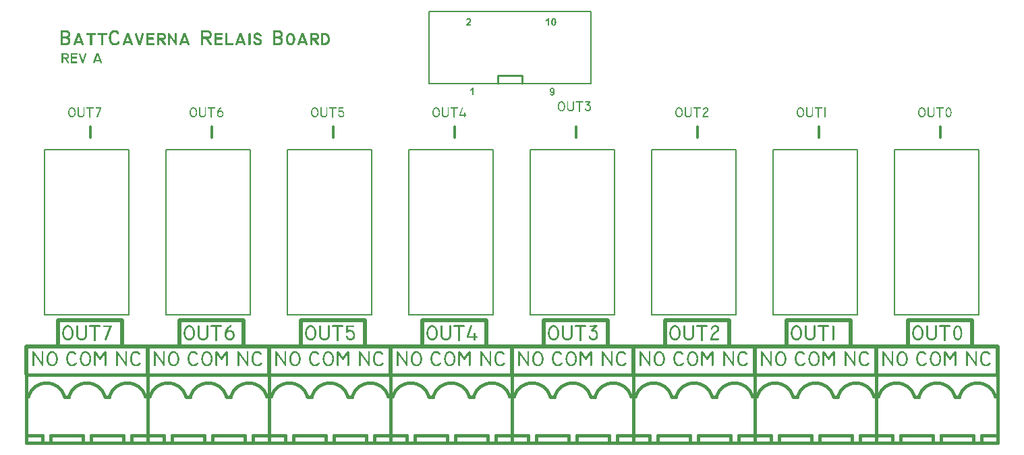
<source format=gto>
G04 Layer_Color=65535*
%FSLAX44Y44*%
%MOMM*%
G71*
G01*
G75*
%ADD13C,0.5000*%
%ADD22C,0.4000*%
%ADD23C,0.2000*%
%ADD24C,0.3000*%
%ADD25C,0.2540*%
G36*
X955498Y123802D02*
X955674Y123773D01*
X955908Y123685D01*
X956113Y123538D01*
X956289Y123333D01*
X956406Y123041D01*
X956465Y122631D01*
Y105879D01*
Y105820D01*
Y105703D01*
X956406Y105527D01*
X956348Y105322D01*
X956230Y105088D01*
X956084Y104912D01*
X955850Y104795D01*
X955528Y104737D01*
X955411D01*
X955264Y104766D01*
X955118Y104824D01*
X954913Y104942D01*
X954708Y105059D01*
X954473Y105264D01*
X954268Y105527D01*
X944985Y119145D01*
Y105908D01*
Y105850D01*
X944955Y105732D01*
X944926Y105527D01*
X944838Y105322D01*
X944721Y105117D01*
X944516Y104912D01*
X944223Y104795D01*
X943842Y104737D01*
X943784D01*
X943667Y104766D01*
X943491Y104795D01*
X943286Y104883D01*
X943052Y105029D01*
X942876Y105234D01*
X942759Y105527D01*
X942700Y105908D01*
Y122718D01*
Y122777D01*
X942730Y122894D01*
X942759Y123070D01*
X942817Y123275D01*
X942964Y123480D01*
X943140Y123656D01*
X943374Y123773D01*
X943725Y123831D01*
X943842D01*
X943989Y123802D01*
X944135Y123743D01*
X944340Y123656D01*
X944545Y123509D01*
X944750Y123333D01*
X944955Y123070D01*
X954181Y109686D01*
Y122631D01*
Y122689D01*
X954210Y122806D01*
X954239Y123011D01*
X954327Y123245D01*
X954473Y123450D01*
X954649Y123656D01*
X954942Y123773D01*
X955323Y123831D01*
X955381D01*
X955498Y123802D01*
D02*
G37*
G36*
X967711Y123919D02*
X967916D01*
X968384Y123861D01*
X968911Y123802D01*
X969468Y123685D01*
X969995Y123538D01*
X970493Y123333D01*
X970522D01*
X970551Y123304D01*
X970698Y123216D01*
X970962Y123041D01*
X971254Y122777D01*
X971606Y122455D01*
X971986Y122045D01*
X972367Y121518D01*
X972719Y120932D01*
X972748Y120873D01*
X972806Y120756D01*
X972865Y120580D01*
X972894Y120375D01*
Y120346D01*
Y120288D01*
X972865Y120200D01*
Y120083D01*
X972748Y119819D01*
X972660Y119673D01*
X972543Y119555D01*
X972514D01*
X972484Y119497D01*
X972309Y119409D01*
X972045Y119292D01*
X971899Y119263D01*
X971723Y119233D01*
X971635D01*
X971518Y119263D01*
X971401Y119292D01*
X971225Y119380D01*
X971079Y119468D01*
X970932Y119614D01*
X970786Y119790D01*
X970757Y119848D01*
X970669Y119965D01*
X970551Y120141D01*
X970376Y120375D01*
X970171Y120610D01*
X969936Y120844D01*
X969644Y121049D01*
X969321Y121225D01*
X969292Y121254D01*
X969175Y121283D01*
X968999Y121342D01*
X968765Y121430D01*
X968472Y121488D01*
X968091Y121547D01*
X967681Y121576D01*
X967184Y121605D01*
X967008D01*
X966891Y121576D01*
X966539Y121518D01*
X966129Y121400D01*
X965631Y121225D01*
X965134Y120932D01*
X964870Y120756D01*
X964636Y120522D01*
X964372Y120288D01*
X964138Y119995D01*
X964109Y119965D01*
X964079Y119907D01*
X963991Y119790D01*
X963904Y119643D01*
X963786Y119438D01*
X963669Y119204D01*
X963523Y118911D01*
X963406Y118589D01*
X963259Y118208D01*
X963113Y117798D01*
X962996Y117359D01*
X962878Y116861D01*
X962791Y116334D01*
X962703Y115748D01*
X962673Y115133D01*
X962644Y114460D01*
Y114430D01*
Y114313D01*
Y114137D01*
X962673Y113903D01*
Y113640D01*
X962732Y113317D01*
X962761Y112937D01*
X962820Y112556D01*
X962996Y111677D01*
X963230Y110799D01*
X963581Y109891D01*
X963816Y109481D01*
X964050Y109071D01*
X964079Y109042D01*
X964109Y108983D01*
X964196Y108866D01*
X964314Y108749D01*
X964431Y108602D01*
X964606Y108427D01*
X965016Y108046D01*
X965544Y107636D01*
X966159Y107314D01*
X966510Y107197D01*
X966861Y107079D01*
X967242Y107021D01*
X967652Y106992D01*
X967769D01*
X967886Y107021D01*
X968033D01*
X968238Y107050D01*
X968472Y107109D01*
X969029Y107255D01*
X969321Y107372D01*
X969644Y107519D01*
X969995Y107695D01*
X970346Y107900D01*
X970669Y108163D01*
X971020Y108456D01*
X971372Y108778D01*
X971694Y109159D01*
X971723Y109188D01*
X971752Y109217D01*
X971928Y109364D01*
X972191Y109510D01*
X972367Y109539D01*
X972543Y109569D01*
X972631D01*
X972806Y109510D01*
X973070Y109422D01*
X973187Y109305D01*
X973334Y109188D01*
X973363Y109159D01*
X973392Y109129D01*
X973539Y108954D01*
X973656Y108690D01*
X973685Y108544D01*
X973714Y108368D01*
Y108339D01*
Y108309D01*
X973685Y108134D01*
X973597Y107900D01*
X973451Y107636D01*
X973421Y107607D01*
X973392Y107548D01*
X973304Y107490D01*
X973216Y107372D01*
X972953Y107079D01*
X972601Y106699D01*
X972191Y106318D01*
X971723Y105937D01*
X971254Y105586D01*
X970757Y105293D01*
X970698Y105264D01*
X970522Y105205D01*
X970229Y105088D01*
X969878Y104971D01*
X969409Y104854D01*
X968853Y104737D01*
X968238Y104678D01*
X967564Y104649D01*
X967418D01*
X967271Y104678D01*
X967037D01*
X966774Y104737D01*
X966481Y104795D01*
X966129Y104883D01*
X965749Y104971D01*
X965368Y105117D01*
X964958Y105293D01*
X964519Y105498D01*
X964079Y105762D01*
X963669Y106054D01*
X963230Y106406D01*
X962820Y106816D01*
X962439Y107284D01*
X962410Y107314D01*
X962351Y107402D01*
X962263Y107577D01*
X962117Y107782D01*
X961971Y108046D01*
X961795Y108397D01*
X961619Y108778D01*
X961414Y109217D01*
X961238Y109715D01*
X961033Y110242D01*
X960858Y110828D01*
X960711Y111472D01*
X960565Y112146D01*
X960477Y112878D01*
X960418Y113640D01*
X960389Y114460D01*
Y114518D01*
Y114665D01*
X960418Y114928D01*
Y115280D01*
X960448Y115690D01*
X960506Y116158D01*
X960594Y116685D01*
X960682Y117242D01*
X960799Y117828D01*
X960946Y118442D01*
X961151Y119058D01*
X961356Y119673D01*
X961619Y120288D01*
X961941Y120844D01*
X962293Y121400D01*
X962703Y121898D01*
X962732Y121928D01*
X962791Y121986D01*
X962878Y122074D01*
X963025Y122220D01*
X963201Y122367D01*
X963435Y122543D01*
X963669Y122748D01*
X963962Y122923D01*
X964255Y123128D01*
X964606Y123304D01*
X965368Y123626D01*
X965778Y123773D01*
X966246Y123861D01*
X966686Y123919D01*
X967184Y123948D01*
X967535D01*
X967711Y123919D01*
D02*
G37*
G36*
X1057502Y156273D02*
X1057677Y156243D01*
X1057912Y156156D01*
X1058117Y156009D01*
X1058292Y155804D01*
X1058409Y155511D01*
X1058468Y155101D01*
Y143621D01*
Y143592D01*
Y143562D01*
Y143475D01*
Y143357D01*
X1058439Y143065D01*
X1058380Y142684D01*
X1058292Y142215D01*
X1058146Y141688D01*
X1057941Y141132D01*
X1057677Y140575D01*
X1057355Y139990D01*
X1056945Y139404D01*
X1056447Y138847D01*
X1055832Y138350D01*
X1055481Y138145D01*
X1055129Y137910D01*
X1054719Y137734D01*
X1054280Y137559D01*
X1053811Y137412D01*
X1053343Y137295D01*
X1052786Y137207D01*
X1052230Y137149D01*
X1051556D01*
X1051293Y137178D01*
X1051000Y137207D01*
X1050678Y137266D01*
X1049946Y137412D01*
X1049565Y137529D01*
X1049155Y137676D01*
X1048774Y137852D01*
X1048364Y138027D01*
X1047954Y138291D01*
X1047573Y138554D01*
X1047544Y138584D01*
X1047486Y138642D01*
X1047368Y138730D01*
X1047222Y138877D01*
X1047046Y139052D01*
X1046871Y139287D01*
X1046666Y139550D01*
X1046461Y139843D01*
X1046226Y140165D01*
X1046021Y140546D01*
X1045846Y140927D01*
X1045670Y141366D01*
X1045523Y141834D01*
X1045406Y142332D01*
X1045348Y142889D01*
X1045318Y143445D01*
Y155101D01*
Y155160D01*
X1045348Y155277D01*
X1045377Y155482D01*
X1045465Y155716D01*
X1045611Y155921D01*
X1045787Y156126D01*
X1046080Y156243D01*
X1046461Y156302D01*
X1046519D01*
X1046636Y156273D01*
X1046812Y156243D01*
X1047046Y156156D01*
X1047251Y156009D01*
X1047427Y155804D01*
X1047544Y155511D01*
X1047603Y155101D01*
Y143445D01*
Y143416D01*
Y143357D01*
Y143270D01*
X1047632Y143123D01*
X1047661Y142947D01*
X1047691Y142772D01*
X1047778Y142303D01*
X1047954Y141805D01*
X1048218Y141307D01*
X1048364Y141044D01*
X1048569Y140780D01*
X1048774Y140546D01*
X1049038Y140341D01*
X1049067D01*
X1049096Y140312D01*
X1049272Y140195D01*
X1049536Y140019D01*
X1049916Y139872D01*
X1050356Y139697D01*
X1050854Y139550D01*
X1051439Y139462D01*
X1052113D01*
X1052230Y139492D01*
X1052435Y139521D01*
X1052699Y139550D01*
X1053021Y139638D01*
X1053372Y139755D01*
X1053753Y139902D01*
X1054134Y140077D01*
X1054514Y140312D01*
X1054895Y140575D01*
X1055247Y140927D01*
X1055569Y141307D01*
X1055832Y141776D01*
X1056037Y142303D01*
X1056154Y142918D01*
X1056213Y143621D01*
Y155101D01*
Y155160D01*
X1056242Y155277D01*
X1056272Y155482D01*
X1056359Y155716D01*
X1056477Y155921D01*
X1056682Y156126D01*
X1056945Y156243D01*
X1057326Y156302D01*
X1057384D01*
X1057502Y156273D01*
D02*
G37*
G36*
X1034775Y156419D02*
X1035010Y156390D01*
X1035273Y156361D01*
X1035625Y156273D01*
X1035976Y156185D01*
X1036386Y156068D01*
X1036796Y155892D01*
X1037235Y155687D01*
X1037675Y155453D01*
X1038143Y155160D01*
X1038583Y154808D01*
X1039022Y154398D01*
X1039461Y153930D01*
X1039871Y153373D01*
X1039901Y153344D01*
X1039959Y153256D01*
X1040047Y153080D01*
X1040193Y152875D01*
X1040340Y152612D01*
X1040486Y152260D01*
X1040662Y151909D01*
X1040867Y151470D01*
X1041043Y151001D01*
X1041218Y150503D01*
X1041365Y149947D01*
X1041541Y149361D01*
X1041658Y148746D01*
X1041746Y148073D01*
X1041804Y147399D01*
X1041833Y146696D01*
Y146667D01*
Y146520D01*
Y146315D01*
X1041804Y146052D01*
X1041775Y145730D01*
X1041746Y145320D01*
X1041687Y144910D01*
X1041599Y144412D01*
X1041511Y143914D01*
X1041365Y143387D01*
X1041218Y142830D01*
X1041043Y142274D01*
X1040838Y141717D01*
X1040574Y141161D01*
X1040281Y140634D01*
X1039959Y140107D01*
X1039930Y140077D01*
X1039871Y139990D01*
X1039754Y139843D01*
X1039608Y139638D01*
X1039403Y139433D01*
X1039139Y139170D01*
X1038876Y138906D01*
X1038553Y138642D01*
X1038202Y138350D01*
X1037792Y138086D01*
X1037382Y137822D01*
X1036913Y137617D01*
X1036415Y137412D01*
X1035888Y137266D01*
X1035332Y137178D01*
X1034746Y137149D01*
X1034600D01*
X1034453Y137178D01*
X1034219Y137207D01*
X1033955Y137237D01*
X1033633Y137295D01*
X1033282Y137383D01*
X1032901Y137529D01*
X1032520Y137676D01*
X1032081Y137881D01*
X1031642Y138115D01*
X1031202Y138408D01*
X1030763Y138730D01*
X1030353Y139140D01*
X1029943Y139579D01*
X1029533Y140107D01*
X1029504Y140136D01*
X1029445Y140224D01*
X1029358Y140400D01*
X1029240Y140604D01*
X1029094Y140868D01*
X1028918Y141190D01*
X1028742Y141542D01*
X1028567Y141952D01*
X1028391Y142420D01*
X1028215Y142918D01*
X1028040Y143475D01*
X1027893Y144060D01*
X1027776Y144675D01*
X1027688Y145320D01*
X1027630Y145993D01*
X1027600Y146696D01*
Y146755D01*
Y146872D01*
Y147077D01*
X1027630Y147340D01*
X1027659Y147662D01*
X1027688Y148073D01*
X1027747Y148483D01*
X1027835Y148980D01*
X1027922Y149478D01*
X1028040Y150005D01*
X1028186Y150562D01*
X1028362Y151118D01*
X1028567Y151704D01*
X1028830Y152260D01*
X1029094Y152817D01*
X1029416Y153373D01*
X1029445Y153403D01*
X1029504Y153520D01*
X1029621Y153666D01*
X1029768Y153842D01*
X1029973Y154076D01*
X1030207Y154340D01*
X1030470Y154633D01*
X1030792Y154925D01*
X1031115Y155189D01*
X1031495Y155482D01*
X1031935Y155745D01*
X1032374Y155980D01*
X1032842Y156156D01*
X1033340Y156331D01*
X1033897Y156419D01*
X1034453Y156448D01*
X1034600D01*
X1034775Y156419D01*
D02*
G37*
G36*
X1081077Y156243D02*
X1081253Y156214D01*
X1081487Y156126D01*
X1081692Y156009D01*
X1081868Y155804D01*
X1081985Y155511D01*
X1082043Y155131D01*
Y138379D01*
Y138320D01*
X1082014Y138203D01*
X1081985Y138027D01*
X1081897Y137822D01*
X1081780Y137617D01*
X1081575Y137442D01*
X1081282Y137324D01*
X1080901Y137266D01*
X1080843D01*
X1080725Y137295D01*
X1080550Y137324D01*
X1080345Y137412D01*
X1080110Y137529D01*
X1079935Y137734D01*
X1079818Y137998D01*
X1079759Y138379D01*
Y155131D01*
Y155189D01*
X1079788Y155306D01*
X1079818Y155482D01*
X1079905Y155716D01*
X1080052Y155921D01*
X1080228Y156097D01*
X1080520Y156214D01*
X1080901Y156273D01*
X1080960D01*
X1081077Y156243D01*
D02*
G37*
G36*
X904537Y123919D02*
X904771Y123890D01*
X905035Y123861D01*
X905386Y123773D01*
X905738Y123685D01*
X906148Y123568D01*
X906558Y123392D01*
X906997Y123187D01*
X907436Y122953D01*
X907905Y122660D01*
X908344Y122308D01*
X908784Y121898D01*
X909223Y121430D01*
X909633Y120873D01*
X909662Y120844D01*
X909721Y120756D01*
X909809Y120580D01*
X909955Y120375D01*
X910101Y120112D01*
X910248Y119760D01*
X910424Y119409D01*
X910629Y118970D01*
X910804Y118501D01*
X910980Y118003D01*
X911126Y117447D01*
X911302Y116861D01*
X911419Y116246D01*
X911507Y115573D01*
X911566Y114899D01*
X911595Y114196D01*
Y114167D01*
Y114020D01*
Y113815D01*
X911566Y113552D01*
X911536Y113230D01*
X911507Y112820D01*
X911449Y112410D01*
X911361Y111912D01*
X911273Y111414D01*
X911126Y110887D01*
X910980Y110330D01*
X910804Y109774D01*
X910599Y109217D01*
X910336Y108661D01*
X910043Y108134D01*
X909721Y107607D01*
X909691Y107577D01*
X909633Y107490D01*
X909516Y107343D01*
X909369Y107138D01*
X909164Y106933D01*
X908901Y106670D01*
X908637Y106406D01*
X908315Y106142D01*
X907964Y105850D01*
X907554Y105586D01*
X907144Y105322D01*
X906675Y105117D01*
X906177Y104912D01*
X905650Y104766D01*
X905094Y104678D01*
X904508Y104649D01*
X904361D01*
X904215Y104678D01*
X903981Y104707D01*
X903717Y104737D01*
X903395Y104795D01*
X903044Y104883D01*
X902663Y105029D01*
X902282Y105176D01*
X901843Y105381D01*
X901404Y105615D01*
X900964Y105908D01*
X900525Y106230D01*
X900115Y106640D01*
X899705Y107079D01*
X899295Y107607D01*
X899266Y107636D01*
X899207Y107724D01*
X899119Y107900D01*
X899002Y108104D01*
X898856Y108368D01*
X898680Y108690D01*
X898504Y109042D01*
X898328Y109452D01*
X898153Y109920D01*
X897977Y110418D01*
X897801Y110975D01*
X897655Y111560D01*
X897538Y112175D01*
X897450Y112820D01*
X897391Y113493D01*
X897362Y114196D01*
Y114255D01*
Y114372D01*
Y114577D01*
X897391Y114840D01*
X897421Y115162D01*
X897450Y115573D01*
X897508Y115983D01*
X897596Y116480D01*
X897684Y116978D01*
X897801Y117505D01*
X897948Y118062D01*
X898123Y118618D01*
X898328Y119204D01*
X898592Y119760D01*
X898856Y120317D01*
X899178Y120873D01*
X899207Y120903D01*
X899266Y121020D01*
X899383Y121166D01*
X899529Y121342D01*
X899734Y121576D01*
X899968Y121840D01*
X900232Y122133D01*
X900554Y122425D01*
X900876Y122689D01*
X901257Y122982D01*
X901696Y123245D01*
X902136Y123480D01*
X902604Y123656D01*
X903102Y123831D01*
X903659Y123919D01*
X904215Y123948D01*
X904361D01*
X904537Y123919D01*
D02*
G37*
G36*
X850498Y123802D02*
X850674Y123773D01*
X850908Y123685D01*
X851113Y123538D01*
X851289Y123333D01*
X851406Y123041D01*
X851465Y122631D01*
Y105879D01*
Y105820D01*
Y105703D01*
X851406Y105527D01*
X851348Y105322D01*
X851230Y105088D01*
X851084Y104912D01*
X850850Y104795D01*
X850528Y104737D01*
X850411D01*
X850264Y104766D01*
X850118Y104824D01*
X849913Y104942D01*
X849708Y105059D01*
X849473Y105264D01*
X849268Y105527D01*
X839985Y119145D01*
Y105908D01*
Y105850D01*
X839955Y105732D01*
X839926Y105527D01*
X839838Y105322D01*
X839721Y105117D01*
X839516Y104912D01*
X839223Y104795D01*
X838842Y104737D01*
X838784D01*
X838667Y104766D01*
X838491Y104795D01*
X838286Y104883D01*
X838052Y105029D01*
X837876Y105234D01*
X837759Y105527D01*
X837700Y105908D01*
Y122718D01*
Y122777D01*
X837730Y122894D01*
X837759Y123070D01*
X837817Y123275D01*
X837964Y123480D01*
X838140Y123656D01*
X838374Y123773D01*
X838725Y123831D01*
X838842D01*
X838989Y123802D01*
X839135Y123743D01*
X839340Y123656D01*
X839545Y123509D01*
X839750Y123333D01*
X839955Y123070D01*
X849181Y109686D01*
Y122631D01*
Y122689D01*
X849210Y122806D01*
X849239Y123011D01*
X849327Y123245D01*
X849473Y123450D01*
X849649Y123656D01*
X849942Y123773D01*
X850323Y123831D01*
X850381D01*
X850498Y123802D01*
D02*
G37*
G36*
X922410Y156243D02*
X922585Y156214D01*
X922820Y156126D01*
X923054Y155980D01*
X923230Y155745D01*
X923376Y155453D01*
X923435Y155043D01*
Y154984D01*
X923405Y154867D01*
X923376Y154662D01*
X923288Y154457D01*
X923142Y154223D01*
X922907Y154018D01*
X922615Y153900D01*
X922205Y153842D01*
X917314D01*
Y137588D01*
Y137529D01*
X917285Y137383D01*
X917255Y137207D01*
X917167Y136973D01*
X917021Y136739D01*
X916816Y136563D01*
X916523Y136417D01*
X916113Y136358D01*
X916055D01*
X915937Y136387D01*
X915732Y136417D01*
X915527Y136504D01*
X915322Y136651D01*
X915117Y136885D01*
X915000Y137178D01*
X914942Y137588D01*
Y153842D01*
X909963D01*
X909846Y153871D01*
X909641Y153900D01*
X909436Y153988D01*
X909202Y154135D01*
X908997Y154340D01*
X908879Y154633D01*
X908821Y155043D01*
Y155101D01*
X908850Y155248D01*
X908879Y155423D01*
X908967Y155658D01*
X909114Y155892D01*
X909319Y156068D01*
X909612Y156214D01*
X910022Y156273D01*
X922263D01*
X922410Y156243D01*
D02*
G37*
G36*
X862652Y123919D02*
X862886Y123890D01*
X863150Y123861D01*
X863501Y123773D01*
X863853Y123685D01*
X864263Y123568D01*
X864673Y123392D01*
X865112Y123187D01*
X865552Y122953D01*
X866020Y122660D01*
X866459Y122308D01*
X866899Y121898D01*
X867338Y121430D01*
X867748Y120873D01*
X867777Y120844D01*
X867836Y120756D01*
X867924Y120580D01*
X868070Y120375D01*
X868216Y120112D01*
X868363Y119760D01*
X868539Y119409D01*
X868744Y118970D01*
X868919Y118501D01*
X869095Y118003D01*
X869241Y117447D01*
X869417Y116861D01*
X869534Y116246D01*
X869622Y115573D01*
X869681Y114899D01*
X869710Y114196D01*
Y114167D01*
Y114020D01*
Y113815D01*
X869681Y113552D01*
X869651Y113230D01*
X869622Y112820D01*
X869564Y112410D01*
X869476Y111912D01*
X869388Y111414D01*
X869241Y110887D01*
X869095Y110330D01*
X868919Y109774D01*
X868714Y109217D01*
X868451Y108661D01*
X868158Y108134D01*
X867836Y107607D01*
X867806Y107577D01*
X867748Y107490D01*
X867631Y107343D01*
X867484Y107138D01*
X867279Y106933D01*
X867016Y106670D01*
X866752Y106406D01*
X866430Y106142D01*
X866079Y105850D01*
X865669Y105586D01*
X865259Y105322D01*
X864790Y105117D01*
X864292Y104912D01*
X863765Y104766D01*
X863209Y104678D01*
X862623Y104649D01*
X862476D01*
X862330Y104678D01*
X862096Y104707D01*
X861832Y104737D01*
X861510Y104795D01*
X861159Y104883D01*
X860778Y105029D01*
X860397Y105176D01*
X859958Y105381D01*
X859519Y105615D01*
X859079Y105908D01*
X858640Y106230D01*
X858230Y106640D01*
X857820Y107079D01*
X857410Y107607D01*
X857381Y107636D01*
X857322Y107724D01*
X857234Y107900D01*
X857117Y108104D01*
X856971Y108368D01*
X856795Y108690D01*
X856619Y109042D01*
X856443Y109452D01*
X856268Y109920D01*
X856092Y110418D01*
X855916Y110975D01*
X855770Y111560D01*
X855653Y112175D01*
X855565Y112820D01*
X855506Y113493D01*
X855477Y114196D01*
Y114255D01*
Y114372D01*
Y114577D01*
X855506Y114840D01*
X855536Y115162D01*
X855565Y115573D01*
X855623Y115983D01*
X855711Y116480D01*
X855799Y116978D01*
X855916Y117505D01*
X856063Y118062D01*
X856238Y118618D01*
X856443Y119204D01*
X856707Y119760D01*
X856971Y120317D01*
X857293Y120873D01*
X857322Y120903D01*
X857381Y121020D01*
X857498Y121166D01*
X857644Y121342D01*
X857849Y121576D01*
X858083Y121840D01*
X858347Y122133D01*
X858669Y122425D01*
X858991Y122689D01*
X859372Y122982D01*
X859811Y123245D01*
X860251Y123480D01*
X860719Y123656D01*
X861217Y123831D01*
X861774Y123919D01*
X862330Y123948D01*
X862476D01*
X862652Y123919D01*
D02*
G37*
G36*
X929460Y123802D02*
X929577Y123773D01*
X929840Y123656D01*
X929987Y123568D01*
X930133Y123421D01*
X930163Y123392D01*
X930192Y123363D01*
X930250Y123275D01*
X930309Y123158D01*
X930426Y122836D01*
X930485Y122660D01*
Y122425D01*
Y105908D01*
Y105850D01*
X930455Y105732D01*
X930426Y105557D01*
X930338Y105352D01*
X930221Y105117D01*
X930016Y104942D01*
X929723Y104824D01*
X929342Y104766D01*
X929284D01*
X929167Y104795D01*
X928991Y104824D01*
X928786Y104912D01*
X928552Y105059D01*
X928376Y105234D01*
X928259Y105527D01*
X928200Y105908D01*
Y119380D01*
X924071Y113376D01*
X924042Y113347D01*
X923983Y113259D01*
X923866Y113112D01*
X923690Y112995D01*
X923515Y112849D01*
X923280Y112702D01*
X923017Y112615D01*
X922753Y112585D01*
X922636D01*
X922489Y112615D01*
X922314Y112673D01*
X922109Y112761D01*
X921904Y112878D01*
X921699Y113054D01*
X921523Y113288D01*
X917452Y119526D01*
Y105908D01*
Y105850D01*
X917423Y105732D01*
X917394Y105557D01*
X917306Y105352D01*
X917160Y105117D01*
X916954Y104942D01*
X916662Y104824D01*
X916281Y104766D01*
X916222D01*
X916105Y104795D01*
X915929Y104824D01*
X915724Y104912D01*
X915490Y105059D01*
X915314Y105234D01*
X915197Y105527D01*
X915139Y105908D01*
Y122425D01*
Y122455D01*
Y122484D01*
X915168Y122631D01*
X915197Y122836D01*
X915285Y123070D01*
X915432Y123275D01*
X915666Y123480D01*
X915959Y123626D01*
X916164Y123685D01*
X916515D01*
X916691Y123656D01*
X916896Y123568D01*
X917130Y123480D01*
X917394Y123333D01*
X917657Y123128D01*
X917892Y122836D01*
X922782Y115748D01*
X927673Y122806D01*
X927702Y122865D01*
X927790Y122982D01*
X927966Y123128D01*
X928142Y123333D01*
X928376Y123509D01*
X928669Y123685D01*
X928962Y123802D01*
X929284Y123831D01*
X929372D01*
X929460Y123802D01*
D02*
G37*
G36*
X887522Y123919D02*
X887727D01*
X888195Y123861D01*
X888723Y123802D01*
X889279Y123685D01*
X889806Y123538D01*
X890304Y123333D01*
X890333D01*
X890363Y123304D01*
X890509Y123216D01*
X890773Y123041D01*
X891066Y122777D01*
X891417Y122455D01*
X891798Y122045D01*
X892178Y121518D01*
X892530Y120932D01*
X892559Y120873D01*
X892618Y120756D01*
X892676Y120580D01*
X892706Y120375D01*
Y120346D01*
Y120288D01*
X892676Y120200D01*
Y120083D01*
X892559Y119819D01*
X892471Y119673D01*
X892354Y119555D01*
X892325D01*
X892296Y119497D01*
X892120Y119409D01*
X891856Y119292D01*
X891710Y119263D01*
X891534Y119233D01*
X891446D01*
X891329Y119263D01*
X891212Y119292D01*
X891036Y119380D01*
X890890Y119468D01*
X890743Y119614D01*
X890597Y119790D01*
X890568Y119848D01*
X890480Y119965D01*
X890363Y120141D01*
X890187Y120375D01*
X889982Y120610D01*
X889748Y120844D01*
X889455Y121049D01*
X889133Y121225D01*
X889103Y121254D01*
X888986Y121283D01*
X888810Y121342D01*
X888576Y121430D01*
X888283Y121488D01*
X887903Y121547D01*
X887493Y121576D01*
X886995Y121605D01*
X886819D01*
X886702Y121576D01*
X886350Y121518D01*
X885940Y121400D01*
X885443Y121225D01*
X884945Y120932D01*
X884681Y120756D01*
X884447Y120522D01*
X884183Y120288D01*
X883949Y119995D01*
X883920Y119965D01*
X883890Y119907D01*
X883802Y119790D01*
X883715Y119643D01*
X883597Y119438D01*
X883480Y119204D01*
X883334Y118911D01*
X883217Y118589D01*
X883070Y118208D01*
X882924Y117798D01*
X882807Y117359D01*
X882690Y116861D01*
X882602Y116334D01*
X882514Y115748D01*
X882485Y115133D01*
X882455Y114460D01*
Y114430D01*
Y114313D01*
Y114137D01*
X882485Y113903D01*
Y113640D01*
X882543Y113317D01*
X882572Y112937D01*
X882631Y112556D01*
X882807Y111677D01*
X883041Y110799D01*
X883392Y109891D01*
X883627Y109481D01*
X883861Y109071D01*
X883890Y109042D01*
X883920Y108983D01*
X884007Y108866D01*
X884125Y108749D01*
X884242Y108602D01*
X884417Y108427D01*
X884827Y108046D01*
X885355Y107636D01*
X885970Y107314D01*
X886321Y107197D01*
X886673Y107079D01*
X887053Y107021D01*
X887463Y106992D01*
X887580D01*
X887698Y107021D01*
X887844D01*
X888049Y107050D01*
X888283Y107109D01*
X888840Y107255D01*
X889133Y107372D01*
X889455Y107519D01*
X889806Y107695D01*
X890158Y107900D01*
X890480Y108163D01*
X890831Y108456D01*
X891183Y108778D01*
X891505Y109159D01*
X891534Y109188D01*
X891563Y109217D01*
X891739Y109364D01*
X892003Y109510D01*
X892178Y109539D01*
X892354Y109569D01*
X892442D01*
X892618Y109510D01*
X892881Y109422D01*
X892998Y109305D01*
X893145Y109188D01*
X893174Y109159D01*
X893203Y109129D01*
X893350Y108954D01*
X893467Y108690D01*
X893496Y108544D01*
X893525Y108368D01*
Y108339D01*
Y108309D01*
X893496Y108134D01*
X893408Y107900D01*
X893262Y107636D01*
X893233Y107607D01*
X893203Y107548D01*
X893115Y107490D01*
X893028Y107372D01*
X892764Y107079D01*
X892413Y106699D01*
X892003Y106318D01*
X891534Y105937D01*
X891066Y105586D01*
X890568Y105293D01*
X890509Y105264D01*
X890333Y105205D01*
X890040Y105088D01*
X889689Y104971D01*
X889220Y104854D01*
X888664Y104737D01*
X888049Y104678D01*
X887375Y104649D01*
X887229D01*
X887083Y104678D01*
X886848D01*
X886585Y104737D01*
X886292Y104795D01*
X885940Y104883D01*
X885560Y104971D01*
X885179Y105117D01*
X884769Y105293D01*
X884330Y105498D01*
X883890Y105762D01*
X883480Y106054D01*
X883041Y106406D01*
X882631Y106816D01*
X882250Y107284D01*
X882221Y107314D01*
X882162Y107402D01*
X882075Y107577D01*
X881928Y107782D01*
X881782Y108046D01*
X881606Y108397D01*
X881430Y108778D01*
X881225Y109217D01*
X881050Y109715D01*
X880845Y110242D01*
X880669Y110828D01*
X880522Y111472D01*
X880376Y112146D01*
X880288Y112878D01*
X880230Y113640D01*
X880200Y114460D01*
Y114518D01*
Y114665D01*
X880230Y114928D01*
Y115280D01*
X880259Y115690D01*
X880317Y116158D01*
X880405Y116685D01*
X880493Y117242D01*
X880610Y117828D01*
X880757Y118442D01*
X880962Y119058D01*
X881167Y119673D01*
X881430Y120288D01*
X881752Y120844D01*
X882104Y121400D01*
X882514Y121898D01*
X882543Y121928D01*
X882602Y121986D01*
X882690Y122074D01*
X882836Y122220D01*
X883012Y122367D01*
X883246Y122543D01*
X883480Y122748D01*
X883773Y122923D01*
X884066Y123128D01*
X884417Y123304D01*
X885179Y123626D01*
X885589Y123773D01*
X886058Y123861D01*
X886497Y123919D01*
X886995Y123948D01*
X887346D01*
X887522Y123919D01*
D02*
G37*
G36*
X1107898Y123802D02*
X1108074Y123773D01*
X1108308Y123685D01*
X1108513Y123538D01*
X1108689Y123333D01*
X1108806Y123041D01*
X1108865Y122631D01*
Y105879D01*
Y105820D01*
Y105703D01*
X1108806Y105527D01*
X1108748Y105322D01*
X1108631Y105088D01*
X1108484Y104912D01*
X1108250Y104795D01*
X1107928Y104737D01*
X1107811D01*
X1107664Y104766D01*
X1107518Y104824D01*
X1107313Y104942D01*
X1107108Y105059D01*
X1106873Y105264D01*
X1106668Y105527D01*
X1097385Y119145D01*
Y105908D01*
Y105850D01*
X1097355Y105732D01*
X1097326Y105527D01*
X1097238Y105322D01*
X1097121Y105117D01*
X1096916Y104912D01*
X1096623Y104795D01*
X1096242Y104737D01*
X1096184D01*
X1096067Y104766D01*
X1095891Y104795D01*
X1095686Y104883D01*
X1095452Y105029D01*
X1095276Y105234D01*
X1095159Y105527D01*
X1095100Y105908D01*
Y122718D01*
Y122777D01*
X1095130Y122894D01*
X1095159Y123070D01*
X1095217Y123275D01*
X1095364Y123480D01*
X1095540Y123656D01*
X1095774Y123773D01*
X1096125Y123831D01*
X1096242D01*
X1096389Y123802D01*
X1096535Y123743D01*
X1096740Y123656D01*
X1096945Y123509D01*
X1097150Y123333D01*
X1097355Y123070D01*
X1106581Y109686D01*
Y122631D01*
Y122689D01*
X1106610Y122806D01*
X1106639Y123011D01*
X1106727Y123245D01*
X1106873Y123450D01*
X1107049Y123656D01*
X1107342Y123773D01*
X1107723Y123831D01*
X1107781D01*
X1107898Y123802D01*
D02*
G37*
G36*
X1120111Y123919D02*
X1120316D01*
X1120784Y123861D01*
X1121311Y123802D01*
X1121868Y123685D01*
X1122395Y123538D01*
X1122893Y123333D01*
X1122922D01*
X1122951Y123304D01*
X1123098Y123216D01*
X1123362Y123041D01*
X1123654Y122777D01*
X1124006Y122455D01*
X1124387Y122045D01*
X1124767Y121518D01*
X1125119Y120932D01*
X1125148Y120873D01*
X1125207Y120756D01*
X1125265Y120580D01*
X1125294Y120375D01*
Y120346D01*
Y120288D01*
X1125265Y120200D01*
Y120083D01*
X1125148Y119819D01*
X1125060Y119673D01*
X1124943Y119555D01*
X1124914D01*
X1124884Y119497D01*
X1124709Y119409D01*
X1124445Y119292D01*
X1124299Y119263D01*
X1124123Y119233D01*
X1124035D01*
X1123918Y119263D01*
X1123801Y119292D01*
X1123625Y119380D01*
X1123479Y119468D01*
X1123332Y119614D01*
X1123186Y119790D01*
X1123157Y119848D01*
X1123069Y119965D01*
X1122951Y120141D01*
X1122776Y120375D01*
X1122571Y120610D01*
X1122336Y120844D01*
X1122044Y121049D01*
X1121721Y121225D01*
X1121692Y121254D01*
X1121575Y121283D01*
X1121399Y121342D01*
X1121165Y121430D01*
X1120872Y121488D01*
X1120491Y121547D01*
X1120081Y121576D01*
X1119584Y121605D01*
X1119408D01*
X1119291Y121576D01*
X1118939Y121518D01*
X1118529Y121400D01*
X1118031Y121225D01*
X1117533Y120932D01*
X1117270Y120756D01*
X1117036Y120522D01*
X1116772Y120288D01*
X1116538Y119995D01*
X1116508Y119965D01*
X1116479Y119907D01*
X1116391Y119790D01*
X1116303Y119643D01*
X1116186Y119438D01*
X1116069Y119204D01*
X1115923Y118911D01*
X1115806Y118589D01*
X1115659Y118208D01*
X1115513Y117798D01*
X1115396Y117359D01*
X1115278Y116861D01*
X1115191Y116334D01*
X1115103Y115748D01*
X1115073Y115133D01*
X1115044Y114460D01*
Y114430D01*
Y114313D01*
Y114137D01*
X1115073Y113903D01*
Y113640D01*
X1115132Y113317D01*
X1115161Y112937D01*
X1115220Y112556D01*
X1115396Y111677D01*
X1115630Y110799D01*
X1115981Y109891D01*
X1116216Y109481D01*
X1116450Y109071D01*
X1116479Y109042D01*
X1116508Y108983D01*
X1116596Y108866D01*
X1116713Y108749D01*
X1116831Y108602D01*
X1117006Y108427D01*
X1117416Y108046D01*
X1117943Y107636D01*
X1118559Y107314D01*
X1118910Y107197D01*
X1119261Y107079D01*
X1119642Y107021D01*
X1120052Y106992D01*
X1120169D01*
X1120286Y107021D01*
X1120433D01*
X1120638Y107050D01*
X1120872Y107109D01*
X1121429Y107255D01*
X1121721Y107372D01*
X1122044Y107519D01*
X1122395Y107695D01*
X1122746Y107900D01*
X1123069Y108163D01*
X1123420Y108456D01*
X1123772Y108778D01*
X1124094Y109159D01*
X1124123Y109188D01*
X1124152Y109217D01*
X1124328Y109364D01*
X1124592Y109510D01*
X1124767Y109539D01*
X1124943Y109569D01*
X1125031D01*
X1125207Y109510D01*
X1125470Y109422D01*
X1125587Y109305D01*
X1125734Y109188D01*
X1125763Y109159D01*
X1125792Y109129D01*
X1125939Y108954D01*
X1126056Y108690D01*
X1126085Y108544D01*
X1126114Y108368D01*
Y108339D01*
Y108309D01*
X1126085Y108134D01*
X1125997Y107900D01*
X1125851Y107636D01*
X1125822Y107607D01*
X1125792Y107548D01*
X1125704Y107490D01*
X1125617Y107372D01*
X1125353Y107079D01*
X1125002Y106699D01*
X1124592Y106318D01*
X1124123Y105937D01*
X1123654Y105586D01*
X1123157Y105293D01*
X1123098Y105264D01*
X1122922Y105205D01*
X1122629Y105088D01*
X1122278Y104971D01*
X1121809Y104854D01*
X1121253Y104737D01*
X1120638Y104678D01*
X1119964Y104649D01*
X1119818D01*
X1119671Y104678D01*
X1119437D01*
X1119174Y104737D01*
X1118881Y104795D01*
X1118529Y104883D01*
X1118148Y104971D01*
X1117768Y105117D01*
X1117358Y105293D01*
X1116918Y105498D01*
X1116479Y105762D01*
X1116069Y106054D01*
X1115630Y106406D01*
X1115220Y106816D01*
X1114839Y107284D01*
X1114810Y107314D01*
X1114751Y107402D01*
X1114663Y107577D01*
X1114517Y107782D01*
X1114371Y108046D01*
X1114195Y108397D01*
X1114019Y108778D01*
X1113814Y109217D01*
X1113638Y109715D01*
X1113433Y110242D01*
X1113258Y110828D01*
X1113111Y111472D01*
X1112965Y112146D01*
X1112877Y112878D01*
X1112818Y113640D01*
X1112789Y114460D01*
Y114518D01*
Y114665D01*
X1112818Y114928D01*
Y115280D01*
X1112848Y115690D01*
X1112906Y116158D01*
X1112994Y116685D01*
X1113082Y117242D01*
X1113199Y117828D01*
X1113346Y118442D01*
X1113551Y119058D01*
X1113756Y119673D01*
X1114019Y120288D01*
X1114341Y120844D01*
X1114693Y121400D01*
X1115103Y121898D01*
X1115132Y121928D01*
X1115191Y121986D01*
X1115278Y122074D01*
X1115425Y122220D01*
X1115601Y122367D01*
X1115835Y122543D01*
X1116069Y122748D01*
X1116362Y122923D01*
X1116655Y123128D01*
X1117006Y123304D01*
X1117768Y123626D01*
X1118178Y123773D01*
X1118646Y123861D01*
X1119086Y123919D01*
X1119584Y123948D01*
X1119935D01*
X1120111Y123919D01*
D02*
G37*
G36*
X1272511D02*
X1272716D01*
X1273184Y123861D01*
X1273711Y123802D01*
X1274268Y123685D01*
X1274795Y123538D01*
X1275293Y123333D01*
X1275322D01*
X1275351Y123304D01*
X1275498Y123216D01*
X1275761Y123041D01*
X1276054Y122777D01*
X1276406Y122455D01*
X1276786Y122045D01*
X1277167Y121518D01*
X1277519Y120932D01*
X1277548Y120873D01*
X1277607Y120756D01*
X1277665Y120580D01*
X1277694Y120375D01*
Y120346D01*
Y120288D01*
X1277665Y120200D01*
Y120083D01*
X1277548Y119819D01*
X1277460Y119673D01*
X1277343Y119555D01*
X1277314D01*
X1277284Y119497D01*
X1277109Y119409D01*
X1276845Y119292D01*
X1276699Y119263D01*
X1276523Y119233D01*
X1276435D01*
X1276318Y119263D01*
X1276201Y119292D01*
X1276025Y119380D01*
X1275879Y119468D01*
X1275732Y119614D01*
X1275586Y119790D01*
X1275556Y119848D01*
X1275469Y119965D01*
X1275351Y120141D01*
X1275176Y120375D01*
X1274971Y120610D01*
X1274736Y120844D01*
X1274444Y121049D01*
X1274121Y121225D01*
X1274092Y121254D01*
X1273975Y121283D01*
X1273799Y121342D01*
X1273565Y121430D01*
X1273272Y121488D01*
X1272891Y121547D01*
X1272481Y121576D01*
X1271983Y121605D01*
X1271808D01*
X1271691Y121576D01*
X1271339Y121518D01*
X1270929Y121400D01*
X1270431Y121225D01*
X1269933Y120932D01*
X1269670Y120756D01*
X1269436Y120522D01*
X1269172Y120288D01*
X1268938Y119995D01*
X1268908Y119965D01*
X1268879Y119907D01*
X1268791Y119790D01*
X1268704Y119643D01*
X1268586Y119438D01*
X1268469Y119204D01*
X1268323Y118911D01*
X1268206Y118589D01*
X1268059Y118208D01*
X1267913Y117798D01*
X1267796Y117359D01*
X1267679Y116861D01*
X1267591Y116334D01*
X1267503Y115748D01*
X1267474Y115133D01*
X1267444Y114460D01*
Y114430D01*
Y114313D01*
Y114137D01*
X1267474Y113903D01*
Y113640D01*
X1267532Y113317D01*
X1267561Y112937D01*
X1267620Y112556D01*
X1267796Y111677D01*
X1268030Y110799D01*
X1268381Y109891D01*
X1268616Y109481D01*
X1268850Y109071D01*
X1268879Y109042D01*
X1268908Y108983D01*
X1268996Y108866D01*
X1269113Y108749D01*
X1269231Y108602D01*
X1269406Y108427D01*
X1269816Y108046D01*
X1270343Y107636D01*
X1270958Y107314D01*
X1271310Y107197D01*
X1271661Y107079D01*
X1272042Y107021D01*
X1272452Y106992D01*
X1272569D01*
X1272686Y107021D01*
X1272833D01*
X1273038Y107050D01*
X1273272Y107109D01*
X1273829Y107255D01*
X1274121Y107372D01*
X1274444Y107519D01*
X1274795Y107695D01*
X1275146Y107900D01*
X1275469Y108163D01*
X1275820Y108456D01*
X1276171Y108778D01*
X1276494Y109159D01*
X1276523Y109188D01*
X1276552Y109217D01*
X1276728Y109364D01*
X1276992Y109510D01*
X1277167Y109539D01*
X1277343Y109569D01*
X1277431D01*
X1277607Y109510D01*
X1277870Y109422D01*
X1277987Y109305D01*
X1278134Y109188D01*
X1278163Y109159D01*
X1278192Y109129D01*
X1278339Y108954D01*
X1278456Y108690D01*
X1278485Y108544D01*
X1278514Y108368D01*
Y108339D01*
Y108309D01*
X1278485Y108134D01*
X1278397Y107900D01*
X1278251Y107636D01*
X1278222Y107607D01*
X1278192Y107548D01*
X1278104Y107490D01*
X1278017Y107372D01*
X1277753Y107079D01*
X1277402Y106699D01*
X1276992Y106318D01*
X1276523Y105937D01*
X1276054Y105586D01*
X1275556Y105293D01*
X1275498Y105264D01*
X1275322Y105205D01*
X1275029Y105088D01*
X1274678Y104971D01*
X1274209Y104854D01*
X1273653Y104737D01*
X1273038Y104678D01*
X1272364Y104649D01*
X1272218D01*
X1272071Y104678D01*
X1271837D01*
X1271573Y104737D01*
X1271281Y104795D01*
X1270929Y104883D01*
X1270548Y104971D01*
X1270168Y105117D01*
X1269758Y105293D01*
X1269318Y105498D01*
X1268879Y105762D01*
X1268469Y106054D01*
X1268030Y106406D01*
X1267620Y106816D01*
X1267239Y107284D01*
X1267210Y107314D01*
X1267151Y107402D01*
X1267064Y107577D01*
X1266917Y107782D01*
X1266771Y108046D01*
X1266595Y108397D01*
X1266419Y108778D01*
X1266214Y109217D01*
X1266038Y109715D01*
X1265833Y110242D01*
X1265658Y110828D01*
X1265511Y111472D01*
X1265365Y112146D01*
X1265277Y112878D01*
X1265218Y113640D01*
X1265189Y114460D01*
Y114518D01*
Y114665D01*
X1265218Y114928D01*
Y115280D01*
X1265248Y115690D01*
X1265306Y116158D01*
X1265394Y116685D01*
X1265482Y117242D01*
X1265599Y117828D01*
X1265746Y118442D01*
X1265951Y119058D01*
X1266156Y119673D01*
X1266419Y120288D01*
X1266741Y120844D01*
X1267093Y121400D01*
X1267503Y121898D01*
X1267532Y121928D01*
X1267591Y121986D01*
X1267679Y122074D01*
X1267825Y122220D01*
X1268001Y122367D01*
X1268235Y122543D01*
X1268469Y122748D01*
X1268762Y122923D01*
X1269055Y123128D01*
X1269406Y123304D01*
X1270168Y123626D01*
X1270578Y123773D01*
X1271046Y123861D01*
X1271486Y123919D01*
X1271983Y123948D01*
X1272335D01*
X1272511Y123919D01*
D02*
G37*
G36*
X1192322D02*
X1192527D01*
X1192995Y123861D01*
X1193523Y123802D01*
X1194079Y123685D01*
X1194606Y123538D01*
X1195104Y123333D01*
X1195133D01*
X1195163Y123304D01*
X1195309Y123216D01*
X1195573Y123041D01*
X1195865Y122777D01*
X1196217Y122455D01*
X1196598Y122045D01*
X1196978Y121518D01*
X1197330Y120932D01*
X1197359Y120873D01*
X1197418Y120756D01*
X1197476Y120580D01*
X1197505Y120375D01*
Y120346D01*
Y120288D01*
X1197476Y120200D01*
Y120083D01*
X1197359Y119819D01*
X1197271Y119673D01*
X1197154Y119555D01*
X1197125D01*
X1197095Y119497D01*
X1196920Y119409D01*
X1196656Y119292D01*
X1196510Y119263D01*
X1196334Y119233D01*
X1196246D01*
X1196129Y119263D01*
X1196012Y119292D01*
X1195836Y119380D01*
X1195690Y119468D01*
X1195543Y119614D01*
X1195397Y119790D01*
X1195368Y119848D01*
X1195280Y119965D01*
X1195163Y120141D01*
X1194987Y120375D01*
X1194782Y120610D01*
X1194548Y120844D01*
X1194255Y121049D01*
X1193933Y121225D01*
X1193903Y121254D01*
X1193786Y121283D01*
X1193610Y121342D01*
X1193376Y121430D01*
X1193083Y121488D01*
X1192702Y121547D01*
X1192292Y121576D01*
X1191795Y121605D01*
X1191619D01*
X1191502Y121576D01*
X1191150Y121518D01*
X1190740Y121400D01*
X1190242Y121225D01*
X1189745Y120932D01*
X1189481Y120756D01*
X1189247Y120522D01*
X1188983Y120288D01*
X1188749Y119995D01*
X1188720Y119965D01*
X1188690Y119907D01*
X1188603Y119790D01*
X1188515Y119643D01*
X1188398Y119438D01*
X1188280Y119204D01*
X1188134Y118911D01*
X1188017Y118589D01*
X1187870Y118208D01*
X1187724Y117798D01*
X1187607Y117359D01*
X1187490Y116861D01*
X1187402Y116334D01*
X1187314Y115748D01*
X1187285Y115133D01*
X1187255Y114460D01*
Y114430D01*
Y114313D01*
Y114137D01*
X1187285Y113903D01*
Y113640D01*
X1187343Y113317D01*
X1187373Y112937D01*
X1187431Y112556D01*
X1187607Y111677D01*
X1187841Y110799D01*
X1188193Y109891D01*
X1188427Y109481D01*
X1188661Y109071D01*
X1188690Y109042D01*
X1188720Y108983D01*
X1188808Y108866D01*
X1188925Y108749D01*
X1189042Y108602D01*
X1189218Y108427D01*
X1189628Y108046D01*
X1190155Y107636D01*
X1190770Y107314D01*
X1191121Y107197D01*
X1191472Y107079D01*
X1191853Y107021D01*
X1192263Y106992D01*
X1192380D01*
X1192497Y107021D01*
X1192644D01*
X1192849Y107050D01*
X1193083Y107109D01*
X1193640Y107255D01*
X1193933Y107372D01*
X1194255Y107519D01*
X1194606Y107695D01*
X1194958Y107900D01*
X1195280Y108163D01*
X1195631Y108456D01*
X1195983Y108778D01*
X1196305Y109159D01*
X1196334Y109188D01*
X1196363Y109217D01*
X1196539Y109364D01*
X1196803Y109510D01*
X1196978Y109539D01*
X1197154Y109569D01*
X1197242D01*
X1197418Y109510D01*
X1197681Y109422D01*
X1197798Y109305D01*
X1197945Y109188D01*
X1197974Y109159D01*
X1198003Y109129D01*
X1198150Y108954D01*
X1198267Y108690D01*
X1198296Y108544D01*
X1198326Y108368D01*
Y108339D01*
Y108309D01*
X1198296Y108134D01*
X1198208Y107900D01*
X1198062Y107636D01*
X1198033Y107607D01*
X1198003Y107548D01*
X1197915Y107490D01*
X1197828Y107372D01*
X1197564Y107079D01*
X1197213Y106699D01*
X1196803Y106318D01*
X1196334Y105937D01*
X1195865Y105586D01*
X1195368Y105293D01*
X1195309Y105264D01*
X1195133Y105205D01*
X1194840Y105088D01*
X1194489Y104971D01*
X1194020Y104854D01*
X1193464Y104737D01*
X1192849Y104678D01*
X1192175Y104649D01*
X1192029D01*
X1191882Y104678D01*
X1191648D01*
X1191385Y104737D01*
X1191092Y104795D01*
X1190740Y104883D01*
X1190360Y104971D01*
X1189979Y105117D01*
X1189569Y105293D01*
X1189130Y105498D01*
X1188690Y105762D01*
X1188280Y106054D01*
X1187841Y106406D01*
X1187431Y106816D01*
X1187050Y107284D01*
X1187021Y107314D01*
X1186962Y107402D01*
X1186875Y107577D01*
X1186728Y107782D01*
X1186582Y108046D01*
X1186406Y108397D01*
X1186230Y108778D01*
X1186025Y109217D01*
X1185850Y109715D01*
X1185645Y110242D01*
X1185469Y110828D01*
X1185322Y111472D01*
X1185176Y112146D01*
X1185088Y112878D01*
X1185030Y113640D01*
X1185000Y114460D01*
Y114518D01*
Y114665D01*
X1185030Y114928D01*
Y115280D01*
X1185059Y115690D01*
X1185117Y116158D01*
X1185205Y116685D01*
X1185293Y117242D01*
X1185410Y117828D01*
X1185557Y118442D01*
X1185762Y119058D01*
X1185967Y119673D01*
X1186230Y120288D01*
X1186552Y120844D01*
X1186904Y121400D01*
X1187314Y121898D01*
X1187343Y121928D01*
X1187402Y121986D01*
X1187490Y122074D01*
X1187636Y122220D01*
X1187812Y122367D01*
X1188046Y122543D01*
X1188280Y122748D01*
X1188573Y122923D01*
X1188866Y123128D01*
X1189218Y123304D01*
X1189979Y123626D01*
X1190389Y123773D01*
X1190857Y123861D01*
X1191297Y123919D01*
X1191795Y123948D01*
X1192146D01*
X1192322Y123919D01*
D02*
G37*
G36*
X1260298Y123802D02*
X1260474Y123773D01*
X1260708Y123685D01*
X1260913Y123538D01*
X1261089Y123333D01*
X1261206Y123041D01*
X1261265Y122631D01*
Y105879D01*
Y105820D01*
Y105703D01*
X1261206Y105527D01*
X1261148Y105322D01*
X1261031Y105088D01*
X1260884Y104912D01*
X1260650Y104795D01*
X1260328Y104737D01*
X1260210D01*
X1260064Y104766D01*
X1259918Y104824D01*
X1259713Y104942D01*
X1259508Y105059D01*
X1259273Y105264D01*
X1259068Y105527D01*
X1249785Y119145D01*
Y105908D01*
Y105850D01*
X1249755Y105732D01*
X1249726Y105527D01*
X1249638Y105322D01*
X1249521Y105117D01*
X1249316Y104912D01*
X1249023Y104795D01*
X1248642Y104737D01*
X1248584D01*
X1248467Y104766D01*
X1248291Y104795D01*
X1248086Y104883D01*
X1247852Y105029D01*
X1247676Y105234D01*
X1247559Y105527D01*
X1247500Y105908D01*
Y122718D01*
Y122777D01*
X1247530Y122894D01*
X1247559Y123070D01*
X1247617Y123275D01*
X1247764Y123480D01*
X1247940Y123656D01*
X1248174Y123773D01*
X1248525Y123831D01*
X1248642D01*
X1248789Y123802D01*
X1248935Y123743D01*
X1249140Y123656D01*
X1249345Y123509D01*
X1249550Y123333D01*
X1249755Y123070D01*
X1258980Y109686D01*
Y122631D01*
Y122689D01*
X1259010Y122806D01*
X1259039Y123011D01*
X1259127Y123245D01*
X1259273Y123450D01*
X1259449Y123656D01*
X1259742Y123773D01*
X1260123Y123831D01*
X1260181D01*
X1260298Y123802D01*
D02*
G37*
G36*
X1056937Y123919D02*
X1057171Y123890D01*
X1057435Y123861D01*
X1057786Y123773D01*
X1058138Y123685D01*
X1058548Y123568D01*
X1058958Y123392D01*
X1059397Y123187D01*
X1059836Y122953D01*
X1060305Y122660D01*
X1060744Y122308D01*
X1061184Y121898D01*
X1061623Y121430D01*
X1062033Y120873D01*
X1062062Y120844D01*
X1062121Y120756D01*
X1062209Y120580D01*
X1062355Y120375D01*
X1062502Y120112D01*
X1062648Y119760D01*
X1062824Y119409D01*
X1063029Y118970D01*
X1063204Y118501D01*
X1063380Y118003D01*
X1063527Y117447D01*
X1063702Y116861D01*
X1063819Y116246D01*
X1063907Y115573D01*
X1063966Y114899D01*
X1063995Y114196D01*
Y114167D01*
Y114020D01*
Y113815D01*
X1063966Y113552D01*
X1063936Y113230D01*
X1063907Y112820D01*
X1063849Y112410D01*
X1063761Y111912D01*
X1063673Y111414D01*
X1063527Y110887D01*
X1063380Y110330D01*
X1063204Y109774D01*
X1062999Y109217D01*
X1062736Y108661D01*
X1062443Y108134D01*
X1062121Y107607D01*
X1062092Y107577D01*
X1062033Y107490D01*
X1061916Y107343D01*
X1061769Y107138D01*
X1061564Y106933D01*
X1061301Y106670D01*
X1061037Y106406D01*
X1060715Y106142D01*
X1060364Y105850D01*
X1059954Y105586D01*
X1059544Y105322D01*
X1059075Y105117D01*
X1058577Y104912D01*
X1058050Y104766D01*
X1057494Y104678D01*
X1056908Y104649D01*
X1056761D01*
X1056615Y104678D01*
X1056381Y104707D01*
X1056117Y104737D01*
X1055795Y104795D01*
X1055443Y104883D01*
X1055063Y105029D01*
X1054682Y105176D01*
X1054243Y105381D01*
X1053803Y105615D01*
X1053364Y105908D01*
X1052925Y106230D01*
X1052515Y106640D01*
X1052105Y107079D01*
X1051695Y107607D01*
X1051666Y107636D01*
X1051607Y107724D01*
X1051519Y107900D01*
X1051402Y108104D01*
X1051256Y108368D01*
X1051080Y108690D01*
X1050904Y109042D01*
X1050728Y109452D01*
X1050553Y109920D01*
X1050377Y110418D01*
X1050201Y110975D01*
X1050055Y111560D01*
X1049938Y112175D01*
X1049850Y112820D01*
X1049791Y113493D01*
X1049762Y114196D01*
Y114255D01*
Y114372D01*
Y114577D01*
X1049791Y114840D01*
X1049821Y115162D01*
X1049850Y115573D01*
X1049908Y115983D01*
X1049996Y116480D01*
X1050084Y116978D01*
X1050201Y117505D01*
X1050348Y118062D01*
X1050523Y118618D01*
X1050728Y119204D01*
X1050992Y119760D01*
X1051256Y120317D01*
X1051578Y120873D01*
X1051607Y120903D01*
X1051666Y121020D01*
X1051783Y121166D01*
X1051929Y121342D01*
X1052134Y121576D01*
X1052368Y121840D01*
X1052632Y122133D01*
X1052954Y122425D01*
X1053276Y122689D01*
X1053657Y122982D01*
X1054096Y123245D01*
X1054536Y123480D01*
X1055004Y123656D01*
X1055502Y123831D01*
X1056059Y123919D01*
X1056615Y123948D01*
X1056761D01*
X1056937Y123919D01*
D02*
G37*
G36*
X1002898Y123802D02*
X1003074Y123773D01*
X1003308Y123685D01*
X1003513Y123538D01*
X1003689Y123333D01*
X1003806Y123041D01*
X1003865Y122631D01*
Y105879D01*
Y105820D01*
Y105703D01*
X1003806Y105527D01*
X1003748Y105322D01*
X1003631Y105088D01*
X1003484Y104912D01*
X1003250Y104795D01*
X1002928Y104737D01*
X1002811D01*
X1002664Y104766D01*
X1002518Y104824D01*
X1002313Y104942D01*
X1002108Y105059D01*
X1001873Y105264D01*
X1001668Y105527D01*
X992385Y119145D01*
Y105908D01*
Y105850D01*
X992355Y105732D01*
X992326Y105527D01*
X992238Y105322D01*
X992121Y105117D01*
X991916Y104912D01*
X991623Y104795D01*
X991242Y104737D01*
X991184D01*
X991067Y104766D01*
X990891Y104795D01*
X990686Y104883D01*
X990452Y105029D01*
X990276Y105234D01*
X990159Y105527D01*
X990100Y105908D01*
Y122718D01*
Y122777D01*
X990130Y122894D01*
X990159Y123070D01*
X990217Y123275D01*
X990364Y123480D01*
X990540Y123656D01*
X990774Y123773D01*
X991125Y123831D01*
X991242D01*
X991389Y123802D01*
X991535Y123743D01*
X991740Y123656D01*
X991945Y123509D01*
X992150Y123333D01*
X992355Y123070D01*
X1001581Y109686D01*
Y122631D01*
Y122689D01*
X1001610Y122806D01*
X1001639Y123011D01*
X1001727Y123245D01*
X1001873Y123450D01*
X1002049Y123656D01*
X1002342Y123773D01*
X1002723Y123831D01*
X1002781D01*
X1002898Y123802D01*
D02*
G37*
G36*
X1074810Y156243D02*
X1074985Y156214D01*
X1075220Y156126D01*
X1075454Y155980D01*
X1075630Y155745D01*
X1075776Y155453D01*
X1075835Y155043D01*
Y154984D01*
X1075805Y154867D01*
X1075776Y154662D01*
X1075688Y154457D01*
X1075542Y154223D01*
X1075307Y154018D01*
X1075015Y153900D01*
X1074605Y153842D01*
X1069714D01*
Y137588D01*
Y137529D01*
X1069685Y137383D01*
X1069655Y137207D01*
X1069567Y136973D01*
X1069421Y136739D01*
X1069216Y136563D01*
X1068923Y136417D01*
X1068513Y136358D01*
X1068455D01*
X1068337Y136387D01*
X1068132Y136417D01*
X1067927Y136504D01*
X1067722Y136651D01*
X1067517Y136885D01*
X1067400Y137178D01*
X1067342Y137588D01*
Y153842D01*
X1062363D01*
X1062246Y153871D01*
X1062041Y153900D01*
X1061836Y153988D01*
X1061602Y154135D01*
X1061397Y154340D01*
X1061279Y154633D01*
X1061221Y155043D01*
Y155101D01*
X1061250Y155248D01*
X1061279Y155423D01*
X1061367Y155658D01*
X1061514Y155892D01*
X1061719Y156068D01*
X1062012Y156214D01*
X1062422Y156273D01*
X1074663D01*
X1074810Y156243D01*
D02*
G37*
G36*
X1015052Y123919D02*
X1015286Y123890D01*
X1015550Y123861D01*
X1015901Y123773D01*
X1016253Y123685D01*
X1016663Y123568D01*
X1017073Y123392D01*
X1017512Y123187D01*
X1017952Y122953D01*
X1018420Y122660D01*
X1018859Y122308D01*
X1019299Y121898D01*
X1019738Y121430D01*
X1020148Y120873D01*
X1020177Y120844D01*
X1020236Y120756D01*
X1020324Y120580D01*
X1020470Y120375D01*
X1020617Y120112D01*
X1020763Y119760D01*
X1020939Y119409D01*
X1021144Y118970D01*
X1021319Y118501D01*
X1021495Y118003D01*
X1021641Y117447D01*
X1021817Y116861D01*
X1021934Y116246D01*
X1022022Y115573D01*
X1022081Y114899D01*
X1022110Y114196D01*
Y114167D01*
Y114020D01*
Y113815D01*
X1022081Y113552D01*
X1022051Y113230D01*
X1022022Y112820D01*
X1021964Y112410D01*
X1021876Y111912D01*
X1021788Y111414D01*
X1021641Y110887D01*
X1021495Y110330D01*
X1021319Y109774D01*
X1021114Y109217D01*
X1020851Y108661D01*
X1020558Y108134D01*
X1020236Y107607D01*
X1020207Y107577D01*
X1020148Y107490D01*
X1020031Y107343D01*
X1019884Y107138D01*
X1019679Y106933D01*
X1019416Y106670D01*
X1019152Y106406D01*
X1018830Y106142D01*
X1018479Y105850D01*
X1018069Y105586D01*
X1017659Y105322D01*
X1017190Y105117D01*
X1016692Y104912D01*
X1016165Y104766D01*
X1015609Y104678D01*
X1015023Y104649D01*
X1014876D01*
X1014730Y104678D01*
X1014496Y104707D01*
X1014232Y104737D01*
X1013910Y104795D01*
X1013559Y104883D01*
X1013178Y105029D01*
X1012797Y105176D01*
X1012358Y105381D01*
X1011918Y105615D01*
X1011479Y105908D01*
X1011040Y106230D01*
X1010630Y106640D01*
X1010220Y107079D01*
X1009810Y107607D01*
X1009781Y107636D01*
X1009722Y107724D01*
X1009634Y107900D01*
X1009517Y108104D01*
X1009371Y108368D01*
X1009195Y108690D01*
X1009019Y109042D01*
X1008843Y109452D01*
X1008668Y109920D01*
X1008492Y110418D01*
X1008316Y110975D01*
X1008170Y111560D01*
X1008053Y112175D01*
X1007965Y112820D01*
X1007906Y113493D01*
X1007877Y114196D01*
Y114255D01*
Y114372D01*
Y114577D01*
X1007906Y114840D01*
X1007936Y115162D01*
X1007965Y115573D01*
X1008023Y115983D01*
X1008111Y116480D01*
X1008199Y116978D01*
X1008316Y117505D01*
X1008463Y118062D01*
X1008638Y118618D01*
X1008843Y119204D01*
X1009107Y119760D01*
X1009371Y120317D01*
X1009693Y120873D01*
X1009722Y120903D01*
X1009781Y121020D01*
X1009898Y121166D01*
X1010044Y121342D01*
X1010249Y121576D01*
X1010483Y121840D01*
X1010747Y122133D01*
X1011069Y122425D01*
X1011391Y122689D01*
X1011772Y122982D01*
X1012211Y123245D01*
X1012651Y123480D01*
X1013119Y123656D01*
X1013617Y123831D01*
X1014174Y123919D01*
X1014730Y123948D01*
X1014876D01*
X1015052Y123919D01*
D02*
G37*
G36*
X1081860Y123802D02*
X1081977Y123773D01*
X1082240Y123656D01*
X1082387Y123568D01*
X1082533Y123421D01*
X1082562Y123392D01*
X1082592Y123363D01*
X1082650Y123275D01*
X1082709Y123158D01*
X1082826Y122836D01*
X1082885Y122660D01*
Y122425D01*
Y105908D01*
Y105850D01*
X1082855Y105732D01*
X1082826Y105557D01*
X1082738Y105352D01*
X1082621Y105117D01*
X1082416Y104942D01*
X1082123Y104824D01*
X1081742Y104766D01*
X1081684D01*
X1081567Y104795D01*
X1081391Y104824D01*
X1081186Y104912D01*
X1080952Y105059D01*
X1080776Y105234D01*
X1080659Y105527D01*
X1080600Y105908D01*
Y119380D01*
X1076471Y113376D01*
X1076442Y113347D01*
X1076383Y113259D01*
X1076266Y113112D01*
X1076090Y112995D01*
X1075915Y112849D01*
X1075680Y112702D01*
X1075417Y112615D01*
X1075153Y112585D01*
X1075036D01*
X1074890Y112615D01*
X1074714Y112673D01*
X1074509Y112761D01*
X1074304Y112878D01*
X1074099Y113054D01*
X1073923Y113288D01*
X1069852Y119526D01*
Y105908D01*
Y105850D01*
X1069823Y105732D01*
X1069794Y105557D01*
X1069706Y105352D01*
X1069559Y105117D01*
X1069354Y104942D01*
X1069062Y104824D01*
X1068681Y104766D01*
X1068622D01*
X1068505Y104795D01*
X1068329Y104824D01*
X1068124Y104912D01*
X1067890Y105059D01*
X1067714Y105234D01*
X1067597Y105527D01*
X1067539Y105908D01*
Y122425D01*
Y122455D01*
Y122484D01*
X1067568Y122631D01*
X1067597Y122836D01*
X1067685Y123070D01*
X1067832Y123275D01*
X1068066Y123480D01*
X1068359Y123626D01*
X1068564Y123685D01*
X1068915D01*
X1069091Y123656D01*
X1069296Y123568D01*
X1069530Y123480D01*
X1069794Y123333D01*
X1070057Y123128D01*
X1070292Y122836D01*
X1075182Y115748D01*
X1080073Y122806D01*
X1080102Y122865D01*
X1080190Y122982D01*
X1080366Y123128D01*
X1080542Y123333D01*
X1080776Y123509D01*
X1081069Y123685D01*
X1081362Y123802D01*
X1081684Y123831D01*
X1081772D01*
X1081860Y123802D01*
D02*
G37*
G36*
X1039922Y123919D02*
X1040127D01*
X1040595Y123861D01*
X1041123Y123802D01*
X1041679Y123685D01*
X1042206Y123538D01*
X1042704Y123333D01*
X1042733D01*
X1042763Y123304D01*
X1042909Y123216D01*
X1043173Y123041D01*
X1043465Y122777D01*
X1043817Y122455D01*
X1044198Y122045D01*
X1044578Y121518D01*
X1044930Y120932D01*
X1044959Y120873D01*
X1045018Y120756D01*
X1045076Y120580D01*
X1045106Y120375D01*
Y120346D01*
Y120288D01*
X1045076Y120200D01*
Y120083D01*
X1044959Y119819D01*
X1044871Y119673D01*
X1044754Y119555D01*
X1044725D01*
X1044696Y119497D01*
X1044520Y119409D01*
X1044256Y119292D01*
X1044110Y119263D01*
X1043934Y119233D01*
X1043846D01*
X1043729Y119263D01*
X1043612Y119292D01*
X1043436Y119380D01*
X1043290Y119468D01*
X1043143Y119614D01*
X1042997Y119790D01*
X1042968Y119848D01*
X1042880Y119965D01*
X1042763Y120141D01*
X1042587Y120375D01*
X1042382Y120610D01*
X1042148Y120844D01*
X1041855Y121049D01*
X1041533Y121225D01*
X1041503Y121254D01*
X1041386Y121283D01*
X1041210Y121342D01*
X1040976Y121430D01*
X1040683Y121488D01*
X1040303Y121547D01*
X1039893Y121576D01*
X1039395Y121605D01*
X1039219D01*
X1039102Y121576D01*
X1038750Y121518D01*
X1038340Y121400D01*
X1037842Y121225D01*
X1037345Y120932D01*
X1037081Y120756D01*
X1036847Y120522D01*
X1036583Y120288D01*
X1036349Y119995D01*
X1036320Y119965D01*
X1036290Y119907D01*
X1036202Y119790D01*
X1036115Y119643D01*
X1035997Y119438D01*
X1035880Y119204D01*
X1035734Y118911D01*
X1035617Y118589D01*
X1035470Y118208D01*
X1035324Y117798D01*
X1035207Y117359D01*
X1035090Y116861D01*
X1035002Y116334D01*
X1034914Y115748D01*
X1034885Y115133D01*
X1034855Y114460D01*
Y114430D01*
Y114313D01*
Y114137D01*
X1034885Y113903D01*
Y113640D01*
X1034943Y113317D01*
X1034973Y112937D01*
X1035031Y112556D01*
X1035207Y111677D01*
X1035441Y110799D01*
X1035792Y109891D01*
X1036027Y109481D01*
X1036261Y109071D01*
X1036290Y109042D01*
X1036320Y108983D01*
X1036407Y108866D01*
X1036525Y108749D01*
X1036642Y108602D01*
X1036817Y108427D01*
X1037227Y108046D01*
X1037755Y107636D01*
X1038370Y107314D01*
X1038721Y107197D01*
X1039072Y107079D01*
X1039453Y107021D01*
X1039863Y106992D01*
X1039980D01*
X1040098Y107021D01*
X1040244D01*
X1040449Y107050D01*
X1040683Y107109D01*
X1041240Y107255D01*
X1041533Y107372D01*
X1041855Y107519D01*
X1042206Y107695D01*
X1042558Y107900D01*
X1042880Y108163D01*
X1043231Y108456D01*
X1043583Y108778D01*
X1043905Y109159D01*
X1043934Y109188D01*
X1043963Y109217D01*
X1044139Y109364D01*
X1044403Y109510D01*
X1044578Y109539D01*
X1044754Y109569D01*
X1044842D01*
X1045018Y109510D01*
X1045281Y109422D01*
X1045398Y109305D01*
X1045545Y109188D01*
X1045574Y109159D01*
X1045603Y109129D01*
X1045750Y108954D01*
X1045867Y108690D01*
X1045896Y108544D01*
X1045926Y108368D01*
Y108339D01*
Y108309D01*
X1045896Y108134D01*
X1045808Y107900D01*
X1045662Y107636D01*
X1045633Y107607D01*
X1045603Y107548D01*
X1045516Y107490D01*
X1045428Y107372D01*
X1045164Y107079D01*
X1044813Y106699D01*
X1044403Y106318D01*
X1043934Y105937D01*
X1043465Y105586D01*
X1042968Y105293D01*
X1042909Y105264D01*
X1042733Y105205D01*
X1042440Y105088D01*
X1042089Y104971D01*
X1041620Y104854D01*
X1041064Y104737D01*
X1040449Y104678D01*
X1039775Y104649D01*
X1039629D01*
X1039482Y104678D01*
X1039248D01*
X1038985Y104737D01*
X1038692Y104795D01*
X1038340Y104883D01*
X1037960Y104971D01*
X1037579Y105117D01*
X1037169Y105293D01*
X1036730Y105498D01*
X1036290Y105762D01*
X1035880Y106054D01*
X1035441Y106406D01*
X1035031Y106816D01*
X1034650Y107284D01*
X1034621Y107314D01*
X1034562Y107402D01*
X1034475Y107577D01*
X1034328Y107782D01*
X1034182Y108046D01*
X1034006Y108397D01*
X1033830Y108778D01*
X1033625Y109217D01*
X1033450Y109715D01*
X1033245Y110242D01*
X1033069Y110828D01*
X1032922Y111472D01*
X1032776Y112146D01*
X1032688Y112878D01*
X1032630Y113640D01*
X1032600Y114460D01*
Y114518D01*
Y114665D01*
X1032630Y114928D01*
Y115280D01*
X1032659Y115690D01*
X1032717Y116158D01*
X1032805Y116685D01*
X1032893Y117242D01*
X1033010Y117828D01*
X1033157Y118442D01*
X1033362Y119058D01*
X1033567Y119673D01*
X1033830Y120288D01*
X1034152Y120844D01*
X1034504Y121400D01*
X1034914Y121898D01*
X1034943Y121928D01*
X1035002Y121986D01*
X1035090Y122074D01*
X1035236Y122220D01*
X1035412Y122367D01*
X1035646Y122543D01*
X1035880Y122748D01*
X1036173Y122923D01*
X1036466Y123128D01*
X1036817Y123304D01*
X1037579Y123626D01*
X1037989Y123773D01*
X1038457Y123861D01*
X1038897Y123919D01*
X1039395Y123948D01*
X1039746D01*
X1039922Y123919D01*
D02*
G37*
G36*
X650698Y123802D02*
X650874Y123773D01*
X651108Y123685D01*
X651313Y123538D01*
X651489Y123333D01*
X651606Y123041D01*
X651665Y122631D01*
Y105879D01*
Y105820D01*
Y105703D01*
X651606Y105527D01*
X651548Y105322D01*
X651431Y105088D01*
X651284Y104912D01*
X651050Y104795D01*
X650728Y104737D01*
X650611D01*
X650464Y104766D01*
X650318Y104824D01*
X650113Y104942D01*
X649908Y105059D01*
X649673Y105264D01*
X649468Y105527D01*
X640185Y119145D01*
Y105908D01*
Y105850D01*
X640155Y105732D01*
X640126Y105527D01*
X640038Y105322D01*
X639921Y105117D01*
X639716Y104912D01*
X639423Y104795D01*
X639042Y104737D01*
X638984D01*
X638867Y104766D01*
X638691Y104795D01*
X638486Y104883D01*
X638252Y105029D01*
X638076Y105234D01*
X637959Y105527D01*
X637900Y105908D01*
Y122718D01*
Y122777D01*
X637930Y122894D01*
X637959Y123070D01*
X638017Y123275D01*
X638164Y123480D01*
X638340Y123656D01*
X638574Y123773D01*
X638925Y123831D01*
X639042D01*
X639189Y123802D01*
X639335Y123743D01*
X639540Y123656D01*
X639745Y123509D01*
X639950Y123333D01*
X640155Y123070D01*
X649380Y109686D01*
Y122631D01*
Y122689D01*
X649410Y122806D01*
X649439Y123011D01*
X649527Y123245D01*
X649673Y123450D01*
X649849Y123656D01*
X650142Y123773D01*
X650523Y123831D01*
X650581D01*
X650698Y123802D01*
D02*
G37*
G36*
X662911Y123919D02*
X663116D01*
X663584Y123861D01*
X664111Y123802D01*
X664668Y123685D01*
X665195Y123538D01*
X665693Y123333D01*
X665722D01*
X665751Y123304D01*
X665898Y123216D01*
X666161Y123041D01*
X666454Y122777D01*
X666806Y122455D01*
X667187Y122045D01*
X667567Y121518D01*
X667919Y120932D01*
X667948Y120873D01*
X668007Y120756D01*
X668065Y120580D01*
X668094Y120375D01*
Y120346D01*
Y120288D01*
X668065Y120200D01*
Y120083D01*
X667948Y119819D01*
X667860Y119673D01*
X667743Y119555D01*
X667714D01*
X667684Y119497D01*
X667509Y119409D01*
X667245Y119292D01*
X667099Y119263D01*
X666923Y119233D01*
X666835D01*
X666718Y119263D01*
X666601Y119292D01*
X666425Y119380D01*
X666279Y119468D01*
X666132Y119614D01*
X665986Y119790D01*
X665956Y119848D01*
X665869Y119965D01*
X665751Y120141D01*
X665576Y120375D01*
X665371Y120610D01*
X665136Y120844D01*
X664844Y121049D01*
X664521Y121225D01*
X664492Y121254D01*
X664375Y121283D01*
X664199Y121342D01*
X663965Y121430D01*
X663672Y121488D01*
X663291Y121547D01*
X662881Y121576D01*
X662383Y121605D01*
X662208D01*
X662091Y121576D01*
X661739Y121518D01*
X661329Y121400D01*
X660831Y121225D01*
X660333Y120932D01*
X660070Y120756D01*
X659836Y120522D01*
X659572Y120288D01*
X659338Y119995D01*
X659308Y119965D01*
X659279Y119907D01*
X659191Y119790D01*
X659103Y119643D01*
X658986Y119438D01*
X658869Y119204D01*
X658723Y118911D01*
X658606Y118589D01*
X658459Y118208D01*
X658313Y117798D01*
X658196Y117359D01*
X658079Y116861D01*
X657991Y116334D01*
X657903Y115748D01*
X657874Y115133D01*
X657844Y114460D01*
Y114430D01*
Y114313D01*
Y114137D01*
X657874Y113903D01*
Y113640D01*
X657932Y113317D01*
X657961Y112937D01*
X658020Y112556D01*
X658196Y111677D01*
X658430Y110799D01*
X658781Y109891D01*
X659016Y109481D01*
X659250Y109071D01*
X659279Y109042D01*
X659308Y108983D01*
X659396Y108866D01*
X659513Y108749D01*
X659631Y108602D01*
X659806Y108427D01*
X660216Y108046D01*
X660743Y107636D01*
X661358Y107314D01*
X661710Y107197D01*
X662061Y107079D01*
X662442Y107021D01*
X662852Y106992D01*
X662969D01*
X663086Y107021D01*
X663233D01*
X663438Y107050D01*
X663672Y107109D01*
X664229Y107255D01*
X664521Y107372D01*
X664844Y107519D01*
X665195Y107695D01*
X665546Y107900D01*
X665869Y108163D01*
X666220Y108456D01*
X666572Y108778D01*
X666894Y109159D01*
X666923Y109188D01*
X666952Y109217D01*
X667128Y109364D01*
X667392Y109510D01*
X667567Y109539D01*
X667743Y109569D01*
X667831D01*
X668007Y109510D01*
X668270Y109422D01*
X668387Y109305D01*
X668534Y109188D01*
X668563Y109159D01*
X668592Y109129D01*
X668739Y108954D01*
X668856Y108690D01*
X668885Y108544D01*
X668914Y108368D01*
Y108339D01*
Y108309D01*
X668885Y108134D01*
X668797Y107900D01*
X668651Y107636D01*
X668622Y107607D01*
X668592Y107548D01*
X668504Y107490D01*
X668417Y107372D01*
X668153Y107079D01*
X667802Y106699D01*
X667392Y106318D01*
X666923Y105937D01*
X666454Y105586D01*
X665956Y105293D01*
X665898Y105264D01*
X665722Y105205D01*
X665429Y105088D01*
X665078Y104971D01*
X664609Y104854D01*
X664053Y104737D01*
X663438Y104678D01*
X662764Y104649D01*
X662618D01*
X662471Y104678D01*
X662237D01*
X661973Y104737D01*
X661681Y104795D01*
X661329Y104883D01*
X660948Y104971D01*
X660568Y105117D01*
X660158Y105293D01*
X659718Y105498D01*
X659279Y105762D01*
X658869Y106054D01*
X658430Y106406D01*
X658020Y106816D01*
X657639Y107284D01*
X657610Y107314D01*
X657551Y107402D01*
X657464Y107577D01*
X657317Y107782D01*
X657171Y108046D01*
X656995Y108397D01*
X656819Y108778D01*
X656614Y109217D01*
X656438Y109715D01*
X656233Y110242D01*
X656058Y110828D01*
X655911Y111472D01*
X655765Y112146D01*
X655677Y112878D01*
X655618Y113640D01*
X655589Y114460D01*
Y114518D01*
Y114665D01*
X655618Y114928D01*
Y115280D01*
X655648Y115690D01*
X655706Y116158D01*
X655794Y116685D01*
X655882Y117242D01*
X655999Y117828D01*
X656146Y118442D01*
X656351Y119058D01*
X656556Y119673D01*
X656819Y120288D01*
X657141Y120844D01*
X657493Y121400D01*
X657903Y121898D01*
X657932Y121928D01*
X657991Y121986D01*
X658079Y122074D01*
X658225Y122220D01*
X658401Y122367D01*
X658635Y122543D01*
X658869Y122748D01*
X659162Y122923D01*
X659455Y123128D01*
X659806Y123304D01*
X660568Y123626D01*
X660978Y123773D01*
X661446Y123861D01*
X661886Y123919D01*
X662383Y123948D01*
X662735D01*
X662911Y123919D01*
D02*
G37*
G36*
X784360Y156243D02*
X784506Y156214D01*
X784623Y156126D01*
X784770Y156038D01*
X784858Y155892D01*
X784887Y155687D01*
Y155658D01*
Y155599D01*
X784828Y155482D01*
X784770Y155336D01*
X784653Y155131D01*
X784477Y154867D01*
X784213Y154574D01*
X783891Y154193D01*
X780611Y150708D01*
X780670D01*
X780816Y150650D01*
X781080Y150591D01*
X781402Y150474D01*
X781783Y150298D01*
X782193Y150093D01*
X782661Y149830D01*
X783130Y149508D01*
X783569Y149127D01*
X784038Y148658D01*
X784448Y148131D01*
X784828Y147487D01*
X785151Y146784D01*
X785414Y145993D01*
X785561Y145085D01*
X785619Y144617D01*
Y144090D01*
Y144060D01*
Y143943D01*
Y143797D01*
X785590Y143562D01*
X785561Y143299D01*
X785531Y142977D01*
X785473Y142625D01*
X785385Y142245D01*
X785151Y141425D01*
X785004Y141014D01*
X784828Y140575D01*
X784594Y140165D01*
X784331Y139755D01*
X784038Y139345D01*
X783716Y138965D01*
X783686Y138935D01*
X783628Y138877D01*
X783540Y138818D01*
X783423Y138701D01*
X783247Y138554D01*
X783042Y138408D01*
X782808Y138262D01*
X782573Y138115D01*
X781958Y137793D01*
X781255Y137500D01*
X780845Y137383D01*
X780435Y137324D01*
X779996Y137266D01*
X779557Y137237D01*
X779381D01*
X779235Y137266D01*
X779088D01*
X778883Y137295D01*
X778444Y137383D01*
X777917Y137500D01*
X777361Y137705D01*
X776775Y137969D01*
X776189Y138320D01*
X776160Y138350D01*
X776131Y138379D01*
X776043Y138437D01*
X775925Y138554D01*
X775633Y138818D01*
X775281Y139199D01*
X774900Y139697D01*
X774520Y140282D01*
X774139Y140956D01*
X773846Y141747D01*
Y141776D01*
Y141864D01*
X773817Y141981D01*
Y142127D01*
Y142157D01*
Y142215D01*
X773846Y142303D01*
Y142420D01*
X773963Y142684D01*
X774022Y142801D01*
X774139Y142918D01*
X774168Y142947D01*
X774198Y142977D01*
X774373Y143094D01*
X774608Y143182D01*
X774783Y143240D01*
X775047D01*
X775193Y143211D01*
X775369Y143152D01*
X775515Y143065D01*
X775691Y142918D01*
X775838Y142742D01*
X775955Y142479D01*
Y142450D01*
X775984Y142420D01*
X776043Y142245D01*
X776131Y142010D01*
X776277Y141688D01*
X776482Y141337D01*
X776746Y140985D01*
X777038Y140634D01*
X777390Y140312D01*
X777448Y140282D01*
X777566Y140195D01*
X777770Y140107D01*
X778005Y139990D01*
X778327Y139843D01*
X778678Y139755D01*
X779088Y139667D01*
X779498Y139638D01*
X779645D01*
X779762Y139667D01*
X780055Y139697D01*
X780406Y139784D01*
X780845Y139931D01*
X781285Y140107D01*
X781724Y140400D01*
X782163Y140780D01*
X782193Y140809D01*
X782222Y140839D01*
X782368Y141014D01*
X782544Y141278D01*
X782778Y141659D01*
X783013Y142157D01*
X783188Y142713D01*
X783335Y143357D01*
X783393Y144090D01*
Y144119D01*
Y144177D01*
Y144295D01*
X783364Y144441D01*
Y144617D01*
X783335Y144851D01*
X783247Y145320D01*
X783071Y145847D01*
X782837Y146403D01*
X782544Y146930D01*
X782339Y147165D01*
X782105Y147399D01*
X782076Y147428D01*
X781929Y147545D01*
X781724Y147662D01*
X781431Y147838D01*
X781080Y148014D01*
X780640Y148190D01*
X780143Y148336D01*
X779586Y148453D01*
X779440D01*
X779293Y148483D01*
X779059D01*
X778825Y148512D01*
X778532Y148541D01*
X777888Y148570D01*
X777800D01*
X777624Y148629D01*
X777361Y148717D01*
X777126Y148892D01*
X777068Y148951D01*
X776980Y149068D01*
X776892Y149273D01*
X776833Y149478D01*
Y149508D01*
Y149566D01*
X776863Y149683D01*
X776892Y149830D01*
X776951Y149976D01*
X777038Y150152D01*
X777156Y150357D01*
X777302Y150533D01*
X780494Y153930D01*
X775662D01*
X775545Y153959D01*
X775369Y153988D01*
X775164Y154076D01*
X774959Y154223D01*
X774783Y154398D01*
X774666Y154691D01*
X774608Y155072D01*
Y155131D01*
X774637Y155248D01*
X774666Y155453D01*
X774754Y155658D01*
X774871Y155863D01*
X775076Y156068D01*
X775340Y156185D01*
X775720Y156243D01*
X784096Y156273D01*
X784213D01*
X784360Y156243D01*
D02*
G37*
G36*
X729975Y156419D02*
X730210Y156390D01*
X730473Y156361D01*
X730825Y156273D01*
X731176Y156185D01*
X731586Y156068D01*
X731996Y155892D01*
X732435Y155687D01*
X732875Y155453D01*
X733343Y155160D01*
X733783Y154808D01*
X734222Y154398D01*
X734661Y153930D01*
X735071Y153373D01*
X735100Y153344D01*
X735159Y153256D01*
X735247Y153080D01*
X735393Y152875D01*
X735540Y152612D01*
X735686Y152260D01*
X735862Y151909D01*
X736067Y151470D01*
X736243Y151001D01*
X736418Y150503D01*
X736565Y149947D01*
X736740Y149361D01*
X736858Y148746D01*
X736945Y148073D01*
X737004Y147399D01*
X737033Y146696D01*
Y146667D01*
Y146520D01*
Y146315D01*
X737004Y146052D01*
X736975Y145730D01*
X736945Y145320D01*
X736887Y144910D01*
X736799Y144412D01*
X736711Y143914D01*
X736565Y143387D01*
X736418Y142830D01*
X736243Y142274D01*
X736038Y141717D01*
X735774Y141161D01*
X735481Y140634D01*
X735159Y140107D01*
X735130Y140077D01*
X735071Y139990D01*
X734954Y139843D01*
X734808Y139638D01*
X734603Y139433D01*
X734339Y139170D01*
X734075Y138906D01*
X733753Y138642D01*
X733402Y138350D01*
X732992Y138086D01*
X732582Y137822D01*
X732113Y137617D01*
X731615Y137412D01*
X731088Y137266D01*
X730532Y137178D01*
X729946Y137149D01*
X729800D01*
X729653Y137178D01*
X729419Y137207D01*
X729155Y137237D01*
X728833Y137295D01*
X728482Y137383D01*
X728101Y137529D01*
X727720Y137676D01*
X727281Y137881D01*
X726842Y138115D01*
X726403Y138408D01*
X725963Y138730D01*
X725553Y139140D01*
X725143Y139579D01*
X724733Y140107D01*
X724704Y140136D01*
X724645Y140224D01*
X724557Y140400D01*
X724440Y140604D01*
X724294Y140868D01*
X724118Y141190D01*
X723942Y141542D01*
X723767Y141952D01*
X723591Y142420D01*
X723415Y142918D01*
X723240Y143475D01*
X723093Y144060D01*
X722976Y144675D01*
X722888Y145320D01*
X722830Y145993D01*
X722800Y146696D01*
Y146755D01*
Y146872D01*
Y147077D01*
X722830Y147340D01*
X722859Y147662D01*
X722888Y148073D01*
X722947Y148483D01*
X723035Y148980D01*
X723122Y149478D01*
X723240Y150005D01*
X723386Y150562D01*
X723562Y151118D01*
X723767Y151704D01*
X724030Y152260D01*
X724294Y152817D01*
X724616Y153373D01*
X724645Y153403D01*
X724704Y153520D01*
X724821Y153666D01*
X724967Y153842D01*
X725173Y154076D01*
X725407Y154340D01*
X725670Y154633D01*
X725993Y154925D01*
X726315Y155189D01*
X726695Y155482D01*
X727135Y155745D01*
X727574Y155980D01*
X728043Y156156D01*
X728540Y156331D01*
X729097Y156419D01*
X729653Y156448D01*
X729800D01*
X729975Y156419D01*
D02*
G37*
G36*
X752701Y156273D02*
X752877Y156243D01*
X753111Y156156D01*
X753316Y156009D01*
X753492Y155804D01*
X753609Y155511D01*
X753668Y155101D01*
Y143621D01*
Y143592D01*
Y143562D01*
Y143475D01*
Y143357D01*
X753639Y143065D01*
X753580Y142684D01*
X753492Y142215D01*
X753346Y141688D01*
X753141Y141132D01*
X752877Y140575D01*
X752555Y139990D01*
X752145Y139404D01*
X751647Y138847D01*
X751032Y138350D01*
X750681Y138145D01*
X750329Y137910D01*
X749919Y137734D01*
X749480Y137559D01*
X749011Y137412D01*
X748543Y137295D01*
X747986Y137207D01*
X747430Y137149D01*
X746756D01*
X746493Y137178D01*
X746200Y137207D01*
X745878Y137266D01*
X745146Y137412D01*
X744765Y137529D01*
X744355Y137676D01*
X743974Y137852D01*
X743564Y138027D01*
X743154Y138291D01*
X742774Y138554D01*
X742744Y138584D01*
X742686Y138642D01*
X742569Y138730D01*
X742422Y138877D01*
X742246Y139052D01*
X742071Y139287D01*
X741866Y139550D01*
X741661Y139843D01*
X741426Y140165D01*
X741221Y140546D01*
X741046Y140927D01*
X740870Y141366D01*
X740723Y141834D01*
X740606Y142332D01*
X740548Y142889D01*
X740518Y143445D01*
Y155101D01*
Y155160D01*
X740548Y155277D01*
X740577Y155482D01*
X740665Y155716D01*
X740811Y155921D01*
X740987Y156126D01*
X741280Y156243D01*
X741661Y156302D01*
X741719D01*
X741836Y156273D01*
X742012Y156243D01*
X742246Y156156D01*
X742451Y156009D01*
X742627Y155804D01*
X742744Y155511D01*
X742803Y155101D01*
Y143445D01*
Y143416D01*
Y143357D01*
Y143270D01*
X742832Y143123D01*
X742861Y142947D01*
X742891Y142772D01*
X742979Y142303D01*
X743154Y141805D01*
X743418Y141307D01*
X743564Y141044D01*
X743769Y140780D01*
X743974Y140546D01*
X744238Y140341D01*
X744267D01*
X744296Y140312D01*
X744472Y140195D01*
X744736Y140019D01*
X745116Y139872D01*
X745556Y139697D01*
X746053Y139550D01*
X746639Y139462D01*
X747313D01*
X747430Y139492D01*
X747635Y139521D01*
X747899Y139550D01*
X748221Y139638D01*
X748572Y139755D01*
X748953Y139902D01*
X749334Y140077D01*
X749714Y140312D01*
X750095Y140575D01*
X750446Y140927D01*
X750769Y141307D01*
X751032Y141776D01*
X751237Y142303D01*
X751354Y142918D01*
X751413Y143621D01*
Y155101D01*
Y155160D01*
X751442Y155277D01*
X751471Y155482D01*
X751559Y155716D01*
X751676Y155921D01*
X751881Y156126D01*
X752145Y156243D01*
X752526Y156302D01*
X752584D01*
X752701Y156273D01*
D02*
G37*
G36*
X599737Y123919D02*
X599971Y123890D01*
X600235Y123861D01*
X600586Y123773D01*
X600938Y123685D01*
X601348Y123568D01*
X601758Y123392D01*
X602197Y123187D01*
X602636Y122953D01*
X603105Y122660D01*
X603544Y122308D01*
X603984Y121898D01*
X604423Y121430D01*
X604833Y120873D01*
X604862Y120844D01*
X604921Y120756D01*
X605009Y120580D01*
X605155Y120375D01*
X605302Y120112D01*
X605448Y119760D01*
X605624Y119409D01*
X605829Y118970D01*
X606004Y118501D01*
X606180Y118003D01*
X606326Y117447D01*
X606502Y116861D01*
X606619Y116246D01*
X606707Y115573D01*
X606766Y114899D01*
X606795Y114196D01*
Y114167D01*
Y114020D01*
Y113815D01*
X606766Y113552D01*
X606736Y113230D01*
X606707Y112820D01*
X606649Y112410D01*
X606561Y111912D01*
X606473Y111414D01*
X606326Y110887D01*
X606180Y110330D01*
X606004Y109774D01*
X605799Y109217D01*
X605536Y108661D01*
X605243Y108134D01*
X604921Y107607D01*
X604892Y107577D01*
X604833Y107490D01*
X604716Y107343D01*
X604569Y107138D01*
X604364Y106933D01*
X604101Y106670D01*
X603837Y106406D01*
X603515Y106142D01*
X603164Y105850D01*
X602754Y105586D01*
X602344Y105322D01*
X601875Y105117D01*
X601377Y104912D01*
X600850Y104766D01*
X600294Y104678D01*
X599708Y104649D01*
X599561D01*
X599415Y104678D01*
X599181Y104707D01*
X598917Y104737D01*
X598595Y104795D01*
X598243Y104883D01*
X597863Y105029D01*
X597482Y105176D01*
X597043Y105381D01*
X596604Y105615D01*
X596164Y105908D01*
X595725Y106230D01*
X595315Y106640D01*
X594905Y107079D01*
X594495Y107607D01*
X594466Y107636D01*
X594407Y107724D01*
X594319Y107900D01*
X594202Y108104D01*
X594056Y108368D01*
X593880Y108690D01*
X593704Y109042D01*
X593528Y109452D01*
X593353Y109920D01*
X593177Y110418D01*
X593001Y110975D01*
X592855Y111560D01*
X592738Y112175D01*
X592650Y112820D01*
X592591Y113493D01*
X592562Y114196D01*
Y114255D01*
Y114372D01*
Y114577D01*
X592591Y114840D01*
X592621Y115162D01*
X592650Y115573D01*
X592708Y115983D01*
X592796Y116480D01*
X592884Y116978D01*
X593001Y117505D01*
X593148Y118062D01*
X593323Y118618D01*
X593528Y119204D01*
X593792Y119760D01*
X594056Y120317D01*
X594378Y120873D01*
X594407Y120903D01*
X594466Y121020D01*
X594583Y121166D01*
X594729Y121342D01*
X594934Y121576D01*
X595168Y121840D01*
X595432Y122133D01*
X595754Y122425D01*
X596076Y122689D01*
X596457Y122982D01*
X596896Y123245D01*
X597336Y123480D01*
X597804Y123656D01*
X598302Y123831D01*
X598858Y123919D01*
X599415Y123948D01*
X599561D01*
X599737Y123919D01*
D02*
G37*
G36*
X545698Y123802D02*
X545874Y123773D01*
X546108Y123685D01*
X546313Y123538D01*
X546489Y123333D01*
X546606Y123041D01*
X546665Y122631D01*
Y105879D01*
Y105820D01*
Y105703D01*
X546606Y105527D01*
X546548Y105322D01*
X546431Y105088D01*
X546284Y104912D01*
X546050Y104795D01*
X545728Y104737D01*
X545611D01*
X545464Y104766D01*
X545318Y104824D01*
X545113Y104942D01*
X544908Y105059D01*
X544673Y105264D01*
X544468Y105527D01*
X535185Y119145D01*
Y105908D01*
Y105850D01*
X535155Y105732D01*
X535126Y105527D01*
X535038Y105322D01*
X534921Y105117D01*
X534716Y104912D01*
X534423Y104795D01*
X534042Y104737D01*
X533984D01*
X533867Y104766D01*
X533691Y104795D01*
X533486Y104883D01*
X533252Y105029D01*
X533076Y105234D01*
X532959Y105527D01*
X532900Y105908D01*
Y122718D01*
Y122777D01*
X532930Y122894D01*
X532959Y123070D01*
X533017Y123275D01*
X533164Y123480D01*
X533340Y123656D01*
X533574Y123773D01*
X533925Y123831D01*
X534042D01*
X534189Y123802D01*
X534335Y123743D01*
X534540Y123656D01*
X534745Y123509D01*
X534950Y123333D01*
X535155Y123070D01*
X544380Y109686D01*
Y122631D01*
Y122689D01*
X544410Y122806D01*
X544439Y123011D01*
X544527Y123245D01*
X544673Y123450D01*
X544849Y123656D01*
X545142Y123773D01*
X545523Y123831D01*
X545581D01*
X545698Y123802D01*
D02*
G37*
G36*
X617610Y156243D02*
X617785Y156214D01*
X618020Y156126D01*
X618254Y155980D01*
X618430Y155745D01*
X618576Y155453D01*
X618635Y155043D01*
Y154984D01*
X618605Y154867D01*
X618576Y154662D01*
X618488Y154457D01*
X618342Y154223D01*
X618107Y154018D01*
X617815Y153900D01*
X617405Y153842D01*
X612514D01*
Y137588D01*
Y137529D01*
X612485Y137383D01*
X612455Y137207D01*
X612367Y136973D01*
X612221Y136739D01*
X612016Y136563D01*
X611723Y136417D01*
X611313Y136358D01*
X611255D01*
X611137Y136387D01*
X610932Y136417D01*
X610727Y136504D01*
X610522Y136651D01*
X610317Y136885D01*
X610200Y137178D01*
X610142Y137588D01*
Y153842D01*
X605163D01*
X605046Y153871D01*
X604841Y153900D01*
X604636Y153988D01*
X604402Y154135D01*
X604197Y154340D01*
X604079Y154633D01*
X604021Y155043D01*
Y155101D01*
X604050Y155248D01*
X604079Y155423D01*
X604167Y155658D01*
X604314Y155892D01*
X604519Y156068D01*
X604812Y156214D01*
X605222Y156273D01*
X617463D01*
X617610Y156243D01*
D02*
G37*
G36*
X557852Y123919D02*
X558086Y123890D01*
X558350Y123861D01*
X558701Y123773D01*
X559053Y123685D01*
X559463Y123568D01*
X559873Y123392D01*
X560312Y123187D01*
X560751Y122953D01*
X561220Y122660D01*
X561659Y122308D01*
X562099Y121898D01*
X562538Y121430D01*
X562948Y120873D01*
X562977Y120844D01*
X563036Y120756D01*
X563124Y120580D01*
X563270Y120375D01*
X563416Y120112D01*
X563563Y119760D01*
X563739Y119409D01*
X563944Y118970D01*
X564119Y118501D01*
X564295Y118003D01*
X564441Y117447D01*
X564617Y116861D01*
X564734Y116246D01*
X564822Y115573D01*
X564881Y114899D01*
X564910Y114196D01*
Y114167D01*
Y114020D01*
Y113815D01*
X564881Y113552D01*
X564851Y113230D01*
X564822Y112820D01*
X564764Y112410D01*
X564676Y111912D01*
X564588Y111414D01*
X564441Y110887D01*
X564295Y110330D01*
X564119Y109774D01*
X563914Y109217D01*
X563651Y108661D01*
X563358Y108134D01*
X563036Y107607D01*
X563007Y107577D01*
X562948Y107490D01*
X562831Y107343D01*
X562684Y107138D01*
X562479Y106933D01*
X562216Y106670D01*
X561952Y106406D01*
X561630Y106142D01*
X561279Y105850D01*
X560869Y105586D01*
X560459Y105322D01*
X559990Y105117D01*
X559492Y104912D01*
X558965Y104766D01*
X558409Y104678D01*
X557823Y104649D01*
X557676D01*
X557530Y104678D01*
X557296Y104707D01*
X557032Y104737D01*
X556710Y104795D01*
X556358Y104883D01*
X555978Y105029D01*
X555597Y105176D01*
X555158Y105381D01*
X554719Y105615D01*
X554279Y105908D01*
X553840Y106230D01*
X553430Y106640D01*
X553020Y107079D01*
X552610Y107607D01*
X552581Y107636D01*
X552522Y107724D01*
X552434Y107900D01*
X552317Y108104D01*
X552171Y108368D01*
X551995Y108690D01*
X551819Y109042D01*
X551643Y109452D01*
X551468Y109920D01*
X551292Y110418D01*
X551116Y110975D01*
X550970Y111560D01*
X550853Y112175D01*
X550765Y112820D01*
X550706Y113493D01*
X550677Y114196D01*
Y114255D01*
Y114372D01*
Y114577D01*
X550706Y114840D01*
X550736Y115162D01*
X550765Y115573D01*
X550823Y115983D01*
X550911Y116480D01*
X550999Y116978D01*
X551116Y117505D01*
X551263Y118062D01*
X551438Y118618D01*
X551643Y119204D01*
X551907Y119760D01*
X552171Y120317D01*
X552493Y120873D01*
X552522Y120903D01*
X552581Y121020D01*
X552698Y121166D01*
X552844Y121342D01*
X553049Y121576D01*
X553284Y121840D01*
X553547Y122133D01*
X553869Y122425D01*
X554191Y122689D01*
X554572Y122982D01*
X555011Y123245D01*
X555451Y123480D01*
X555919Y123656D01*
X556417Y123831D01*
X556973Y123919D01*
X557530Y123948D01*
X557676D01*
X557852Y123919D01*
D02*
G37*
G36*
X624660Y123802D02*
X624777Y123773D01*
X625040Y123656D01*
X625187Y123568D01*
X625333Y123421D01*
X625363Y123392D01*
X625392Y123363D01*
X625450Y123275D01*
X625509Y123158D01*
X625626Y122836D01*
X625685Y122660D01*
Y122425D01*
Y105908D01*
Y105850D01*
X625655Y105732D01*
X625626Y105557D01*
X625538Y105352D01*
X625421Y105117D01*
X625216Y104942D01*
X624923Y104824D01*
X624543Y104766D01*
X624484D01*
X624367Y104795D01*
X624191Y104824D01*
X623986Y104912D01*
X623752Y105059D01*
X623576Y105234D01*
X623459Y105527D01*
X623400Y105908D01*
Y119380D01*
X619271Y113376D01*
X619242Y113347D01*
X619183Y113259D01*
X619066Y113112D01*
X618890Y112995D01*
X618715Y112849D01*
X618480Y112702D01*
X618217Y112615D01*
X617953Y112585D01*
X617836D01*
X617690Y112615D01*
X617514Y112673D01*
X617309Y112761D01*
X617104Y112878D01*
X616899Y113054D01*
X616723Y113288D01*
X612652Y119526D01*
Y105908D01*
Y105850D01*
X612623Y105732D01*
X612594Y105557D01*
X612506Y105352D01*
X612360Y105117D01*
X612155Y104942D01*
X611862Y104824D01*
X611481Y104766D01*
X611422D01*
X611305Y104795D01*
X611129Y104824D01*
X610924Y104912D01*
X610690Y105059D01*
X610514Y105234D01*
X610397Y105527D01*
X610339Y105908D01*
Y122425D01*
Y122455D01*
Y122484D01*
X610368Y122631D01*
X610397Y122836D01*
X610485Y123070D01*
X610632Y123275D01*
X610866Y123480D01*
X611159Y123626D01*
X611364Y123685D01*
X611715D01*
X611891Y123656D01*
X612096Y123568D01*
X612330Y123480D01*
X612594Y123333D01*
X612857Y123128D01*
X613092Y122836D01*
X617982Y115748D01*
X622873Y122806D01*
X622902Y122865D01*
X622990Y122982D01*
X623166Y123128D01*
X623342Y123333D01*
X623576Y123509D01*
X623869Y123685D01*
X624162Y123802D01*
X624484Y123831D01*
X624572D01*
X624660Y123802D01*
D02*
G37*
G36*
X582722Y123919D02*
X582927D01*
X583395Y123861D01*
X583923Y123802D01*
X584479Y123685D01*
X585006Y123538D01*
X585504Y123333D01*
X585533D01*
X585563Y123304D01*
X585709Y123216D01*
X585973Y123041D01*
X586265Y122777D01*
X586617Y122455D01*
X586998Y122045D01*
X587378Y121518D01*
X587730Y120932D01*
X587759Y120873D01*
X587818Y120756D01*
X587876Y120580D01*
X587906Y120375D01*
Y120346D01*
Y120288D01*
X587876Y120200D01*
Y120083D01*
X587759Y119819D01*
X587671Y119673D01*
X587554Y119555D01*
X587525D01*
X587495Y119497D01*
X587320Y119409D01*
X587056Y119292D01*
X586910Y119263D01*
X586734Y119233D01*
X586646D01*
X586529Y119263D01*
X586412Y119292D01*
X586236Y119380D01*
X586090Y119468D01*
X585943Y119614D01*
X585797Y119790D01*
X585768Y119848D01*
X585680Y119965D01*
X585563Y120141D01*
X585387Y120375D01*
X585182Y120610D01*
X584948Y120844D01*
X584655Y121049D01*
X584333Y121225D01*
X584303Y121254D01*
X584186Y121283D01*
X584010Y121342D01*
X583776Y121430D01*
X583483Y121488D01*
X583102Y121547D01*
X582692Y121576D01*
X582195Y121605D01*
X582019D01*
X581902Y121576D01*
X581550Y121518D01*
X581140Y121400D01*
X580643Y121225D01*
X580145Y120932D01*
X579881Y120756D01*
X579647Y120522D01*
X579383Y120288D01*
X579149Y119995D01*
X579120Y119965D01*
X579090Y119907D01*
X579002Y119790D01*
X578915Y119643D01*
X578797Y119438D01*
X578680Y119204D01*
X578534Y118911D01*
X578417Y118589D01*
X578270Y118208D01*
X578124Y117798D01*
X578007Y117359D01*
X577890Y116861D01*
X577802Y116334D01*
X577714Y115748D01*
X577685Y115133D01*
X577655Y114460D01*
Y114430D01*
Y114313D01*
Y114137D01*
X577685Y113903D01*
Y113640D01*
X577743Y113317D01*
X577772Y112937D01*
X577831Y112556D01*
X578007Y111677D01*
X578241Y110799D01*
X578592Y109891D01*
X578827Y109481D01*
X579061Y109071D01*
X579090Y109042D01*
X579120Y108983D01*
X579207Y108866D01*
X579325Y108749D01*
X579442Y108602D01*
X579618Y108427D01*
X580028Y108046D01*
X580555Y107636D01*
X581170Y107314D01*
X581521Y107197D01*
X581872Y107079D01*
X582253Y107021D01*
X582663Y106992D01*
X582780D01*
X582897Y107021D01*
X583044D01*
X583249Y107050D01*
X583483Y107109D01*
X584040Y107255D01*
X584333Y107372D01*
X584655Y107519D01*
X585006Y107695D01*
X585358Y107900D01*
X585680Y108163D01*
X586031Y108456D01*
X586383Y108778D01*
X586705Y109159D01*
X586734Y109188D01*
X586763Y109217D01*
X586939Y109364D01*
X587203Y109510D01*
X587378Y109539D01*
X587554Y109569D01*
X587642D01*
X587818Y109510D01*
X588081Y109422D01*
X588198Y109305D01*
X588345Y109188D01*
X588374Y109159D01*
X588403Y109129D01*
X588550Y108954D01*
X588667Y108690D01*
X588696Y108544D01*
X588726Y108368D01*
Y108339D01*
Y108309D01*
X588696Y108134D01*
X588608Y107900D01*
X588462Y107636D01*
X588433Y107607D01*
X588403Y107548D01*
X588316Y107490D01*
X588228Y107372D01*
X587964Y107079D01*
X587613Y106699D01*
X587203Y106318D01*
X586734Y105937D01*
X586265Y105586D01*
X585768Y105293D01*
X585709Y105264D01*
X585533Y105205D01*
X585240Y105088D01*
X584889Y104971D01*
X584420Y104854D01*
X583864Y104737D01*
X583249Y104678D01*
X582575Y104649D01*
X582429D01*
X582282Y104678D01*
X582048D01*
X581785Y104737D01*
X581492Y104795D01*
X581140Y104883D01*
X580760Y104971D01*
X580379Y105117D01*
X579969Y105293D01*
X579530Y105498D01*
X579090Y105762D01*
X578680Y106054D01*
X578241Y106406D01*
X577831Y106816D01*
X577450Y107284D01*
X577421Y107314D01*
X577362Y107402D01*
X577275Y107577D01*
X577128Y107782D01*
X576982Y108046D01*
X576806Y108397D01*
X576630Y108778D01*
X576425Y109217D01*
X576250Y109715D01*
X576045Y110242D01*
X575869Y110828D01*
X575722Y111472D01*
X575576Y112146D01*
X575488Y112878D01*
X575430Y113640D01*
X575400Y114460D01*
Y114518D01*
Y114665D01*
X575430Y114928D01*
Y115280D01*
X575459Y115690D01*
X575517Y116158D01*
X575605Y116685D01*
X575693Y117242D01*
X575810Y117828D01*
X575957Y118442D01*
X576162Y119058D01*
X576367Y119673D01*
X576630Y120288D01*
X576952Y120844D01*
X577304Y121400D01*
X577714Y121898D01*
X577743Y121928D01*
X577802Y121986D01*
X577890Y122074D01*
X578036Y122220D01*
X578212Y122367D01*
X578446Y122543D01*
X578680Y122748D01*
X578973Y122923D01*
X579266Y123128D01*
X579618Y123304D01*
X580379Y123626D01*
X580789Y123773D01*
X581258Y123861D01*
X581697Y123919D01*
X582195Y123948D01*
X582546D01*
X582722Y123919D01*
D02*
G37*
G36*
X803098Y123802D02*
X803274Y123773D01*
X803508Y123685D01*
X803713Y123538D01*
X803889Y123333D01*
X804006Y123041D01*
X804065Y122631D01*
Y105879D01*
Y105820D01*
Y105703D01*
X804006Y105527D01*
X803948Y105322D01*
X803830Y105088D01*
X803684Y104912D01*
X803450Y104795D01*
X803128Y104737D01*
X803010D01*
X802864Y104766D01*
X802718Y104824D01*
X802513Y104942D01*
X802308Y105059D01*
X802073Y105264D01*
X801868Y105527D01*
X792585Y119145D01*
Y105908D01*
Y105850D01*
X792555Y105732D01*
X792526Y105527D01*
X792438Y105322D01*
X792321Y105117D01*
X792116Y104912D01*
X791823Y104795D01*
X791442Y104737D01*
X791384D01*
X791267Y104766D01*
X791091Y104795D01*
X790886Y104883D01*
X790652Y105029D01*
X790476Y105234D01*
X790359Y105527D01*
X790300Y105908D01*
Y122718D01*
Y122777D01*
X790330Y122894D01*
X790359Y123070D01*
X790417Y123275D01*
X790564Y123480D01*
X790740Y123656D01*
X790974Y123773D01*
X791325Y123831D01*
X791442D01*
X791589Y123802D01*
X791735Y123743D01*
X791940Y123656D01*
X792145Y123509D01*
X792350Y123333D01*
X792555Y123070D01*
X801780Y109686D01*
Y122631D01*
Y122689D01*
X801810Y122806D01*
X801839Y123011D01*
X801927Y123245D01*
X802073Y123450D01*
X802249Y123656D01*
X802542Y123773D01*
X802923Y123831D01*
X802981D01*
X803098Y123802D01*
D02*
G37*
G36*
X815311Y123919D02*
X815516D01*
X815984Y123861D01*
X816511Y123802D01*
X817068Y123685D01*
X817595Y123538D01*
X818093Y123333D01*
X818122D01*
X818151Y123304D01*
X818298Y123216D01*
X818561Y123041D01*
X818854Y122777D01*
X819206Y122455D01*
X819586Y122045D01*
X819967Y121518D01*
X820319Y120932D01*
X820348Y120873D01*
X820406Y120756D01*
X820465Y120580D01*
X820494Y120375D01*
Y120346D01*
Y120288D01*
X820465Y120200D01*
Y120083D01*
X820348Y119819D01*
X820260Y119673D01*
X820143Y119555D01*
X820114D01*
X820084Y119497D01*
X819909Y119409D01*
X819645Y119292D01*
X819499Y119263D01*
X819323Y119233D01*
X819235D01*
X819118Y119263D01*
X819001Y119292D01*
X818825Y119380D01*
X818679Y119468D01*
X818532Y119614D01*
X818386Y119790D01*
X818356Y119848D01*
X818269Y119965D01*
X818151Y120141D01*
X817976Y120375D01*
X817771Y120610D01*
X817536Y120844D01*
X817244Y121049D01*
X816921Y121225D01*
X816892Y121254D01*
X816775Y121283D01*
X816599Y121342D01*
X816365Y121430D01*
X816072Y121488D01*
X815691Y121547D01*
X815281Y121576D01*
X814783Y121605D01*
X814608D01*
X814491Y121576D01*
X814139Y121518D01*
X813729Y121400D01*
X813231Y121225D01*
X812734Y120932D01*
X812470Y120756D01*
X812236Y120522D01*
X811972Y120288D01*
X811738Y119995D01*
X811709Y119965D01*
X811679Y119907D01*
X811591Y119790D01*
X811504Y119643D01*
X811386Y119438D01*
X811269Y119204D01*
X811123Y118911D01*
X811006Y118589D01*
X810859Y118208D01*
X810713Y117798D01*
X810596Y117359D01*
X810479Y116861D01*
X810391Y116334D01*
X810303Y115748D01*
X810274Y115133D01*
X810244Y114460D01*
Y114430D01*
Y114313D01*
Y114137D01*
X810274Y113903D01*
Y113640D01*
X810332Y113317D01*
X810361Y112937D01*
X810420Y112556D01*
X810596Y111677D01*
X810830Y110799D01*
X811181Y109891D01*
X811416Y109481D01*
X811650Y109071D01*
X811679Y109042D01*
X811709Y108983D01*
X811796Y108866D01*
X811914Y108749D01*
X812031Y108602D01*
X812206Y108427D01*
X812616Y108046D01*
X813143Y107636D01*
X813758Y107314D01*
X814110Y107197D01*
X814461Y107079D01*
X814842Y107021D01*
X815252Y106992D01*
X815369D01*
X815486Y107021D01*
X815633D01*
X815838Y107050D01*
X816072Y107109D01*
X816629Y107255D01*
X816921Y107372D01*
X817244Y107519D01*
X817595Y107695D01*
X817946Y107900D01*
X818269Y108163D01*
X818620Y108456D01*
X818971Y108778D01*
X819294Y109159D01*
X819323Y109188D01*
X819352Y109217D01*
X819528Y109364D01*
X819791Y109510D01*
X819967Y109539D01*
X820143Y109569D01*
X820231D01*
X820406Y109510D01*
X820670Y109422D01*
X820787Y109305D01*
X820934Y109188D01*
X820963Y109159D01*
X820992Y109129D01*
X821139Y108954D01*
X821256Y108690D01*
X821285Y108544D01*
X821314Y108368D01*
Y108339D01*
Y108309D01*
X821285Y108134D01*
X821197Y107900D01*
X821051Y107636D01*
X821021Y107607D01*
X820992Y107548D01*
X820904Y107490D01*
X820816Y107372D01*
X820553Y107079D01*
X820201Y106699D01*
X819791Y106318D01*
X819323Y105937D01*
X818854Y105586D01*
X818356Y105293D01*
X818298Y105264D01*
X818122Y105205D01*
X817829Y105088D01*
X817478Y104971D01*
X817009Y104854D01*
X816453Y104737D01*
X815838Y104678D01*
X815164Y104649D01*
X815018D01*
X814871Y104678D01*
X814637D01*
X814373Y104737D01*
X814081Y104795D01*
X813729Y104883D01*
X813348Y104971D01*
X812968Y105117D01*
X812558Y105293D01*
X812119Y105498D01*
X811679Y105762D01*
X811269Y106054D01*
X810830Y106406D01*
X810420Y106816D01*
X810039Y107284D01*
X810010Y107314D01*
X809951Y107402D01*
X809864Y107577D01*
X809717Y107782D01*
X809571Y108046D01*
X809395Y108397D01*
X809219Y108778D01*
X809014Y109217D01*
X808838Y109715D01*
X808633Y110242D01*
X808458Y110828D01*
X808311Y111472D01*
X808165Y112146D01*
X808077Y112878D01*
X808018Y113640D01*
X807989Y114460D01*
Y114518D01*
Y114665D01*
X808018Y114928D01*
Y115280D01*
X808048Y115690D01*
X808106Y116158D01*
X808194Y116685D01*
X808282Y117242D01*
X808399Y117828D01*
X808546Y118442D01*
X808751Y119058D01*
X808956Y119673D01*
X809219Y120288D01*
X809541Y120844D01*
X809893Y121400D01*
X810303Y121898D01*
X810332Y121928D01*
X810391Y121986D01*
X810479Y122074D01*
X810625Y122220D01*
X810801Y122367D01*
X811035Y122543D01*
X811269Y122748D01*
X811562Y122923D01*
X811855Y123128D01*
X812206Y123304D01*
X812968Y123626D01*
X813378Y123773D01*
X813846Y123861D01*
X814286Y123919D01*
X814783Y123948D01*
X815135D01*
X815311Y123919D01*
D02*
G37*
G36*
X905101Y156273D02*
X905277Y156243D01*
X905511Y156156D01*
X905716Y156009D01*
X905892Y155804D01*
X906009Y155511D01*
X906068Y155101D01*
Y143621D01*
Y143592D01*
Y143562D01*
Y143475D01*
Y143357D01*
X906039Y143065D01*
X905980Y142684D01*
X905892Y142215D01*
X905746Y141688D01*
X905541Y141132D01*
X905277Y140575D01*
X904955Y139990D01*
X904545Y139404D01*
X904047Y138847D01*
X903432Y138350D01*
X903081Y138145D01*
X902729Y137910D01*
X902319Y137734D01*
X901880Y137559D01*
X901411Y137412D01*
X900943Y137295D01*
X900386Y137207D01*
X899830Y137149D01*
X899156D01*
X898893Y137178D01*
X898600Y137207D01*
X898278Y137266D01*
X897546Y137412D01*
X897165Y137529D01*
X896755Y137676D01*
X896374Y137852D01*
X895964Y138027D01*
X895554Y138291D01*
X895173Y138554D01*
X895144Y138584D01*
X895086Y138642D01*
X894968Y138730D01*
X894822Y138877D01*
X894646Y139052D01*
X894471Y139287D01*
X894266Y139550D01*
X894061Y139843D01*
X893826Y140165D01*
X893621Y140546D01*
X893446Y140927D01*
X893270Y141366D01*
X893123Y141834D01*
X893006Y142332D01*
X892948Y142889D01*
X892918Y143445D01*
Y155101D01*
Y155160D01*
X892948Y155277D01*
X892977Y155482D01*
X893065Y155716D01*
X893211Y155921D01*
X893387Y156126D01*
X893680Y156243D01*
X894061Y156302D01*
X894119D01*
X894236Y156273D01*
X894412Y156243D01*
X894646Y156156D01*
X894851Y156009D01*
X895027Y155804D01*
X895144Y155511D01*
X895203Y155101D01*
Y143445D01*
Y143416D01*
Y143357D01*
Y143270D01*
X895232Y143123D01*
X895261Y142947D01*
X895291Y142772D01*
X895378Y142303D01*
X895554Y141805D01*
X895818Y141307D01*
X895964Y141044D01*
X896169Y140780D01*
X896374Y140546D01*
X896638Y140341D01*
X896667D01*
X896696Y140312D01*
X896872Y140195D01*
X897136Y140019D01*
X897516Y139872D01*
X897956Y139697D01*
X898454Y139550D01*
X899039Y139462D01*
X899713D01*
X899830Y139492D01*
X900035Y139521D01*
X900299Y139550D01*
X900621Y139638D01*
X900972Y139755D01*
X901353Y139902D01*
X901734Y140077D01*
X902114Y140312D01*
X902495Y140575D01*
X902847Y140927D01*
X903169Y141307D01*
X903432Y141776D01*
X903637Y142303D01*
X903754Y142918D01*
X903813Y143621D01*
Y155101D01*
Y155160D01*
X903842Y155277D01*
X903872Y155482D01*
X903959Y155716D01*
X904077Y155921D01*
X904281Y156126D01*
X904545Y156243D01*
X904926Y156302D01*
X904984D01*
X905101Y156273D01*
D02*
G37*
G36*
X882375Y156419D02*
X882610Y156390D01*
X882873Y156361D01*
X883225Y156273D01*
X883576Y156185D01*
X883986Y156068D01*
X884396Y155892D01*
X884835Y155687D01*
X885275Y155453D01*
X885743Y155160D01*
X886183Y154808D01*
X886622Y154398D01*
X887061Y153930D01*
X887471Y153373D01*
X887501Y153344D01*
X887559Y153256D01*
X887647Y153080D01*
X887793Y152875D01*
X887940Y152612D01*
X888086Y152260D01*
X888262Y151909D01*
X888467Y151470D01*
X888643Y151001D01*
X888818Y150503D01*
X888965Y149947D01*
X889140Y149361D01*
X889258Y148746D01*
X889345Y148073D01*
X889404Y147399D01*
X889433Y146696D01*
Y146667D01*
Y146520D01*
Y146315D01*
X889404Y146052D01*
X889375Y145730D01*
X889345Y145320D01*
X889287Y144910D01*
X889199Y144412D01*
X889111Y143914D01*
X888965Y143387D01*
X888818Y142830D01*
X888643Y142274D01*
X888438Y141717D01*
X888174Y141161D01*
X887881Y140634D01*
X887559Y140107D01*
X887530Y140077D01*
X887471Y139990D01*
X887354Y139843D01*
X887208Y139638D01*
X887003Y139433D01*
X886739Y139170D01*
X886476Y138906D01*
X886153Y138642D01*
X885802Y138350D01*
X885392Y138086D01*
X884982Y137822D01*
X884513Y137617D01*
X884015Y137412D01*
X883488Y137266D01*
X882932Y137178D01*
X882346Y137149D01*
X882200D01*
X882053Y137178D01*
X881819Y137207D01*
X881555Y137237D01*
X881233Y137295D01*
X880882Y137383D01*
X880501Y137529D01*
X880120Y137676D01*
X879681Y137881D01*
X879242Y138115D01*
X878802Y138408D01*
X878363Y138730D01*
X877953Y139140D01*
X877543Y139579D01*
X877133Y140107D01*
X877104Y140136D01*
X877045Y140224D01*
X876957Y140400D01*
X876840Y140604D01*
X876694Y140868D01*
X876518Y141190D01*
X876342Y141542D01*
X876167Y141952D01*
X875991Y142420D01*
X875815Y142918D01*
X875640Y143475D01*
X875493Y144060D01*
X875376Y144675D01*
X875288Y145320D01*
X875230Y145993D01*
X875200Y146696D01*
Y146755D01*
Y146872D01*
Y147077D01*
X875230Y147340D01*
X875259Y147662D01*
X875288Y148073D01*
X875347Y148483D01*
X875435Y148980D01*
X875522Y149478D01*
X875640Y150005D01*
X875786Y150562D01*
X875962Y151118D01*
X876167Y151704D01*
X876430Y152260D01*
X876694Y152817D01*
X877016Y153373D01*
X877045Y153403D01*
X877104Y153520D01*
X877221Y153666D01*
X877367Y153842D01*
X877572Y154076D01*
X877807Y154340D01*
X878070Y154633D01*
X878392Y154925D01*
X878715Y155189D01*
X879095Y155482D01*
X879535Y155745D01*
X879974Y155980D01*
X880443Y156156D01*
X880940Y156331D01*
X881497Y156419D01*
X882053Y156448D01*
X882200D01*
X882375Y156419D01*
D02*
G37*
G36*
X933128D02*
X933333D01*
X933568Y156390D01*
X934095Y156273D01*
X934681Y156126D01*
X935325Y155863D01*
X935940Y155541D01*
X936233Y155306D01*
X936496Y155072D01*
X936526D01*
X936555Y155013D01*
X936701Y154838D01*
X936906Y154574D01*
X937170Y154193D01*
X937404Y153754D01*
X937609Y153198D01*
X937756Y152583D01*
X937814Y152260D01*
Y151909D01*
Y151880D01*
Y151792D01*
X937785Y151616D01*
X937756Y151411D01*
X937726Y151177D01*
X937668Y150884D01*
X937580Y150562D01*
X937463Y150210D01*
X937287Y149859D01*
X937111Y149478D01*
X936877Y149068D01*
X936584Y148687D01*
X936233Y148307D01*
X935852Y147926D01*
X935413Y147575D01*
X934886Y147223D01*
X934856Y147194D01*
X934768Y147135D01*
X934622Y147048D01*
X934417Y146930D01*
X934183Y146755D01*
X933890Y146579D01*
X933275Y146110D01*
X932572Y145554D01*
X931869Y144880D01*
X931196Y144177D01*
X930873Y143797D01*
X930610Y143387D01*
Y143357D01*
X930581Y143328D01*
X930522Y143240D01*
X930463Y143152D01*
X930317Y142860D01*
X930112Y142450D01*
X929907Y141952D01*
X929673Y141337D01*
X929438Y140634D01*
X929204Y139872D01*
X936555D01*
X936672Y139843D01*
X936848Y139814D01*
X937053Y139726D01*
X937258Y139579D01*
X937433Y139375D01*
X937551Y139082D01*
X937609Y138701D01*
Y138642D01*
X937580Y138525D01*
X937551Y138320D01*
X937463Y138115D01*
X937346Y137910D01*
X937141Y137705D01*
X936877Y137588D01*
X936496Y137529D01*
X926246D01*
Y137559D01*
X926275Y137617D01*
X926305Y137705D01*
X926334Y137852D01*
X926363Y138027D01*
X926422Y138232D01*
X926539Y138730D01*
X926685Y139287D01*
X926832Y139931D01*
X927008Y140604D01*
X927183Y141307D01*
Y141337D01*
X927213Y141425D01*
X927271Y141542D01*
X927300Y141688D01*
X927388Y141893D01*
X927476Y142127D01*
X927710Y142684D01*
X927974Y143299D01*
X928325Y144002D01*
X928736Y144675D01*
X929204Y145349D01*
X929233Y145378D01*
X929292Y145437D01*
X929380Y145554D01*
X929497Y145730D01*
X929673Y145905D01*
X929878Y146140D01*
X930112Y146374D01*
X930405Y146667D01*
X930727Y146960D01*
X931049Y147253D01*
X931459Y147575D01*
X931869Y147926D01*
X932308Y148248D01*
X932806Y148600D01*
X933304Y148922D01*
X933860Y149244D01*
X933890D01*
X933919Y149273D01*
X934095Y149420D01*
X934358Y149595D01*
X934651Y149888D01*
X934915Y150240D01*
X935178Y150650D01*
X935354Y151148D01*
X935383Y151411D01*
X935413Y151704D01*
Y151763D01*
Y151880D01*
X935383Y152055D01*
X935325Y152290D01*
X935237Y152553D01*
X935120Y152846D01*
X934944Y153139D01*
X934710Y153403D01*
X934681Y153432D01*
X934593Y153520D01*
X934417Y153637D01*
X934212Y153754D01*
X933948Y153871D01*
X933626Y153988D01*
X933275Y154076D01*
X932865Y154106D01*
X932630D01*
X932396Y154076D01*
X932074Y154047D01*
X931723Y153988D01*
X931371Y153900D01*
X931020Y153783D01*
X930727Y153637D01*
X930698Y153608D01*
X930581Y153549D01*
X930405Y153432D01*
X930200Y153227D01*
X929966Y152993D01*
X929731Y152670D01*
X929497Y152290D01*
X929292Y151821D01*
Y151792D01*
X929233Y151704D01*
X929175Y151616D01*
X929087Y151499D01*
X928941Y151353D01*
X928794Y151265D01*
X928589Y151177D01*
X928355Y151148D01*
X928296D01*
X928091Y151177D01*
X927828Y151294D01*
X927710Y151353D01*
X927564Y151470D01*
Y151499D01*
X927505Y151528D01*
X927418Y151704D01*
X927300Y151938D01*
X927271Y152085D01*
X927242Y152260D01*
Y152290D01*
Y152407D01*
X927271Y152583D01*
X927330Y152758D01*
X927359Y152788D01*
X927388Y152905D01*
X927476Y153110D01*
X927623Y153344D01*
X927798Y153608D01*
X928003Y153930D01*
X928238Y154252D01*
X928560Y154603D01*
X928882Y154955D01*
X929292Y155277D01*
X929731Y155599D01*
X930229Y155863D01*
X930756Y156097D01*
X931371Y156302D01*
X932045Y156419D01*
X932748Y156448D01*
X932982D01*
X933128Y156419D01*
D02*
G37*
G36*
X752137Y123919D02*
X752371Y123890D01*
X752635Y123861D01*
X752986Y123773D01*
X753338Y123685D01*
X753748Y123568D01*
X754158Y123392D01*
X754597Y123187D01*
X755036Y122953D01*
X755505Y122660D01*
X755944Y122308D01*
X756384Y121898D01*
X756823Y121430D01*
X757233Y120873D01*
X757262Y120844D01*
X757321Y120756D01*
X757409Y120580D01*
X757555Y120375D01*
X757701Y120112D01*
X757848Y119760D01*
X758024Y119409D01*
X758229Y118970D01*
X758404Y118501D01*
X758580Y118003D01*
X758727Y117447D01*
X758902Y116861D01*
X759019Y116246D01*
X759107Y115573D01*
X759166Y114899D01*
X759195Y114196D01*
Y114167D01*
Y114020D01*
Y113815D01*
X759166Y113552D01*
X759137Y113230D01*
X759107Y112820D01*
X759049Y112410D01*
X758961Y111912D01*
X758873Y111414D01*
X758727Y110887D01*
X758580Y110330D01*
X758404Y109774D01*
X758199Y109217D01*
X757936Y108661D01*
X757643Y108134D01*
X757321Y107607D01*
X757291Y107577D01*
X757233Y107490D01*
X757116Y107343D01*
X756969Y107138D01*
X756764Y106933D01*
X756501Y106670D01*
X756237Y106406D01*
X755915Y106142D01*
X755564Y105850D01*
X755154Y105586D01*
X754744Y105322D01*
X754275Y105117D01*
X753777Y104912D01*
X753250Y104766D01*
X752693Y104678D01*
X752108Y104649D01*
X751961D01*
X751815Y104678D01*
X751581Y104707D01*
X751317Y104737D01*
X750995Y104795D01*
X750643Y104883D01*
X750263Y105029D01*
X749882Y105176D01*
X749443Y105381D01*
X749004Y105615D01*
X748564Y105908D01*
X748125Y106230D01*
X747715Y106640D01*
X747305Y107079D01*
X746895Y107607D01*
X746866Y107636D01*
X746807Y107724D01*
X746719Y107900D01*
X746602Y108104D01*
X746456Y108368D01*
X746280Y108690D01*
X746104Y109042D01*
X745928Y109452D01*
X745753Y109920D01*
X745577Y110418D01*
X745401Y110975D01*
X745255Y111560D01*
X745138Y112175D01*
X745050Y112820D01*
X744991Y113493D01*
X744962Y114196D01*
Y114255D01*
Y114372D01*
Y114577D01*
X744991Y114840D01*
X745021Y115162D01*
X745050Y115573D01*
X745108Y115983D01*
X745196Y116480D01*
X745284Y116978D01*
X745401Y117505D01*
X745548Y118062D01*
X745723Y118618D01*
X745928Y119204D01*
X746192Y119760D01*
X746456Y120317D01*
X746778Y120873D01*
X746807Y120903D01*
X746866Y121020D01*
X746983Y121166D01*
X747129Y121342D01*
X747334Y121576D01*
X747569Y121840D01*
X747832Y122133D01*
X748154Y122425D01*
X748476Y122689D01*
X748857Y122982D01*
X749296Y123245D01*
X749736Y123480D01*
X750204Y123656D01*
X750702Y123831D01*
X751258Y123919D01*
X751815Y123948D01*
X751961D01*
X752137Y123919D01*
D02*
G37*
G36*
X698098Y123802D02*
X698274Y123773D01*
X698508Y123685D01*
X698713Y123538D01*
X698889Y123333D01*
X699006Y123041D01*
X699065Y122631D01*
Y105879D01*
Y105820D01*
Y105703D01*
X699006Y105527D01*
X698948Y105322D01*
X698830Y105088D01*
X698684Y104912D01*
X698450Y104795D01*
X698128Y104737D01*
X698010D01*
X697864Y104766D01*
X697718Y104824D01*
X697513Y104942D01*
X697308Y105059D01*
X697073Y105264D01*
X696868Y105527D01*
X687585Y119145D01*
Y105908D01*
Y105850D01*
X687555Y105732D01*
X687526Y105527D01*
X687438Y105322D01*
X687321Y105117D01*
X687116Y104912D01*
X686823Y104795D01*
X686442Y104737D01*
X686384D01*
X686267Y104766D01*
X686091Y104795D01*
X685886Y104883D01*
X685652Y105029D01*
X685476Y105234D01*
X685359Y105527D01*
X685300Y105908D01*
Y122718D01*
Y122777D01*
X685330Y122894D01*
X685359Y123070D01*
X685417Y123275D01*
X685564Y123480D01*
X685740Y123656D01*
X685974Y123773D01*
X686325Y123831D01*
X686442D01*
X686589Y123802D01*
X686735Y123743D01*
X686940Y123656D01*
X687145Y123509D01*
X687350Y123333D01*
X687555Y123070D01*
X696780Y109686D01*
Y122631D01*
Y122689D01*
X696810Y122806D01*
X696839Y123011D01*
X696927Y123245D01*
X697073Y123450D01*
X697249Y123656D01*
X697542Y123773D01*
X697923Y123831D01*
X697981D01*
X698098Y123802D01*
D02*
G37*
G36*
X770010Y156243D02*
X770185Y156214D01*
X770420Y156126D01*
X770654Y155980D01*
X770830Y155745D01*
X770976Y155453D01*
X771035Y155043D01*
Y154984D01*
X771005Y154867D01*
X770976Y154662D01*
X770888Y154457D01*
X770742Y154223D01*
X770508Y154018D01*
X770215Y153900D01*
X769805Y153842D01*
X764914D01*
Y137588D01*
Y137529D01*
X764885Y137383D01*
X764855Y137207D01*
X764767Y136973D01*
X764621Y136739D01*
X764416Y136563D01*
X764123Y136417D01*
X763713Y136358D01*
X763654D01*
X763537Y136387D01*
X763332Y136417D01*
X763127Y136504D01*
X762922Y136651D01*
X762717Y136885D01*
X762600Y137178D01*
X762542Y137588D01*
Y153842D01*
X757563D01*
X757446Y153871D01*
X757241Y153900D01*
X757036Y153988D01*
X756802Y154135D01*
X756597Y154340D01*
X756479Y154633D01*
X756421Y155043D01*
Y155101D01*
X756450Y155248D01*
X756479Y155423D01*
X756567Y155658D01*
X756714Y155892D01*
X756919Y156068D01*
X757212Y156214D01*
X757622Y156273D01*
X769863D01*
X770010Y156243D01*
D02*
G37*
G36*
X710252Y123919D02*
X710486Y123890D01*
X710750Y123861D01*
X711101Y123773D01*
X711453Y123685D01*
X711863Y123568D01*
X712273Y123392D01*
X712712Y123187D01*
X713151Y122953D01*
X713620Y122660D01*
X714059Y122308D01*
X714499Y121898D01*
X714938Y121430D01*
X715348Y120873D01*
X715377Y120844D01*
X715436Y120756D01*
X715524Y120580D01*
X715670Y120375D01*
X715816Y120112D01*
X715963Y119760D01*
X716139Y119409D01*
X716344Y118970D01*
X716519Y118501D01*
X716695Y118003D01*
X716842Y117447D01*
X717017Y116861D01*
X717134Y116246D01*
X717222Y115573D01*
X717281Y114899D01*
X717310Y114196D01*
Y114167D01*
Y114020D01*
Y113815D01*
X717281Y113552D01*
X717252Y113230D01*
X717222Y112820D01*
X717164Y112410D01*
X717076Y111912D01*
X716988Y111414D01*
X716842Y110887D01*
X716695Y110330D01*
X716519Y109774D01*
X716314Y109217D01*
X716051Y108661D01*
X715758Y108134D01*
X715436Y107607D01*
X715406Y107577D01*
X715348Y107490D01*
X715231Y107343D01*
X715084Y107138D01*
X714879Y106933D01*
X714616Y106670D01*
X714352Y106406D01*
X714030Y106142D01*
X713679Y105850D01*
X713269Y105586D01*
X712859Y105322D01*
X712390Y105117D01*
X711892Y104912D01*
X711365Y104766D01*
X710809Y104678D01*
X710223Y104649D01*
X710076D01*
X709930Y104678D01*
X709696Y104707D01*
X709432Y104737D01*
X709110Y104795D01*
X708758Y104883D01*
X708378Y105029D01*
X707997Y105176D01*
X707558Y105381D01*
X707119Y105615D01*
X706679Y105908D01*
X706240Y106230D01*
X705830Y106640D01*
X705420Y107079D01*
X705010Y107607D01*
X704981Y107636D01*
X704922Y107724D01*
X704834Y107900D01*
X704717Y108104D01*
X704571Y108368D01*
X704395Y108690D01*
X704219Y109042D01*
X704043Y109452D01*
X703868Y109920D01*
X703692Y110418D01*
X703516Y110975D01*
X703370Y111560D01*
X703253Y112175D01*
X703165Y112820D01*
X703106Y113493D01*
X703077Y114196D01*
Y114255D01*
Y114372D01*
Y114577D01*
X703106Y114840D01*
X703136Y115162D01*
X703165Y115573D01*
X703223Y115983D01*
X703311Y116480D01*
X703399Y116978D01*
X703516Y117505D01*
X703663Y118062D01*
X703838Y118618D01*
X704043Y119204D01*
X704307Y119760D01*
X704571Y120317D01*
X704893Y120873D01*
X704922Y120903D01*
X704981Y121020D01*
X705098Y121166D01*
X705244Y121342D01*
X705449Y121576D01*
X705684Y121840D01*
X705947Y122133D01*
X706269Y122425D01*
X706591Y122689D01*
X706972Y122982D01*
X707411Y123245D01*
X707851Y123480D01*
X708319Y123656D01*
X708817Y123831D01*
X709373Y123919D01*
X709930Y123948D01*
X710076D01*
X710252Y123919D01*
D02*
G37*
G36*
X777060Y123802D02*
X777177Y123773D01*
X777440Y123656D01*
X777587Y123568D01*
X777733Y123421D01*
X777763Y123392D01*
X777792Y123363D01*
X777850Y123275D01*
X777909Y123158D01*
X778026Y122836D01*
X778085Y122660D01*
Y122425D01*
Y105908D01*
Y105850D01*
X778055Y105732D01*
X778026Y105557D01*
X777938Y105352D01*
X777821Y105117D01*
X777616Y104942D01*
X777323Y104824D01*
X776943Y104766D01*
X776884D01*
X776767Y104795D01*
X776591Y104824D01*
X776386Y104912D01*
X776152Y105059D01*
X775976Y105234D01*
X775859Y105527D01*
X775800Y105908D01*
Y119380D01*
X771671Y113376D01*
X771642Y113347D01*
X771583Y113259D01*
X771466Y113112D01*
X771290Y112995D01*
X771115Y112849D01*
X770880Y112702D01*
X770617Y112615D01*
X770353Y112585D01*
X770236D01*
X770089Y112615D01*
X769914Y112673D01*
X769709Y112761D01*
X769504Y112878D01*
X769299Y113054D01*
X769123Y113288D01*
X765052Y119526D01*
Y105908D01*
Y105850D01*
X765023Y105732D01*
X764994Y105557D01*
X764906Y105352D01*
X764760Y105117D01*
X764555Y104942D01*
X764262Y104824D01*
X763881Y104766D01*
X763822D01*
X763705Y104795D01*
X763529Y104824D01*
X763324Y104912D01*
X763090Y105059D01*
X762914Y105234D01*
X762797Y105527D01*
X762739Y105908D01*
Y122425D01*
Y122455D01*
Y122484D01*
X762768Y122631D01*
X762797Y122836D01*
X762885Y123070D01*
X763032Y123275D01*
X763266Y123480D01*
X763559Y123626D01*
X763764Y123685D01*
X764115D01*
X764291Y123656D01*
X764496Y123568D01*
X764730Y123480D01*
X764994Y123333D01*
X765257Y123128D01*
X765492Y122836D01*
X770382Y115748D01*
X775273Y122806D01*
X775303Y122865D01*
X775390Y122982D01*
X775566Y123128D01*
X775742Y123333D01*
X775976Y123509D01*
X776269Y123685D01*
X776562Y123802D01*
X776884Y123831D01*
X776972D01*
X777060Y123802D01*
D02*
G37*
G36*
X735122Y123919D02*
X735327D01*
X735795Y123861D01*
X736323Y123802D01*
X736879Y123685D01*
X737406Y123538D01*
X737904Y123333D01*
X737933D01*
X737963Y123304D01*
X738109Y123216D01*
X738373Y123041D01*
X738665Y122777D01*
X739017Y122455D01*
X739398Y122045D01*
X739778Y121518D01*
X740130Y120932D01*
X740159Y120873D01*
X740218Y120756D01*
X740276Y120580D01*
X740305Y120375D01*
Y120346D01*
Y120288D01*
X740276Y120200D01*
Y120083D01*
X740159Y119819D01*
X740071Y119673D01*
X739954Y119555D01*
X739925D01*
X739895Y119497D01*
X739720Y119409D01*
X739456Y119292D01*
X739310Y119263D01*
X739134Y119233D01*
X739046D01*
X738929Y119263D01*
X738812Y119292D01*
X738636Y119380D01*
X738490Y119468D01*
X738343Y119614D01*
X738197Y119790D01*
X738168Y119848D01*
X738080Y119965D01*
X737963Y120141D01*
X737787Y120375D01*
X737582Y120610D01*
X737348Y120844D01*
X737055Y121049D01*
X736733Y121225D01*
X736703Y121254D01*
X736586Y121283D01*
X736410Y121342D01*
X736176Y121430D01*
X735883Y121488D01*
X735502Y121547D01*
X735092Y121576D01*
X734595Y121605D01*
X734419D01*
X734302Y121576D01*
X733950Y121518D01*
X733540Y121400D01*
X733043Y121225D01*
X732545Y120932D01*
X732281Y120756D01*
X732047Y120522D01*
X731783Y120288D01*
X731549Y119995D01*
X731520Y119965D01*
X731490Y119907D01*
X731403Y119790D01*
X731315Y119643D01*
X731198Y119438D01*
X731080Y119204D01*
X730934Y118911D01*
X730817Y118589D01*
X730670Y118208D01*
X730524Y117798D01*
X730407Y117359D01*
X730290Y116861D01*
X730202Y116334D01*
X730114Y115748D01*
X730085Y115133D01*
X730055Y114460D01*
Y114430D01*
Y114313D01*
Y114137D01*
X730085Y113903D01*
Y113640D01*
X730143Y113317D01*
X730173Y112937D01*
X730231Y112556D01*
X730407Y111677D01*
X730641Y110799D01*
X730993Y109891D01*
X731227Y109481D01*
X731461Y109071D01*
X731490Y109042D01*
X731520Y108983D01*
X731608Y108866D01*
X731725Y108749D01*
X731842Y108602D01*
X732018Y108427D01*
X732428Y108046D01*
X732955Y107636D01*
X733570Y107314D01*
X733921Y107197D01*
X734273Y107079D01*
X734653Y107021D01*
X735063Y106992D01*
X735180D01*
X735297Y107021D01*
X735444D01*
X735649Y107050D01*
X735883Y107109D01*
X736440Y107255D01*
X736733Y107372D01*
X737055Y107519D01*
X737406Y107695D01*
X737758Y107900D01*
X738080Y108163D01*
X738431Y108456D01*
X738783Y108778D01*
X739105Y109159D01*
X739134Y109188D01*
X739163Y109217D01*
X739339Y109364D01*
X739603Y109510D01*
X739778Y109539D01*
X739954Y109569D01*
X740042D01*
X740218Y109510D01*
X740481Y109422D01*
X740598Y109305D01*
X740745Y109188D01*
X740774Y109159D01*
X740803Y109129D01*
X740950Y108954D01*
X741067Y108690D01*
X741096Y108544D01*
X741125Y108368D01*
Y108339D01*
Y108309D01*
X741096Y108134D01*
X741008Y107900D01*
X740862Y107636D01*
X740833Y107607D01*
X740803Y107548D01*
X740715Y107490D01*
X740628Y107372D01*
X740364Y107079D01*
X740013Y106699D01*
X739603Y106318D01*
X739134Y105937D01*
X738665Y105586D01*
X738168Y105293D01*
X738109Y105264D01*
X737933Y105205D01*
X737640Y105088D01*
X737289Y104971D01*
X736820Y104854D01*
X736264Y104737D01*
X735649Y104678D01*
X734975Y104649D01*
X734829D01*
X734682Y104678D01*
X734448D01*
X734185Y104737D01*
X733892Y104795D01*
X733540Y104883D01*
X733160Y104971D01*
X732779Y105117D01*
X732369Y105293D01*
X731930Y105498D01*
X731490Y105762D01*
X731080Y106054D01*
X730641Y106406D01*
X730231Y106816D01*
X729850Y107284D01*
X729821Y107314D01*
X729762Y107402D01*
X729675Y107577D01*
X729528Y107782D01*
X729382Y108046D01*
X729206Y108397D01*
X729030Y108778D01*
X728825Y109217D01*
X728650Y109715D01*
X728445Y110242D01*
X728269Y110828D01*
X728122Y111472D01*
X727976Y112146D01*
X727888Y112878D01*
X727830Y113640D01*
X727800Y114460D01*
Y114518D01*
Y114665D01*
X727830Y114928D01*
Y115280D01*
X727859Y115690D01*
X727917Y116158D01*
X728005Y116685D01*
X728093Y117242D01*
X728210Y117828D01*
X728357Y118442D01*
X728562Y119058D01*
X728767Y119673D01*
X729030Y120288D01*
X729352Y120844D01*
X729704Y121400D01*
X730114Y121898D01*
X730143Y121928D01*
X730202Y121986D01*
X730290Y122074D01*
X730436Y122220D01*
X730612Y122367D01*
X730846Y122543D01*
X731080Y122748D01*
X731373Y122923D01*
X731666Y123128D01*
X732018Y123304D01*
X732779Y123626D01*
X733189Y123773D01*
X733658Y123861D01*
X734097Y123919D01*
X734595Y123948D01*
X734946D01*
X735122Y123919D01*
D02*
G37*
G36*
X1234260Y123802D02*
X1234377Y123773D01*
X1234640Y123656D01*
X1234787Y123568D01*
X1234933Y123421D01*
X1234962Y123392D01*
X1234992Y123363D01*
X1235050Y123275D01*
X1235109Y123158D01*
X1235226Y122836D01*
X1235285Y122660D01*
Y122425D01*
Y105908D01*
Y105850D01*
X1235255Y105732D01*
X1235226Y105557D01*
X1235138Y105352D01*
X1235021Y105117D01*
X1234816Y104942D01*
X1234523Y104824D01*
X1234143Y104766D01*
X1234084D01*
X1233967Y104795D01*
X1233791Y104824D01*
X1233586Y104912D01*
X1233352Y105059D01*
X1233176Y105234D01*
X1233059Y105527D01*
X1233000Y105908D01*
Y119380D01*
X1228871Y113376D01*
X1228842Y113347D01*
X1228783Y113259D01*
X1228666Y113112D01*
X1228490Y112995D01*
X1228315Y112849D01*
X1228080Y112702D01*
X1227817Y112615D01*
X1227553Y112585D01*
X1227436D01*
X1227290Y112615D01*
X1227114Y112673D01*
X1226909Y112761D01*
X1226704Y112878D01*
X1226499Y113054D01*
X1226323Y113288D01*
X1222252Y119526D01*
Y105908D01*
Y105850D01*
X1222223Y105732D01*
X1222194Y105557D01*
X1222106Y105352D01*
X1221960Y105117D01*
X1221755Y104942D01*
X1221462Y104824D01*
X1221081Y104766D01*
X1221022D01*
X1220905Y104795D01*
X1220729Y104824D01*
X1220524Y104912D01*
X1220290Y105059D01*
X1220114Y105234D01*
X1219997Y105527D01*
X1219939Y105908D01*
Y122425D01*
Y122455D01*
Y122484D01*
X1219968Y122631D01*
X1219997Y122836D01*
X1220085Y123070D01*
X1220232Y123275D01*
X1220466Y123480D01*
X1220759Y123626D01*
X1220964Y123685D01*
X1221315D01*
X1221491Y123656D01*
X1221696Y123568D01*
X1221930Y123480D01*
X1222194Y123333D01*
X1222457Y123128D01*
X1222692Y122836D01*
X1227582Y115748D01*
X1232473Y122806D01*
X1232503Y122865D01*
X1232590Y122982D01*
X1232766Y123128D01*
X1232942Y123333D01*
X1233176Y123509D01*
X1233469Y123685D01*
X1233762Y123802D01*
X1234084Y123831D01*
X1234172D01*
X1234260Y123802D01*
D02*
G37*
G36*
X1039880Y430102D02*
X1040036Y430082D01*
X1040211Y430063D01*
X1040445Y430004D01*
X1040679Y429946D01*
X1040952Y429868D01*
X1041226Y429751D01*
X1041518Y429614D01*
X1041811Y429458D01*
X1042123Y429263D01*
X1042415Y429029D01*
X1042708Y428756D01*
X1043001Y428444D01*
X1043274Y428073D01*
X1043293Y428054D01*
X1043332Y427995D01*
X1043391Y427878D01*
X1043488Y427742D01*
X1043586Y427566D01*
X1043683Y427332D01*
X1043801Y427098D01*
X1043937Y426805D01*
X1044054Y426493D01*
X1044171Y426161D01*
X1044269Y425791D01*
X1044386Y425401D01*
X1044464Y424991D01*
X1044522Y424542D01*
X1044561Y424094D01*
X1044581Y423625D01*
Y423606D01*
Y423508D01*
Y423372D01*
X1044561Y423196D01*
X1044542Y422982D01*
X1044522Y422709D01*
X1044483Y422435D01*
X1044425Y422104D01*
X1044366Y421772D01*
X1044269Y421421D01*
X1044171Y421050D01*
X1044054Y420680D01*
X1043917Y420309D01*
X1043742Y419939D01*
X1043547Y419588D01*
X1043332Y419236D01*
X1043313Y419217D01*
X1043274Y419158D01*
X1043196Y419061D01*
X1043098Y418924D01*
X1042962Y418788D01*
X1042786Y418612D01*
X1042610Y418437D01*
X1042396Y418261D01*
X1042162Y418066D01*
X1041889Y417890D01*
X1041616Y417715D01*
X1041304Y417578D01*
X1040972Y417442D01*
X1040621Y417344D01*
X1040250Y417286D01*
X1039860Y417266D01*
X1039762D01*
X1039665Y417286D01*
X1039509Y417305D01*
X1039333Y417325D01*
X1039119Y417364D01*
X1038885Y417422D01*
X1038631Y417520D01*
X1038378Y417617D01*
X1038085Y417754D01*
X1037792Y417910D01*
X1037500Y418105D01*
X1037207Y418320D01*
X1036934Y418593D01*
X1036661Y418885D01*
X1036388Y419236D01*
X1036368Y419256D01*
X1036329Y419314D01*
X1036271Y419431D01*
X1036193Y419568D01*
X1036095Y419743D01*
X1035978Y419958D01*
X1035861Y420192D01*
X1035744Y420465D01*
X1035627Y420777D01*
X1035510Y421109D01*
X1035393Y421480D01*
X1035295Y421870D01*
X1035217Y422279D01*
X1035159Y422709D01*
X1035120Y423157D01*
X1035100Y423625D01*
Y423665D01*
Y423742D01*
Y423879D01*
X1035120Y424055D01*
X1035139Y424269D01*
X1035159Y424542D01*
X1035198Y424815D01*
X1035256Y425147D01*
X1035315Y425479D01*
X1035393Y425830D01*
X1035490Y426200D01*
X1035608Y426571D01*
X1035744Y426961D01*
X1035920Y427332D01*
X1036095Y427702D01*
X1036310Y428073D01*
X1036329Y428093D01*
X1036368Y428171D01*
X1036446Y428268D01*
X1036544Y428385D01*
X1036680Y428541D01*
X1036836Y428717D01*
X1037012Y428912D01*
X1037227Y429107D01*
X1037441Y429282D01*
X1037695Y429478D01*
X1037987Y429653D01*
X1038280Y429809D01*
X1038592Y429926D01*
X1038924Y430043D01*
X1039294Y430102D01*
X1039665Y430121D01*
X1039762D01*
X1039880Y430102D01*
D02*
G37*
G36*
X1070720Y429985D02*
X1070837Y429965D01*
X1070993Y429907D01*
X1071130Y429829D01*
X1071247Y429692D01*
X1071325Y429497D01*
X1071364Y429244D01*
Y418085D01*
Y418046D01*
X1071345Y417968D01*
X1071325Y417851D01*
X1071267Y417715D01*
X1071189Y417578D01*
X1071052Y417461D01*
X1070857Y417383D01*
X1070603Y417344D01*
X1070564D01*
X1070486Y417364D01*
X1070369Y417383D01*
X1070233Y417442D01*
X1070077Y417520D01*
X1069960Y417656D01*
X1069882Y417832D01*
X1069843Y418085D01*
Y429244D01*
Y429282D01*
X1069862Y429361D01*
X1069882Y429478D01*
X1069940Y429634D01*
X1070038Y429770D01*
X1070155Y429887D01*
X1070350Y429965D01*
X1070603Y430004D01*
X1070642D01*
X1070720Y429985D01*
D02*
G37*
G36*
X1066546D02*
X1066663Y429965D01*
X1066819Y429907D01*
X1066975Y429809D01*
X1067092Y429653D01*
X1067190Y429458D01*
X1067229Y429185D01*
Y429146D01*
X1067209Y429068D01*
X1067190Y428931D01*
X1067131Y428795D01*
X1067034Y428639D01*
X1066878Y428502D01*
X1066682Y428424D01*
X1066409Y428385D01*
X1063152D01*
Y417559D01*
Y417520D01*
X1063132Y417422D01*
X1063113Y417305D01*
X1063054Y417149D01*
X1062956Y416993D01*
X1062820Y416876D01*
X1062625Y416778D01*
X1062352Y416739D01*
X1062313D01*
X1062235Y416759D01*
X1062098Y416778D01*
X1061962Y416837D01*
X1061825Y416935D01*
X1061689Y417090D01*
X1061611Y417286D01*
X1061572Y417559D01*
Y428385D01*
X1058255D01*
X1058177Y428405D01*
X1058041Y428424D01*
X1057904Y428483D01*
X1057748Y428580D01*
X1057612Y428717D01*
X1057533Y428912D01*
X1057495Y429185D01*
Y429224D01*
X1057514Y429322D01*
X1057533Y429439D01*
X1057592Y429595D01*
X1057690Y429751D01*
X1057826Y429868D01*
X1058021Y429965D01*
X1058294Y430004D01*
X1066448D01*
X1066546Y429985D01*
D02*
G37*
G36*
X921285Y430102D02*
X921422D01*
X921578Y430082D01*
X921929Y430004D01*
X922319Y429907D01*
X922748Y429731D01*
X923158Y429517D01*
X923353Y429361D01*
X923529Y429204D01*
X923548D01*
X923568Y429165D01*
X923665Y429048D01*
X923802Y428873D01*
X923978Y428619D01*
X924134Y428327D01*
X924270Y427956D01*
X924368Y427546D01*
X924407Y427332D01*
Y427098D01*
Y427078D01*
Y427020D01*
X924387Y426903D01*
X924368Y426766D01*
X924348Y426610D01*
X924309Y426415D01*
X924251Y426200D01*
X924173Y425966D01*
X924055Y425732D01*
X923939Y425479D01*
X923782Y425205D01*
X923587Y424952D01*
X923353Y424698D01*
X923100Y424445D01*
X922807Y424211D01*
X922456Y423977D01*
X922436Y423957D01*
X922378Y423918D01*
X922280Y423859D01*
X922144Y423782D01*
X921988Y423665D01*
X921793Y423547D01*
X921383Y423235D01*
X920915Y422865D01*
X920447Y422416D01*
X919998Y421948D01*
X919783Y421694D01*
X919608Y421421D01*
Y421402D01*
X919588Y421382D01*
X919549Y421324D01*
X919510Y421265D01*
X919413Y421070D01*
X919276Y420797D01*
X919140Y420465D01*
X918984Y420056D01*
X918828Y419588D01*
X918671Y419080D01*
X923568D01*
X923646Y419061D01*
X923763Y419041D01*
X923900Y418983D01*
X924036Y418885D01*
X924153Y418749D01*
X924231Y418554D01*
X924270Y418300D01*
Y418261D01*
X924251Y418183D01*
X924231Y418046D01*
X924173Y417910D01*
X924094Y417773D01*
X923958Y417637D01*
X923782Y417559D01*
X923529Y417520D01*
X916701D01*
Y417539D01*
X916721Y417578D01*
X916740Y417637D01*
X916760Y417734D01*
X916779Y417851D01*
X916818Y417988D01*
X916896Y418320D01*
X916994Y418690D01*
X917092Y419119D01*
X917208Y419568D01*
X917326Y420036D01*
Y420056D01*
X917345Y420114D01*
X917384Y420192D01*
X917404Y420290D01*
X917462Y420426D01*
X917521Y420582D01*
X917677Y420953D01*
X917852Y421363D01*
X918086Y421831D01*
X918359Y422279D01*
X918671Y422728D01*
X918691Y422748D01*
X918730Y422787D01*
X918789Y422865D01*
X918867Y422982D01*
X918984Y423099D01*
X919120Y423255D01*
X919276Y423411D01*
X919471Y423606D01*
X919686Y423801D01*
X919901Y423996D01*
X920174Y424211D01*
X920447Y424445D01*
X920739Y424659D01*
X921071Y424893D01*
X921403Y425108D01*
X921773Y425323D01*
X921793D01*
X921812Y425342D01*
X921929Y425440D01*
X922105Y425557D01*
X922300Y425752D01*
X922475Y425986D01*
X922651Y426259D01*
X922768Y426590D01*
X922788Y426766D01*
X922807Y426961D01*
Y427000D01*
Y427078D01*
X922788Y427195D01*
X922748Y427351D01*
X922690Y427527D01*
X922612Y427722D01*
X922495Y427917D01*
X922339Y428093D01*
X922319Y428112D01*
X922261Y428171D01*
X922144Y428249D01*
X922007Y428327D01*
X921832Y428405D01*
X921617Y428483D01*
X921383Y428541D01*
X921110Y428561D01*
X920954D01*
X920798Y428541D01*
X920583Y428522D01*
X920349Y428483D01*
X920115Y428424D01*
X919881Y428346D01*
X919686Y428249D01*
X919666Y428229D01*
X919588Y428190D01*
X919471Y428112D01*
X919335Y427976D01*
X919179Y427820D01*
X919023Y427605D01*
X918867Y427351D01*
X918730Y427039D01*
Y427020D01*
X918691Y426961D01*
X918652Y426903D01*
X918594Y426825D01*
X918496Y426727D01*
X918398Y426669D01*
X918262Y426610D01*
X918106Y426590D01*
X918067D01*
X917930Y426610D01*
X917755Y426688D01*
X917677Y426727D01*
X917579Y426805D01*
Y426825D01*
X917540Y426844D01*
X917482Y426961D01*
X917404Y427117D01*
X917384Y427215D01*
X917365Y427332D01*
Y427351D01*
Y427429D01*
X917384Y427546D01*
X917423Y427663D01*
X917443Y427683D01*
X917462Y427761D01*
X917521Y427897D01*
X917618Y428054D01*
X917735Y428229D01*
X917872Y428444D01*
X918028Y428658D01*
X918242Y428892D01*
X918457Y429127D01*
X918730Y429341D01*
X919023Y429556D01*
X919354Y429731D01*
X919705Y429887D01*
X920115Y430024D01*
X920564Y430102D01*
X921032Y430121D01*
X921188D01*
X921285Y430102D01*
D02*
G37*
G36*
X902617Y430004D02*
X902734Y429985D01*
X902890Y429926D01*
X903027Y429829D01*
X903144Y429692D01*
X903222Y429497D01*
X903261Y429224D01*
Y421577D01*
Y421558D01*
Y421538D01*
Y421480D01*
Y421402D01*
X903241Y421207D01*
X903202Y420953D01*
X903144Y420641D01*
X903046Y420290D01*
X902910Y419919D01*
X902734Y419548D01*
X902520Y419158D01*
X902246Y418768D01*
X901915Y418397D01*
X901505Y418066D01*
X901271Y417929D01*
X901037Y417773D01*
X900764Y417656D01*
X900471Y417539D01*
X900159Y417442D01*
X899847Y417364D01*
X899476Y417305D01*
X899106Y417266D01*
X898657D01*
X898482Y417286D01*
X898287Y417305D01*
X898072Y417344D01*
X897584Y417442D01*
X897331Y417520D01*
X897058Y417617D01*
X896804Y417734D01*
X896531Y417851D01*
X896258Y418027D01*
X896004Y418202D01*
X895985Y418222D01*
X895946Y418261D01*
X895868Y418320D01*
X895770Y418417D01*
X895653Y418534D01*
X895536Y418690D01*
X895399Y418866D01*
X895263Y419061D01*
X895107Y419275D01*
X894970Y419529D01*
X894853Y419782D01*
X894736Y420075D01*
X894639Y420387D01*
X894561Y420719D01*
X894522Y421090D01*
X894502Y421460D01*
Y429224D01*
Y429263D01*
X894522Y429341D01*
X894541Y429478D01*
X894600Y429634D01*
X894697Y429770D01*
X894814Y429907D01*
X895009Y429985D01*
X895263Y430024D01*
X895302D01*
X895380Y430004D01*
X895497Y429985D01*
X895653Y429926D01*
X895790Y429829D01*
X895907Y429692D01*
X895985Y429497D01*
X896024Y429224D01*
Y421460D01*
Y421441D01*
Y421402D01*
Y421343D01*
X896043Y421246D01*
X896063Y421129D01*
X896082Y421012D01*
X896141Y420699D01*
X896258Y420368D01*
X896433Y420036D01*
X896531Y419861D01*
X896667Y419685D01*
X896804Y419529D01*
X896980Y419392D01*
X896999D01*
X897019Y419373D01*
X897136Y419295D01*
X897311Y419178D01*
X897565Y419080D01*
X897857Y418963D01*
X898189Y418866D01*
X898579Y418807D01*
X899028D01*
X899106Y418827D01*
X899242Y418846D01*
X899418Y418866D01*
X899632Y418924D01*
X899867Y419002D01*
X900120Y419100D01*
X900374Y419217D01*
X900627Y419373D01*
X900881Y419548D01*
X901115Y419782D01*
X901330Y420036D01*
X901505Y420348D01*
X901642Y420699D01*
X901720Y421109D01*
X901759Y421577D01*
Y429224D01*
Y429263D01*
X901778Y429341D01*
X901798Y429478D01*
X901856Y429634D01*
X901934Y429770D01*
X902071Y429907D01*
X902246Y429985D01*
X902500Y430024D01*
X902539D01*
X902617Y430004D01*
D02*
G37*
G36*
X1055017D02*
X1055134Y429985D01*
X1055290Y429926D01*
X1055427Y429829D01*
X1055544Y429692D01*
X1055622Y429497D01*
X1055661Y429224D01*
Y421577D01*
Y421558D01*
Y421538D01*
Y421480D01*
Y421402D01*
X1055641Y421207D01*
X1055602Y420953D01*
X1055544Y420641D01*
X1055446Y420290D01*
X1055310Y419919D01*
X1055134Y419548D01*
X1054920Y419158D01*
X1054647Y418768D01*
X1054315Y418397D01*
X1053905Y418066D01*
X1053671Y417929D01*
X1053437Y417773D01*
X1053164Y417656D01*
X1052871Y417539D01*
X1052559Y417442D01*
X1052247Y417364D01*
X1051877Y417305D01*
X1051506Y417266D01*
X1051057D01*
X1050882Y417286D01*
X1050686Y417305D01*
X1050472Y417344D01*
X1049984Y417442D01*
X1049731Y417520D01*
X1049458Y417617D01*
X1049204Y417734D01*
X1048931Y417851D01*
X1048658Y418027D01*
X1048404Y418202D01*
X1048385Y418222D01*
X1048346Y418261D01*
X1048268Y418320D01*
X1048170Y418417D01*
X1048053Y418534D01*
X1047936Y418690D01*
X1047800Y418866D01*
X1047663Y419061D01*
X1047507Y419275D01*
X1047370Y419529D01*
X1047253Y419782D01*
X1047136Y420075D01*
X1047039Y420387D01*
X1046961Y420719D01*
X1046922Y421090D01*
X1046902Y421460D01*
Y429224D01*
Y429263D01*
X1046922Y429341D01*
X1046941Y429478D01*
X1047000Y429634D01*
X1047097Y429770D01*
X1047214Y429907D01*
X1047409Y429985D01*
X1047663Y430024D01*
X1047702D01*
X1047780Y430004D01*
X1047897Y429985D01*
X1048053Y429926D01*
X1048190Y429829D01*
X1048307Y429692D01*
X1048385Y429497D01*
X1048424Y429224D01*
Y421460D01*
Y421441D01*
Y421402D01*
Y421343D01*
X1048443Y421246D01*
X1048463Y421129D01*
X1048482Y421012D01*
X1048541Y420699D01*
X1048658Y420368D01*
X1048833Y420036D01*
X1048931Y419861D01*
X1049067Y419685D01*
X1049204Y419529D01*
X1049380Y419392D01*
X1049399D01*
X1049419Y419373D01*
X1049536Y419295D01*
X1049711Y419178D01*
X1049965Y419080D01*
X1050257Y418963D01*
X1050589Y418866D01*
X1050979Y418807D01*
X1051428D01*
X1051506Y418827D01*
X1051642Y418846D01*
X1051818Y418866D01*
X1052032Y418924D01*
X1052267Y419002D01*
X1052520Y419100D01*
X1052774Y419217D01*
X1053027Y419373D01*
X1053281Y419548D01*
X1053515Y419782D01*
X1053730Y420036D01*
X1053905Y420348D01*
X1054042Y420699D01*
X1054120Y421109D01*
X1054159Y421577D01*
Y429224D01*
Y429263D01*
X1054178Y429341D01*
X1054198Y429478D01*
X1054256Y429634D01*
X1054334Y429770D01*
X1054471Y429907D01*
X1054647Y429985D01*
X1054900Y430024D01*
X1054939D01*
X1055017Y430004D01*
D02*
G37*
G36*
X140617D02*
X140734Y429985D01*
X140890Y429926D01*
X141027Y429829D01*
X141144Y429692D01*
X141222Y429497D01*
X141261Y429224D01*
Y421577D01*
Y421558D01*
Y421538D01*
Y421480D01*
Y421402D01*
X141241Y421207D01*
X141202Y420953D01*
X141144Y420641D01*
X141046Y420290D01*
X140910Y419919D01*
X140734Y419548D01*
X140520Y419158D01*
X140246Y418768D01*
X139915Y418397D01*
X139505Y418066D01*
X139271Y417929D01*
X139037Y417773D01*
X138764Y417656D01*
X138471Y417539D01*
X138159Y417442D01*
X137847Y417364D01*
X137477Y417305D01*
X137106Y417266D01*
X136657D01*
X136482Y417286D01*
X136286Y417305D01*
X136072Y417344D01*
X135584Y417442D01*
X135331Y417520D01*
X135058Y417617D01*
X134804Y417734D01*
X134531Y417851D01*
X134258Y418027D01*
X134004Y418202D01*
X133985Y418222D01*
X133946Y418261D01*
X133868Y418320D01*
X133770Y418417D01*
X133653Y418534D01*
X133536Y418690D01*
X133399Y418866D01*
X133263Y419061D01*
X133107Y419275D01*
X132970Y419529D01*
X132853Y419782D01*
X132736Y420075D01*
X132639Y420387D01*
X132561Y420719D01*
X132522Y421090D01*
X132502Y421460D01*
Y429224D01*
Y429263D01*
X132522Y429341D01*
X132541Y429478D01*
X132600Y429634D01*
X132697Y429770D01*
X132814Y429907D01*
X133009Y429985D01*
X133263Y430024D01*
X133302D01*
X133380Y430004D01*
X133497Y429985D01*
X133653Y429926D01*
X133790Y429829D01*
X133907Y429692D01*
X133985Y429497D01*
X134024Y429224D01*
Y421460D01*
Y421441D01*
Y421402D01*
Y421343D01*
X134043Y421246D01*
X134063Y421129D01*
X134082Y421012D01*
X134141Y420699D01*
X134258Y420368D01*
X134433Y420036D01*
X134531Y419861D01*
X134667Y419685D01*
X134804Y419529D01*
X134979Y419392D01*
X134999D01*
X135019Y419373D01*
X135136Y419295D01*
X135311Y419178D01*
X135565Y419080D01*
X135857Y418963D01*
X136189Y418866D01*
X136579Y418807D01*
X137028D01*
X137106Y418827D01*
X137242Y418846D01*
X137418Y418866D01*
X137633Y418924D01*
X137867Y419002D01*
X138120Y419100D01*
X138374Y419217D01*
X138627Y419373D01*
X138881Y419548D01*
X139115Y419782D01*
X139330Y420036D01*
X139505Y420348D01*
X139642Y420699D01*
X139720Y421109D01*
X139759Y421577D01*
Y429224D01*
Y429263D01*
X139778Y429341D01*
X139798Y429478D01*
X139856Y429634D01*
X139934Y429770D01*
X140071Y429907D01*
X140246Y429985D01*
X140500Y430024D01*
X140539D01*
X140617Y430004D01*
D02*
G37*
G36*
X304546Y429985D02*
X304663Y429965D01*
X304819Y429907D01*
X304975Y429809D01*
X305092Y429653D01*
X305190Y429458D01*
X305229Y429185D01*
Y429146D01*
X305209Y429068D01*
X305190Y428931D01*
X305131Y428795D01*
X305034Y428639D01*
X304877Y428502D01*
X304682Y428424D01*
X304409Y428385D01*
X301152D01*
Y417559D01*
Y417520D01*
X301132Y417422D01*
X301113Y417305D01*
X301054Y417149D01*
X300956Y416993D01*
X300820Y416876D01*
X300625Y416778D01*
X300352Y416739D01*
X300313D01*
X300235Y416759D01*
X300098Y416778D01*
X299962Y416837D01*
X299825Y416935D01*
X299689Y417090D01*
X299611Y417286D01*
X299571Y417559D01*
Y428385D01*
X296255D01*
X296177Y428405D01*
X296041Y428424D01*
X295904Y428483D01*
X295748Y428580D01*
X295612Y428717D01*
X295534Y428912D01*
X295494Y429185D01*
Y429224D01*
X295514Y429322D01*
X295534Y429439D01*
X295592Y429595D01*
X295690Y429751D01*
X295826Y429868D01*
X296021Y429965D01*
X296294Y430004D01*
X304448D01*
X304546Y429985D01*
D02*
G37*
G36*
X161139Y429965D02*
X161314Y429946D01*
X161490Y429926D01*
X161626Y429887D01*
X161743Y429848D01*
X161763Y429829D01*
X161802Y429790D01*
X161880Y429692D01*
X161978Y429556D01*
X161997Y429536D01*
X162036Y429458D01*
X162055Y429341D01*
X162075Y429224D01*
Y429204D01*
Y429165D01*
X162055Y429087D01*
X162036Y428990D01*
X162017Y428853D01*
X161978Y428697D01*
X161900Y428502D01*
X161821Y428288D01*
X157666Y417793D01*
Y417773D01*
X157627Y417715D01*
X157588Y417637D01*
X157530Y417559D01*
X157432Y417481D01*
X157315Y417403D01*
X157179Y417344D01*
X157023Y417325D01*
X156984D01*
X156847Y417344D01*
X156671Y417422D01*
X156594Y417461D01*
X156496Y417539D01*
Y417559D01*
X156457Y417578D01*
X156379Y417695D01*
X156301Y417851D01*
X156281Y417949D01*
X156262Y418066D01*
Y418085D01*
X156281Y418163D01*
X156301Y418280D01*
X156340Y418397D01*
X160300Y428424D01*
X155579D01*
X155501Y428444D01*
X155384Y428463D01*
X155267Y428522D01*
X155131Y428619D01*
X155013Y428756D01*
X154935Y428951D01*
X154896Y429204D01*
Y429244D01*
X154916Y429322D01*
X154935Y429458D01*
X154994Y429595D01*
X155072Y429731D01*
X155209Y429868D01*
X155384Y429946D01*
X155618Y429985D01*
X160963D01*
X161139Y429965D01*
D02*
G37*
G36*
X152146Y429985D02*
X152263Y429965D01*
X152419Y429907D01*
X152575Y429809D01*
X152692Y429653D01*
X152790Y429458D01*
X152829Y429185D01*
Y429146D01*
X152809Y429068D01*
X152790Y428931D01*
X152731Y428795D01*
X152634Y428639D01*
X152478Y428502D01*
X152282Y428424D01*
X152009Y428385D01*
X148752D01*
Y417559D01*
Y417520D01*
X148732Y417422D01*
X148713Y417305D01*
X148654Y417149D01*
X148556Y416993D01*
X148420Y416876D01*
X148225Y416778D01*
X147952Y416739D01*
X147913D01*
X147835Y416759D01*
X147698Y416778D01*
X147562Y416837D01*
X147425Y416935D01*
X147289Y417090D01*
X147211Y417286D01*
X147171Y417559D01*
Y428385D01*
X143855D01*
X143777Y428405D01*
X143641Y428424D01*
X143504Y428483D01*
X143348Y428580D01*
X143212Y428717D01*
X143133Y428912D01*
X143095Y429185D01*
Y429224D01*
X143114Y429322D01*
X143133Y429439D01*
X143192Y429595D01*
X143290Y429751D01*
X143426Y429868D01*
X143621Y429965D01*
X143894Y430004D01*
X152048D01*
X152146Y429985D01*
D02*
G37*
G36*
X125479Y430102D02*
X125636Y430082D01*
X125811Y430063D01*
X126045Y430004D01*
X126279Y429946D01*
X126552Y429868D01*
X126826Y429751D01*
X127118Y429614D01*
X127411Y429458D01*
X127723Y429263D01*
X128015Y429029D01*
X128308Y428756D01*
X128601Y428444D01*
X128874Y428073D01*
X128893Y428054D01*
X128932Y427995D01*
X128991Y427878D01*
X129088Y427742D01*
X129186Y427566D01*
X129283Y427332D01*
X129401Y427098D01*
X129537Y426805D01*
X129654Y426493D01*
X129771Y426161D01*
X129869Y425791D01*
X129986Y425401D01*
X130064Y424991D01*
X130122Y424542D01*
X130161Y424094D01*
X130181Y423625D01*
Y423606D01*
Y423508D01*
Y423372D01*
X130161Y423196D01*
X130142Y422982D01*
X130122Y422709D01*
X130083Y422435D01*
X130025Y422104D01*
X129966Y421772D01*
X129869Y421421D01*
X129771Y421050D01*
X129654Y420680D01*
X129517Y420309D01*
X129342Y419939D01*
X129147Y419588D01*
X128932Y419236D01*
X128913Y419217D01*
X128874Y419158D01*
X128796Y419061D01*
X128698Y418924D01*
X128562Y418788D01*
X128386Y418612D01*
X128210Y418437D01*
X127996Y418261D01*
X127762Y418066D01*
X127489Y417890D01*
X127216Y417715D01*
X126904Y417578D01*
X126572Y417442D01*
X126221Y417344D01*
X125850Y417286D01*
X125460Y417266D01*
X125363D01*
X125265Y417286D01*
X125109Y417305D01*
X124933Y417325D01*
X124719Y417364D01*
X124485Y417422D01*
X124231Y417520D01*
X123977Y417617D01*
X123685Y417754D01*
X123392Y417910D01*
X123100Y418105D01*
X122807Y418320D01*
X122534Y418593D01*
X122261Y418885D01*
X121988Y419236D01*
X121968Y419256D01*
X121929Y419314D01*
X121871Y419431D01*
X121793Y419568D01*
X121695Y419743D01*
X121578Y419958D01*
X121461Y420192D01*
X121344Y420465D01*
X121227Y420777D01*
X121110Y421109D01*
X120993Y421480D01*
X120895Y421870D01*
X120817Y422279D01*
X120759Y422709D01*
X120720Y423157D01*
X120700Y423625D01*
Y423665D01*
Y423742D01*
Y423879D01*
X120720Y424055D01*
X120739Y424269D01*
X120759Y424542D01*
X120798Y424815D01*
X120856Y425147D01*
X120915Y425479D01*
X120993Y425830D01*
X121090Y426200D01*
X121208Y426571D01*
X121344Y426961D01*
X121520Y427332D01*
X121695Y427702D01*
X121910Y428073D01*
X121929Y428093D01*
X121968Y428171D01*
X122046Y428268D01*
X122144Y428385D01*
X122280Y428541D01*
X122436Y428717D01*
X122612Y428912D01*
X122827Y429107D01*
X123041Y429282D01*
X123295Y429478D01*
X123587Y429653D01*
X123880Y429809D01*
X124192Y429926D01*
X124524Y430043D01*
X124894Y430102D01*
X125265Y430121D01*
X125363D01*
X125479Y430102D01*
D02*
G37*
G36*
X629228Y445000D02*
X627385D01*
Y451935D01*
X627370Y451920D01*
X627341Y451891D01*
X627282Y451847D01*
X627209Y451774D01*
X627107Y451700D01*
X626990Y451613D01*
X626858Y451510D01*
X626697Y451408D01*
X626536Y451291D01*
X626346Y451174D01*
X625951Y450954D01*
X625498Y450735D01*
X625000Y450545D01*
Y452212D01*
X625015D01*
X625029Y452227D01*
X625073Y452242D01*
X625132Y452256D01*
X625278Y452315D01*
X625468Y452417D01*
X625702Y452534D01*
X625966Y452695D01*
X626258Y452871D01*
X626566Y453105D01*
X626580Y453120D01*
X626609Y453134D01*
X626653Y453178D01*
X626697Y453222D01*
X626843Y453354D01*
X627034Y453544D01*
X627224Y453763D01*
X627414Y454027D01*
X627590Y454319D01*
X627721Y454641D01*
X629228D01*
Y445000D01*
D02*
G37*
G36*
X623628Y542127D02*
X623745Y542112D01*
X623892Y542097D01*
X624038Y542083D01*
X624214Y542039D01*
X624565Y541951D01*
X624945Y541819D01*
X625121Y541731D01*
X625311Y541629D01*
X625472Y541497D01*
X625633Y541366D01*
X625647Y541351D01*
X625662Y541337D01*
X625706Y541293D01*
X625765Y541234D01*
X625823Y541161D01*
X625896Y541059D01*
X626042Y540839D01*
X626189Y540561D01*
X626320Y540239D01*
X626423Y539873D01*
X626437Y539669D01*
X626452Y539464D01*
Y539435D01*
Y539361D01*
X626437Y539230D01*
X626423Y539069D01*
X626394Y538879D01*
X626350Y538674D01*
X626291Y538440D01*
X626218Y538220D01*
X626203Y538191D01*
X626174Y538118D01*
X626116Y538001D01*
X626042Y537854D01*
X625940Y537664D01*
X625808Y537459D01*
X625647Y537240D01*
X625472Y537006D01*
X625457Y536991D01*
X625413Y536933D01*
X625326Y536830D01*
X625194Y536699D01*
X625033Y536523D01*
X624813Y536304D01*
X624565Y536055D01*
X624258Y535777D01*
X624243Y535762D01*
X624214Y535748D01*
X624170Y535704D01*
X624126Y535645D01*
X623979Y535514D01*
X623804Y535338D01*
X623614Y535163D01*
X623438Y534987D01*
X623277Y534826D01*
X623219Y534767D01*
X623160Y534709D01*
X623146Y534694D01*
X623116Y534665D01*
X623073Y534621D01*
X623029Y534548D01*
X622897Y534402D01*
X622780Y534212D01*
X626452D01*
Y532500D01*
X620000D01*
Y532514D01*
Y532544D01*
X620015Y532602D01*
X620029Y532661D01*
X620044Y532748D01*
X620059Y532851D01*
X620117Y533085D01*
X620190Y533377D01*
X620307Y533685D01*
X620439Y534007D01*
X620615Y534328D01*
Y534343D01*
X620644Y534372D01*
X620673Y534416D01*
X620717Y534490D01*
X620790Y534577D01*
X620863Y534680D01*
X620966Y534811D01*
X621068Y534943D01*
X621200Y535104D01*
X621361Y535280D01*
X621522Y535470D01*
X621712Y535675D01*
X621931Y535894D01*
X622151Y536128D01*
X622414Y536377D01*
X622692Y536640D01*
X622707Y536655D01*
X622751Y536684D01*
X622809Y536757D01*
X622897Y536830D01*
X622985Y536918D01*
X623102Y537035D01*
X623350Y537269D01*
X623614Y537533D01*
X623862Y537796D01*
X623979Y537913D01*
X624082Y538015D01*
X624170Y538118D01*
X624228Y538206D01*
X624243Y538235D01*
X624287Y538308D01*
X624345Y538410D01*
X624418Y538557D01*
X624492Y538732D01*
X624550Y538923D01*
X624594Y539127D01*
X624609Y539332D01*
Y539361D01*
Y539435D01*
X624594Y539552D01*
X624565Y539683D01*
X624521Y539830D01*
X624462Y539991D01*
X624389Y540151D01*
X624272Y540283D01*
X624258Y540298D01*
X624214Y540342D01*
X624141Y540386D01*
X624038Y540459D01*
X623906Y540517D01*
X623745Y540561D01*
X623555Y540605D01*
X623350Y540620D01*
X623263D01*
X623146Y540605D01*
X623029Y540576D01*
X622882Y540532D01*
X622721Y540473D01*
X622575Y540386D01*
X622429Y540269D01*
X622414Y540254D01*
X622370Y540195D01*
X622326Y540122D01*
X622253Y539991D01*
X622195Y539830D01*
X622122Y539639D01*
X622078Y539391D01*
X622048Y539113D01*
X620219Y539288D01*
Y539303D01*
X620234Y539361D01*
Y539435D01*
X620263Y539537D01*
X620278Y539669D01*
X620322Y539800D01*
X620351Y539961D01*
X620410Y540137D01*
X620541Y540488D01*
X620717Y540854D01*
X620834Y541029D01*
X620951Y541190D01*
X621097Y541337D01*
X621244Y541468D01*
X621258Y541483D01*
X621288Y541497D01*
X621331Y541527D01*
X621405Y541571D01*
X621478Y541629D01*
X621580Y541688D01*
X621697Y541746D01*
X621843Y541805D01*
X621990Y541863D01*
X622151Y541922D01*
X622517Y542039D01*
X622926Y542112D01*
X623160Y542141D01*
X623526D01*
X623628Y542127D01*
D02*
G37*
G36*
X724228Y532500D02*
X722385D01*
Y539435D01*
X722370Y539420D01*
X722341Y539391D01*
X722282Y539347D01*
X722209Y539274D01*
X722107Y539200D01*
X721990Y539113D01*
X721858Y539010D01*
X721697Y538908D01*
X721536Y538791D01*
X721346Y538674D01*
X720951Y538454D01*
X720498Y538235D01*
X720000Y538045D01*
Y539712D01*
X720015D01*
X720029Y539727D01*
X720073Y539742D01*
X720132Y539756D01*
X720278Y539815D01*
X720468Y539917D01*
X720702Y540034D01*
X720966Y540195D01*
X721258Y540371D01*
X721565Y540605D01*
X721580Y540620D01*
X721609Y540634D01*
X721653Y540678D01*
X721697Y540722D01*
X721843Y540854D01*
X722034Y541044D01*
X722224Y541263D01*
X722414Y541527D01*
X722590Y541819D01*
X722721Y542141D01*
X724228D01*
Y532500D01*
D02*
G37*
G36*
X728321Y454627D02*
X728438Y454612D01*
X728585Y454583D01*
X728745Y454539D01*
X728921Y454495D01*
X729111Y454436D01*
X729301Y454363D01*
X729506Y454275D01*
X729696Y454158D01*
X729901Y454027D01*
X730106Y453880D01*
X730296Y453705D01*
X730472Y453500D01*
X730487Y453485D01*
X730516Y453442D01*
X730560Y453383D01*
X730618Y453280D01*
X730691Y453163D01*
X730764Y453003D01*
X730852Y452827D01*
X730940Y452607D01*
X731028Y452373D01*
X731116Y452095D01*
X731189Y451788D01*
X731262Y451452D01*
X731320Y451086D01*
X731364Y450691D01*
X731394Y450252D01*
X731408Y449784D01*
Y449755D01*
Y449667D01*
Y449535D01*
X731394Y449360D01*
X731379Y449140D01*
X731350Y448891D01*
X731320Y448613D01*
X731291Y448321D01*
X731174Y447692D01*
X731086Y447384D01*
X730999Y447063D01*
X730882Y446770D01*
X730750Y446477D01*
X730603Y446214D01*
X730428Y445980D01*
X730413Y445965D01*
X730384Y445936D01*
X730325Y445877D01*
X730252Y445804D01*
X730150Y445717D01*
X730033Y445614D01*
X729901Y445512D01*
X729740Y445409D01*
X729565Y445292D01*
X729375Y445190D01*
X729170Y445088D01*
X728950Y445000D01*
X728702Y444927D01*
X728453Y444868D01*
X728175Y444839D01*
X727897Y444824D01*
X727794D01*
X727707Y444839D01*
X727619D01*
X727502Y444853D01*
X727253Y444897D01*
X726961Y444971D01*
X726653Y445073D01*
X726346Y445219D01*
X726068Y445424D01*
Y445439D01*
X726039Y445453D01*
X725951Y445541D01*
X725834Y445673D01*
X725702Y445877D01*
X725556Y446126D01*
X725410Y446433D01*
X725278Y446799D01*
X725190Y447209D01*
X726975Y447414D01*
Y447384D01*
X726990Y447326D01*
X727004Y447224D01*
X727034Y447107D01*
X727078Y446975D01*
X727136Y446828D01*
X727209Y446712D01*
X727297Y446594D01*
X727312Y446580D01*
X727341Y446550D01*
X727414Y446521D01*
X727487Y446477D01*
X727604Y446419D01*
X727721Y446390D01*
X727868Y446360D01*
X728029Y446346D01*
X728058D01*
X728131Y446360D01*
X728233Y446375D01*
X728365Y446404D01*
X728511Y446477D01*
X728672Y446565D01*
X728833Y446682D01*
X728994Y446858D01*
X729009Y446887D01*
X729038Y446916D01*
X729053Y446960D01*
X729097Y447033D01*
X729126Y447107D01*
X729170Y447209D01*
X729214Y447326D01*
X729243Y447472D01*
X729287Y447619D01*
X729331Y447794D01*
X729375Y447999D01*
X729418Y448218D01*
X729448Y448467D01*
X729477Y448745D01*
X729506Y449038D01*
X729492Y449023D01*
X729477Y449008D01*
X729433Y448965D01*
X729375Y448906D01*
X729228Y448789D01*
X729023Y448643D01*
X728775Y448482D01*
X728482Y448365D01*
X728146Y448262D01*
X727955Y448248D01*
X727765Y448233D01*
X727663D01*
X727575Y448248D01*
X727473Y448262D01*
X727370Y448277D01*
X727107Y448335D01*
X726800Y448438D01*
X726639Y448511D01*
X726463Y448599D01*
X726302Y448701D01*
X726141Y448818D01*
X725980Y448950D01*
X725819Y449096D01*
X725805Y449111D01*
X725790Y449140D01*
X725746Y449184D01*
X725688Y449257D01*
X725629Y449345D01*
X725556Y449447D01*
X725483Y449564D01*
X725410Y449711D01*
X725337Y449872D01*
X725263Y450033D01*
X725190Y450223D01*
X725132Y450428D01*
X725029Y450881D01*
X725015Y451115D01*
X725000Y451379D01*
Y451393D01*
Y451437D01*
Y451525D01*
X725015Y451627D01*
X725029Y451744D01*
X725044Y451891D01*
X725073Y452052D01*
X725102Y452227D01*
X725205Y452593D01*
X725278Y452798D01*
X725366Y452988D01*
X725468Y453193D01*
X725585Y453383D01*
X725717Y453559D01*
X725863Y453734D01*
X725878Y453749D01*
X725907Y453778D01*
X725951Y453822D01*
X726024Y453880D01*
X726112Y453939D01*
X726214Y454027D01*
X726331Y454100D01*
X726463Y454188D01*
X726609Y454275D01*
X726785Y454348D01*
X726961Y454436D01*
X727165Y454495D01*
X727370Y454553D01*
X727590Y454597D01*
X727824Y454627D01*
X728073Y454641D01*
X728219D01*
X728321Y454627D01*
D02*
G37*
G36*
X730314Y542127D02*
X730432Y542112D01*
X730563Y542083D01*
X730710Y542053D01*
X730871Y542010D01*
X731046Y541966D01*
X731222Y541892D01*
X731412Y541819D01*
X731587Y541717D01*
X731763Y541600D01*
X731938Y541468D01*
X732099Y541307D01*
X732260Y541132D01*
X732275Y541117D01*
X732304Y541073D01*
X732348Y541000D01*
X732407Y540912D01*
X732480Y540780D01*
X732553Y540620D01*
X732641Y540429D01*
X732729Y540210D01*
X732816Y539947D01*
X732904Y539669D01*
X732977Y539347D01*
X733050Y538996D01*
X733109Y538601D01*
X733153Y538176D01*
X733182Y537723D01*
X733197Y537225D01*
Y537211D01*
Y537196D01*
Y537108D01*
Y536962D01*
X733182Y536786D01*
X733167Y536552D01*
X733153Y536304D01*
X733124Y536011D01*
X733080Y535704D01*
X732963Y535060D01*
X732889Y534738D01*
X732802Y534416D01*
X732685Y534109D01*
X732553Y533816D01*
X732407Y533539D01*
X732246Y533304D01*
X732231Y533290D01*
X732216Y533260D01*
X732173Y533217D01*
X732099Y533158D01*
X732026Y533070D01*
X731924Y532997D01*
X731821Y532909D01*
X731690Y532822D01*
X731544Y532719D01*
X731383Y532631D01*
X731192Y532558D01*
X731002Y532485D01*
X730797Y532412D01*
X730578Y532368D01*
X730329Y532339D01*
X730080Y532324D01*
X730022D01*
X729949Y532339D01*
X729846D01*
X729729Y532353D01*
X729598Y532383D01*
X729437Y532412D01*
X729276Y532456D01*
X729100Y532514D01*
X728910Y532588D01*
X728720Y532675D01*
X728530Y532778D01*
X728339Y532895D01*
X728164Y533041D01*
X727974Y533202D01*
X727813Y533392D01*
X727798Y533407D01*
X727784Y533451D01*
X727740Y533509D01*
X727681Y533612D01*
X727623Y533729D01*
X727549Y533875D01*
X727462Y534065D01*
X727388Y534285D01*
X727315Y534533D01*
X727227Y534811D01*
X727154Y535119D01*
X727096Y535470D01*
X727037Y535865D01*
X727008Y536274D01*
X726979Y536743D01*
X726964Y537240D01*
Y537255D01*
Y537269D01*
Y537357D01*
Y537503D01*
X726979Y537679D01*
X726993Y537913D01*
X727008Y538162D01*
X727037Y538440D01*
X727081Y538747D01*
X727198Y539391D01*
X727271Y539712D01*
X727359Y540034D01*
X727462Y540342D01*
X727593Y540634D01*
X727740Y540912D01*
X727900Y541146D01*
X727915Y541161D01*
X727930Y541190D01*
X727988Y541234D01*
X728047Y541307D01*
X728120Y541380D01*
X728222Y541468D01*
X728339Y541556D01*
X728471Y541644D01*
X728617Y541731D01*
X728778Y541834D01*
X728954Y541907D01*
X729144Y541980D01*
X729363Y542053D01*
X729583Y542097D01*
X729832Y542127D01*
X730080Y542141D01*
X730212D01*
X730314Y542127D01*
D02*
G37*
G36*
X766446Y437485D02*
X766563Y437465D01*
X766719Y437407D01*
X766875Y437309D01*
X766992Y437153D01*
X767090Y436958D01*
X767129Y436685D01*
Y436646D01*
X767109Y436568D01*
X767090Y436431D01*
X767031Y436295D01*
X766934Y436139D01*
X766777Y436002D01*
X766582Y435924D01*
X766309Y435885D01*
X763052D01*
Y425059D01*
Y425020D01*
X763032Y424922D01*
X763013Y424805D01*
X762954Y424649D01*
X762857Y424493D01*
X762720Y424376D01*
X762525Y424278D01*
X762252Y424239D01*
X762213D01*
X762135Y424259D01*
X761998Y424278D01*
X761862Y424337D01*
X761725Y424435D01*
X761589Y424590D01*
X761511Y424786D01*
X761472Y425059D01*
Y435885D01*
X758155D01*
X758077Y435905D01*
X757941Y435924D01*
X757804Y435983D01*
X757648Y436080D01*
X757512Y436217D01*
X757434Y436412D01*
X757394Y436685D01*
Y436724D01*
X757414Y436822D01*
X757434Y436939D01*
X757492Y437095D01*
X757590Y437251D01*
X757726Y437368D01*
X757921Y437465D01*
X758194Y437504D01*
X766348D01*
X766446Y437485D01*
D02*
G37*
G36*
X914146Y429985D02*
X914263Y429965D01*
X914419Y429907D01*
X914575Y429809D01*
X914692Y429653D01*
X914790Y429458D01*
X914829Y429185D01*
Y429146D01*
X914809Y429068D01*
X914790Y428931D01*
X914731Y428795D01*
X914634Y428639D01*
X914477Y428502D01*
X914282Y428424D01*
X914009Y428385D01*
X910752D01*
Y417559D01*
Y417520D01*
X910732Y417422D01*
X910713Y417305D01*
X910654Y417149D01*
X910556Y416993D01*
X910420Y416876D01*
X910225Y416778D01*
X909952Y416739D01*
X909913D01*
X909835Y416759D01*
X909698Y416778D01*
X909562Y416837D01*
X909425Y416935D01*
X909289Y417090D01*
X909211Y417286D01*
X909172Y417559D01*
Y428385D01*
X905855D01*
X905777Y428405D01*
X905641Y428424D01*
X905504Y428483D01*
X905348Y428580D01*
X905212Y428717D01*
X905134Y428912D01*
X905095Y429185D01*
Y429224D01*
X905114Y429322D01*
X905134Y429439D01*
X905192Y429595D01*
X905290Y429751D01*
X905426Y429868D01*
X905621Y429965D01*
X905894Y430004D01*
X914048D01*
X914146Y429985D01*
D02*
G37*
G36*
X887479Y430102D02*
X887636Y430082D01*
X887811Y430063D01*
X888045Y430004D01*
X888279Y429946D01*
X888552Y429868D01*
X888826Y429751D01*
X889118Y429614D01*
X889411Y429458D01*
X889723Y429263D01*
X890015Y429029D01*
X890308Y428756D01*
X890601Y428444D01*
X890874Y428073D01*
X890893Y428054D01*
X890932Y427995D01*
X890991Y427878D01*
X891088Y427742D01*
X891186Y427566D01*
X891283Y427332D01*
X891401Y427098D01*
X891537Y426805D01*
X891654Y426493D01*
X891771Y426161D01*
X891869Y425791D01*
X891986Y425401D01*
X892064Y424991D01*
X892122Y424542D01*
X892161Y424094D01*
X892181Y423625D01*
Y423606D01*
Y423508D01*
Y423372D01*
X892161Y423196D01*
X892142Y422982D01*
X892122Y422709D01*
X892083Y422435D01*
X892025Y422104D01*
X891966Y421772D01*
X891869Y421421D01*
X891771Y421050D01*
X891654Y420680D01*
X891517Y420309D01*
X891342Y419939D01*
X891147Y419588D01*
X890932Y419236D01*
X890913Y419217D01*
X890874Y419158D01*
X890796Y419061D01*
X890698Y418924D01*
X890562Y418788D01*
X890386Y418612D01*
X890210Y418437D01*
X889996Y418261D01*
X889762Y418066D01*
X889489Y417890D01*
X889216Y417715D01*
X888904Y417578D01*
X888572Y417442D01*
X888221Y417344D01*
X887850Y417286D01*
X887460Y417266D01*
X887363D01*
X887265Y417286D01*
X887109Y417305D01*
X886933Y417325D01*
X886719Y417364D01*
X886485Y417422D01*
X886231Y417520D01*
X885977Y417617D01*
X885685Y417754D01*
X885392Y417910D01*
X885100Y418105D01*
X884807Y418320D01*
X884534Y418593D01*
X884261Y418885D01*
X883988Y419236D01*
X883968Y419256D01*
X883929Y419314D01*
X883871Y419431D01*
X883793Y419568D01*
X883695Y419743D01*
X883578Y419958D01*
X883461Y420192D01*
X883344Y420465D01*
X883227Y420777D01*
X883110Y421109D01*
X882993Y421480D01*
X882895Y421870D01*
X882817Y422279D01*
X882759Y422709D01*
X882720Y423157D01*
X882700Y423625D01*
Y423665D01*
Y423742D01*
Y423879D01*
X882720Y424055D01*
X882739Y424269D01*
X882759Y424542D01*
X882798Y424815D01*
X882856Y425147D01*
X882915Y425479D01*
X882993Y425830D01*
X883090Y426200D01*
X883207Y426571D01*
X883344Y426961D01*
X883520Y427332D01*
X883695Y427702D01*
X883910Y428073D01*
X883929Y428093D01*
X883968Y428171D01*
X884046Y428268D01*
X884144Y428385D01*
X884280Y428541D01*
X884436Y428717D01*
X884612Y428912D01*
X884827Y429107D01*
X885041Y429282D01*
X885295Y429478D01*
X885587Y429653D01*
X885880Y429809D01*
X886192Y429926D01*
X886524Y430043D01*
X886894Y430102D01*
X887265Y430121D01*
X887363D01*
X887479Y430102D01*
D02*
G37*
G36*
X776004Y437485D02*
X776102Y437465D01*
X776180Y437407D01*
X776277Y437348D01*
X776336Y437251D01*
X776356Y437114D01*
Y437095D01*
Y437056D01*
X776317Y436978D01*
X776277Y436880D01*
X776199Y436744D01*
X776082Y436568D01*
X775907Y436373D01*
X775692Y436119D01*
X773508Y433798D01*
X773547D01*
X773644Y433759D01*
X773820Y433720D01*
X774034Y433642D01*
X774288Y433525D01*
X774561Y433388D01*
X774873Y433213D01*
X775185Y432998D01*
X775478Y432744D01*
X775790Y432432D01*
X776063Y432081D01*
X776317Y431652D01*
X776531Y431184D01*
X776707Y430657D01*
X776804Y430052D01*
X776843Y429740D01*
Y429389D01*
Y429370D01*
Y429292D01*
Y429194D01*
X776824Y429038D01*
X776804Y428863D01*
X776785Y428648D01*
X776746Y428414D01*
X776687Y428160D01*
X776531Y427614D01*
X776434Y427341D01*
X776317Y427048D01*
X776161Y426775D01*
X775985Y426502D01*
X775790Y426229D01*
X775575Y425975D01*
X775556Y425956D01*
X775517Y425917D01*
X775458Y425878D01*
X775380Y425800D01*
X775263Y425702D01*
X775127Y425605D01*
X774970Y425507D01*
X774815Y425410D01*
X774405Y425195D01*
X773937Y425000D01*
X773664Y424922D01*
X773391Y424883D01*
X773098Y424844D01*
X772805Y424825D01*
X772688D01*
X772591Y424844D01*
X772493D01*
X772357Y424864D01*
X772064Y424922D01*
X771713Y425000D01*
X771342Y425137D01*
X770952Y425312D01*
X770562Y425546D01*
X770542Y425566D01*
X770523Y425585D01*
X770464Y425624D01*
X770386Y425702D01*
X770191Y425878D01*
X769957Y426132D01*
X769704Y426463D01*
X769450Y426853D01*
X769196Y427302D01*
X769001Y427829D01*
Y427848D01*
Y427907D01*
X768982Y427985D01*
Y428082D01*
Y428102D01*
Y428141D01*
X769001Y428199D01*
Y428277D01*
X769079Y428453D01*
X769118Y428531D01*
X769196Y428609D01*
X769216Y428629D01*
X769235Y428648D01*
X769352Y428726D01*
X769509Y428785D01*
X769626Y428824D01*
X769801D01*
X769899Y428804D01*
X770016Y428765D01*
X770113Y428707D01*
X770230Y428609D01*
X770328Y428492D01*
X770406Y428316D01*
Y428297D01*
X770425Y428277D01*
X770464Y428160D01*
X770523Y428004D01*
X770620Y427790D01*
X770757Y427556D01*
X770932Y427322D01*
X771128Y427087D01*
X771362Y426873D01*
X771401Y426853D01*
X771479Y426795D01*
X771615Y426736D01*
X771771Y426658D01*
X771986Y426561D01*
X772220Y426502D01*
X772493Y426444D01*
X772766Y426424D01*
X772864D01*
X772942Y426444D01*
X773137Y426463D01*
X773371Y426522D01*
X773664Y426619D01*
X773956Y426736D01*
X774249Y426931D01*
X774541Y427185D01*
X774561Y427205D01*
X774580Y427224D01*
X774678Y427341D01*
X774795Y427517D01*
X774951Y427770D01*
X775107Y428102D01*
X775224Y428472D01*
X775322Y428902D01*
X775361Y429389D01*
Y429409D01*
Y429448D01*
Y429526D01*
X775341Y429623D01*
Y429740D01*
X775322Y429897D01*
X775263Y430209D01*
X775146Y430560D01*
X774990Y430930D01*
X774795Y431282D01*
X774658Y431437D01*
X774502Y431594D01*
X774483Y431613D01*
X774385Y431691D01*
X774249Y431769D01*
X774054Y431886D01*
X773820Y432003D01*
X773527Y432120D01*
X773195Y432218D01*
X772825Y432296D01*
X772727D01*
X772630Y432315D01*
X772474D01*
X772318Y432335D01*
X772122Y432354D01*
X771693Y432374D01*
X771635D01*
X771518Y432413D01*
X771342Y432471D01*
X771186Y432589D01*
X771147Y432627D01*
X771089Y432705D01*
X771030Y432842D01*
X770991Y432979D01*
Y432998D01*
Y433037D01*
X771011Y433115D01*
X771030Y433213D01*
X771069Y433310D01*
X771128Y433427D01*
X771206Y433564D01*
X771303Y433681D01*
X773429Y435944D01*
X770211D01*
X770133Y435963D01*
X770016Y435983D01*
X769879Y436041D01*
X769743Y436139D01*
X769626Y436256D01*
X769548Y436451D01*
X769509Y436704D01*
Y436744D01*
X769528Y436822D01*
X769548Y436958D01*
X769606Y437095D01*
X769684Y437231D01*
X769821Y437368D01*
X769996Y437446D01*
X770250Y437485D01*
X775829Y437504D01*
X775907D01*
X776004Y437485D01*
D02*
G37*
G36*
X739780Y437602D02*
X739936Y437582D01*
X740111Y437563D01*
X740345Y437504D01*
X740579Y437446D01*
X740852Y437368D01*
X741125Y437251D01*
X741418Y437114D01*
X741711Y436958D01*
X742023Y436763D01*
X742316Y436529D01*
X742608Y436256D01*
X742901Y435944D01*
X743174Y435573D01*
X743193Y435554D01*
X743232Y435495D01*
X743291Y435378D01*
X743388Y435241D01*
X743486Y435066D01*
X743584Y434832D01*
X743700Y434598D01*
X743837Y434305D01*
X743954Y433993D01*
X744071Y433661D01*
X744169Y433291D01*
X744286Y432901D01*
X744364Y432491D01*
X744422Y432042D01*
X744461Y431594D01*
X744481Y431125D01*
Y431106D01*
Y431008D01*
Y430872D01*
X744461Y430696D01*
X744442Y430482D01*
X744422Y430209D01*
X744383Y429935D01*
X744325Y429604D01*
X744266Y429272D01*
X744169Y428921D01*
X744071Y428550D01*
X743954Y428180D01*
X743818Y427809D01*
X743642Y427439D01*
X743447Y427087D01*
X743232Y426736D01*
X743213Y426717D01*
X743174Y426658D01*
X743096Y426561D01*
X742998Y426424D01*
X742862Y426288D01*
X742686Y426112D01*
X742511Y425937D01*
X742296Y425761D01*
X742062Y425566D01*
X741789Y425390D01*
X741516Y425215D01*
X741204Y425078D01*
X740872Y424942D01*
X740521Y424844D01*
X740150Y424786D01*
X739760Y424766D01*
X739662D01*
X739565Y424786D01*
X739409Y424805D01*
X739233Y424825D01*
X739019Y424864D01*
X738785Y424922D01*
X738531Y425020D01*
X738278Y425117D01*
X737985Y425254D01*
X737692Y425410D01*
X737400Y425605D01*
X737107Y425820D01*
X736834Y426093D01*
X736561Y426385D01*
X736288Y426736D01*
X736268Y426756D01*
X736229Y426814D01*
X736171Y426931D01*
X736093Y427068D01*
X735995Y427243D01*
X735878Y427458D01*
X735761Y427692D01*
X735644Y427965D01*
X735527Y428277D01*
X735410Y428609D01*
X735293Y428980D01*
X735195Y429370D01*
X735117Y429779D01*
X735059Y430209D01*
X735020Y430657D01*
X735000Y431125D01*
Y431164D01*
Y431242D01*
Y431379D01*
X735020Y431555D01*
X735039Y431769D01*
X735059Y432042D01*
X735098Y432315D01*
X735156Y432647D01*
X735215Y432979D01*
X735293Y433330D01*
X735390Y433700D01*
X735508Y434071D01*
X735644Y434461D01*
X735820Y434832D01*
X735995Y435202D01*
X736210Y435573D01*
X736229Y435593D01*
X736268Y435671D01*
X736346Y435768D01*
X736444Y435885D01*
X736580Y436041D01*
X736736Y436217D01*
X736912Y436412D01*
X737127Y436607D01*
X737341Y436782D01*
X737595Y436978D01*
X737887Y437153D01*
X738180Y437309D01*
X738492Y437426D01*
X738824Y437543D01*
X739194Y437602D01*
X739565Y437621D01*
X739662D01*
X739780Y437602D01*
D02*
G37*
G36*
X754917Y437504D02*
X755034Y437485D01*
X755190Y437426D01*
X755327Y437329D01*
X755444Y437192D01*
X755522Y436997D01*
X755561Y436724D01*
Y429077D01*
Y429058D01*
Y429038D01*
Y428980D01*
Y428902D01*
X755541Y428707D01*
X755502Y428453D01*
X755444Y428141D01*
X755346Y427790D01*
X755210Y427419D01*
X755034Y427048D01*
X754820Y426658D01*
X754547Y426268D01*
X754215Y425897D01*
X753805Y425566D01*
X753571Y425429D01*
X753337Y425273D01*
X753064Y425156D01*
X752771Y425039D01*
X752459Y424942D01*
X752147Y424864D01*
X751777Y424805D01*
X751406Y424766D01*
X750957D01*
X750782Y424786D01*
X750586Y424805D01*
X750372Y424844D01*
X749884Y424942D01*
X749631Y425020D01*
X749358Y425117D01*
X749104Y425234D01*
X748831Y425351D01*
X748558Y425527D01*
X748304Y425702D01*
X748285Y425722D01*
X748246Y425761D01*
X748168Y425820D01*
X748070Y425917D01*
X747953Y426034D01*
X747836Y426190D01*
X747700Y426366D01*
X747563Y426561D01*
X747407Y426775D01*
X747270Y427029D01*
X747153Y427282D01*
X747036Y427575D01*
X746939Y427887D01*
X746861Y428219D01*
X746822Y428590D01*
X746802Y428960D01*
Y436724D01*
Y436763D01*
X746822Y436841D01*
X746841Y436978D01*
X746900Y437134D01*
X746997Y437270D01*
X747114Y437407D01*
X747309Y437485D01*
X747563Y437524D01*
X747602D01*
X747680Y437504D01*
X747797Y437485D01*
X747953Y437426D01*
X748090Y437329D01*
X748207Y437192D01*
X748285Y436997D01*
X748324Y436724D01*
Y428960D01*
Y428941D01*
Y428902D01*
Y428843D01*
X748343Y428745D01*
X748363Y428629D01*
X748382Y428512D01*
X748441Y428199D01*
X748558Y427868D01*
X748733Y427536D01*
X748831Y427360D01*
X748967Y427185D01*
X749104Y427029D01*
X749280Y426892D01*
X749299D01*
X749319Y426873D01*
X749436Y426795D01*
X749611Y426678D01*
X749865Y426580D01*
X750157Y426463D01*
X750489Y426366D01*
X750879Y426307D01*
X751328D01*
X751406Y426327D01*
X751542Y426346D01*
X751718Y426366D01*
X751933Y426424D01*
X752167Y426502D01*
X752420Y426600D01*
X752674Y426717D01*
X752927Y426873D01*
X753181Y427048D01*
X753415Y427282D01*
X753630Y427536D01*
X753805Y427848D01*
X753942Y428199D01*
X754020Y428609D01*
X754059Y429077D01*
Y436724D01*
Y436763D01*
X754078Y436841D01*
X754098Y436978D01*
X754156Y437134D01*
X754234Y437270D01*
X754371Y437407D01*
X754547Y437485D01*
X754800Y437524D01*
X754839D01*
X754917Y437504D01*
D02*
G37*
G36*
X1207417Y430004D02*
X1207534Y429985D01*
X1207690Y429926D01*
X1207827Y429829D01*
X1207944Y429692D01*
X1208022Y429497D01*
X1208061Y429224D01*
Y421577D01*
Y421558D01*
Y421538D01*
Y421480D01*
Y421402D01*
X1208041Y421207D01*
X1208002Y420953D01*
X1207944Y420641D01*
X1207846Y420290D01*
X1207710Y419919D01*
X1207534Y419548D01*
X1207320Y419158D01*
X1207047Y418768D01*
X1206715Y418397D01*
X1206305Y418066D01*
X1206071Y417929D01*
X1205837Y417773D01*
X1205564Y417656D01*
X1205271Y417539D01*
X1204959Y417442D01*
X1204647Y417364D01*
X1204277Y417305D01*
X1203906Y417266D01*
X1203457D01*
X1203282Y417286D01*
X1203086Y417305D01*
X1202872Y417344D01*
X1202384Y417442D01*
X1202131Y417520D01*
X1201858Y417617D01*
X1201604Y417734D01*
X1201331Y417851D01*
X1201058Y418027D01*
X1200804Y418202D01*
X1200785Y418222D01*
X1200746Y418261D01*
X1200668Y418320D01*
X1200570Y418417D01*
X1200453Y418534D01*
X1200336Y418690D01*
X1200200Y418866D01*
X1200063Y419061D01*
X1199907Y419275D01*
X1199770Y419529D01*
X1199653Y419782D01*
X1199536Y420075D01*
X1199439Y420387D01*
X1199361Y420719D01*
X1199322Y421090D01*
X1199302Y421460D01*
Y429224D01*
Y429263D01*
X1199322Y429341D01*
X1199341Y429478D01*
X1199400Y429634D01*
X1199497Y429770D01*
X1199614Y429907D01*
X1199809Y429985D01*
X1200063Y430024D01*
X1200102D01*
X1200180Y430004D01*
X1200297Y429985D01*
X1200453Y429926D01*
X1200590Y429829D01*
X1200707Y429692D01*
X1200785Y429497D01*
X1200824Y429224D01*
Y421460D01*
Y421441D01*
Y421402D01*
Y421343D01*
X1200843Y421246D01*
X1200863Y421129D01*
X1200882Y421012D01*
X1200941Y420699D01*
X1201058Y420368D01*
X1201233Y420036D01*
X1201331Y419861D01*
X1201467Y419685D01*
X1201604Y419529D01*
X1201779Y419392D01*
X1201799D01*
X1201819Y419373D01*
X1201936Y419295D01*
X1202111Y419178D01*
X1202365Y419080D01*
X1202657Y418963D01*
X1202989Y418866D01*
X1203379Y418807D01*
X1203828D01*
X1203906Y418827D01*
X1204042Y418846D01*
X1204218Y418866D01*
X1204433Y418924D01*
X1204667Y419002D01*
X1204920Y419100D01*
X1205174Y419217D01*
X1205427Y419373D01*
X1205681Y419548D01*
X1205915Y419782D01*
X1206130Y420036D01*
X1206305Y420348D01*
X1206442Y420699D01*
X1206520Y421109D01*
X1206559Y421577D01*
Y429224D01*
Y429263D01*
X1206578Y429341D01*
X1206598Y429478D01*
X1206656Y429634D01*
X1206734Y429770D01*
X1206871Y429907D01*
X1207047Y429985D01*
X1207300Y430024D01*
X1207339D01*
X1207417Y430004D01*
D02*
G37*
G36*
X1227210Y156243D02*
X1227385Y156214D01*
X1227620Y156126D01*
X1227854Y155980D01*
X1228030Y155745D01*
X1228176Y155453D01*
X1228235Y155043D01*
Y154984D01*
X1228205Y154867D01*
X1228176Y154662D01*
X1228088Y154457D01*
X1227942Y154223D01*
X1227708Y154018D01*
X1227415Y153900D01*
X1227005Y153842D01*
X1222114D01*
Y137588D01*
Y137529D01*
X1222085Y137383D01*
X1222055Y137207D01*
X1221967Y136973D01*
X1221821Y136739D01*
X1221616Y136563D01*
X1221323Y136417D01*
X1220913Y136358D01*
X1220854D01*
X1220737Y136387D01*
X1220532Y136417D01*
X1220327Y136504D01*
X1220122Y136651D01*
X1219917Y136885D01*
X1219800Y137178D01*
X1219742Y137588D01*
Y153842D01*
X1214763D01*
X1214646Y153871D01*
X1214441Y153900D01*
X1214236Y153988D01*
X1214002Y154135D01*
X1213797Y154340D01*
X1213679Y154633D01*
X1213621Y155043D01*
Y155101D01*
X1213650Y155248D01*
X1213679Y155423D01*
X1213767Y155658D01*
X1213914Y155892D01*
X1214119Y156068D01*
X1214412Y156214D01*
X1214822Y156273D01*
X1227063D01*
X1227210Y156243D01*
D02*
G37*
G36*
X1225734Y429985D02*
X1225851Y429965D01*
X1225988Y429946D01*
X1226163Y429907D01*
X1226339Y429829D01*
X1226554Y429751D01*
X1226768Y429653D01*
X1227002Y429517D01*
X1227217Y429361D01*
X1227451Y429165D01*
X1227685Y428931D01*
X1227919Y428678D01*
X1228134Y428366D01*
X1228348Y428015D01*
X1228368Y427995D01*
X1228387Y427937D01*
X1228446Y427820D01*
X1228504Y427683D01*
X1228582Y427507D01*
X1228680Y427293D01*
X1228777Y427059D01*
X1228875Y426786D01*
X1228953Y426474D01*
X1229051Y426142D01*
X1229148Y425771D01*
X1229226Y425381D01*
X1229285Y424971D01*
X1229343Y424542D01*
X1229363Y424094D01*
X1229382Y423625D01*
Y423606D01*
Y423508D01*
Y423372D01*
X1229363Y423196D01*
X1229343Y422982D01*
X1229324Y422709D01*
X1229304Y422435D01*
X1229246Y422104D01*
X1229207Y421772D01*
X1229129Y421421D01*
X1228953Y420680D01*
X1228836Y420309D01*
X1228699Y419939D01*
X1228524Y419588D01*
X1228348Y419236D01*
X1228329Y419217D01*
X1228290Y419158D01*
X1228231Y419061D01*
X1228153Y418924D01*
X1228056Y418788D01*
X1227919Y418612D01*
X1227763Y418437D01*
X1227607Y418261D01*
X1227412Y418066D01*
X1227197Y417890D01*
X1226963Y417715D01*
X1226729Y417578D01*
X1226456Y417442D01*
X1226163Y417344D01*
X1225871Y417286D01*
X1225559Y417266D01*
X1225481D01*
X1225383Y417286D01*
X1225266Y417305D01*
X1225130Y417325D01*
X1224954Y417364D01*
X1224759Y417422D01*
X1224564Y417520D01*
X1224330Y417617D01*
X1224115Y417754D01*
X1223881Y417910D01*
X1223647Y418105D01*
X1223413Y418320D01*
X1223179Y418593D01*
X1222964Y418885D01*
X1222750Y419236D01*
X1222730Y419256D01*
X1222711Y419314D01*
X1222652Y419412D01*
X1222594Y419568D01*
X1222516Y419743D01*
X1222438Y419939D01*
X1222340Y420192D01*
X1222243Y420465D01*
X1222145Y420777D01*
X1222048Y421109D01*
X1221970Y421460D01*
X1221891Y421850D01*
X1221833Y422260D01*
X1221774Y422689D01*
X1221755Y423157D01*
X1221735Y423625D01*
Y423665D01*
Y423742D01*
Y423879D01*
X1221755Y424055D01*
X1221774Y424269D01*
X1221794Y424523D01*
X1221813Y424815D01*
X1221872Y425127D01*
X1221911Y425459D01*
X1221989Y425810D01*
X1222165Y426552D01*
X1222282Y426922D01*
X1222438Y427293D01*
X1222594Y427663D01*
X1222769Y428015D01*
X1222789Y428034D01*
X1222828Y428093D01*
X1222886Y428190D01*
X1222964Y428327D01*
X1223062Y428483D01*
X1223198Y428639D01*
X1223354Y428834D01*
X1223530Y429009D01*
X1223706Y429204D01*
X1223920Y429380D01*
X1224154Y429536D01*
X1224408Y429692D01*
X1224661Y429829D01*
X1224954Y429926D01*
X1225247Y429985D01*
X1225559Y430004D01*
X1225637D01*
X1225734Y429985D01*
D02*
G37*
G36*
X1218946D02*
X1219063Y429965D01*
X1219219Y429907D01*
X1219375Y429809D01*
X1219492Y429653D01*
X1219590Y429458D01*
X1219629Y429185D01*
Y429146D01*
X1219609Y429068D01*
X1219590Y428931D01*
X1219531Y428795D01*
X1219434Y428639D01*
X1219277Y428502D01*
X1219082Y428424D01*
X1218809Y428385D01*
X1215552D01*
Y417559D01*
Y417520D01*
X1215532Y417422D01*
X1215513Y417305D01*
X1215454Y417149D01*
X1215357Y416993D01*
X1215220Y416876D01*
X1215025Y416778D01*
X1214752Y416739D01*
X1214713D01*
X1214635Y416759D01*
X1214498Y416778D01*
X1214362Y416837D01*
X1214225Y416935D01*
X1214089Y417090D01*
X1214011Y417286D01*
X1213971Y417559D01*
Y428385D01*
X1210655D01*
X1210577Y428405D01*
X1210441Y428424D01*
X1210304Y428483D01*
X1210148Y428580D01*
X1210012Y428717D01*
X1209933Y428912D01*
X1209894Y429185D01*
Y429224D01*
X1209914Y429322D01*
X1209933Y429439D01*
X1209992Y429595D01*
X1210090Y429751D01*
X1210226Y429868D01*
X1210421Y429965D01*
X1210694Y430004D01*
X1218848D01*
X1218946Y429985D01*
D02*
G37*
G36*
X1192280Y430102D02*
X1192436Y430082D01*
X1192611Y430063D01*
X1192845Y430004D01*
X1193079Y429946D01*
X1193352Y429868D01*
X1193625Y429751D01*
X1193918Y429614D01*
X1194211Y429458D01*
X1194523Y429263D01*
X1194816Y429029D01*
X1195108Y428756D01*
X1195401Y428444D01*
X1195674Y428073D01*
X1195693Y428054D01*
X1195732Y427995D01*
X1195791Y427878D01*
X1195888Y427742D01*
X1195986Y427566D01*
X1196083Y427332D01*
X1196200Y427098D01*
X1196337Y426805D01*
X1196454Y426493D01*
X1196571Y426161D01*
X1196669Y425791D01*
X1196786Y425401D01*
X1196864Y424991D01*
X1196922Y424542D01*
X1196961Y424094D01*
X1196981Y423625D01*
Y423606D01*
Y423508D01*
Y423372D01*
X1196961Y423196D01*
X1196942Y422982D01*
X1196922Y422709D01*
X1196883Y422435D01*
X1196825Y422104D01*
X1196766Y421772D01*
X1196669Y421421D01*
X1196571Y421050D01*
X1196454Y420680D01*
X1196318Y420309D01*
X1196142Y419939D01*
X1195947Y419588D01*
X1195732Y419236D01*
X1195713Y419217D01*
X1195674Y419158D01*
X1195596Y419061D01*
X1195498Y418924D01*
X1195362Y418788D01*
X1195186Y418612D01*
X1195011Y418437D01*
X1194796Y418261D01*
X1194562Y418066D01*
X1194289Y417890D01*
X1194016Y417715D01*
X1193704Y417578D01*
X1193372Y417442D01*
X1193021Y417344D01*
X1192650Y417286D01*
X1192260Y417266D01*
X1192162D01*
X1192065Y417286D01*
X1191909Y417305D01*
X1191733Y417325D01*
X1191519Y417364D01*
X1191285Y417422D01*
X1191031Y417520D01*
X1190778Y417617D01*
X1190485Y417754D01*
X1190192Y417910D01*
X1189900Y418105D01*
X1189607Y418320D01*
X1189334Y418593D01*
X1189061Y418885D01*
X1188788Y419236D01*
X1188768Y419256D01*
X1188729Y419314D01*
X1188671Y419431D01*
X1188593Y419568D01*
X1188495Y419743D01*
X1188378Y419958D01*
X1188261Y420192D01*
X1188144Y420465D01*
X1188027Y420777D01*
X1187910Y421109D01*
X1187793Y421480D01*
X1187695Y421870D01*
X1187617Y422279D01*
X1187559Y422709D01*
X1187520Y423157D01*
X1187500Y423625D01*
Y423665D01*
Y423742D01*
Y423879D01*
X1187520Y424055D01*
X1187539Y424269D01*
X1187559Y424542D01*
X1187598Y424815D01*
X1187656Y425147D01*
X1187715Y425479D01*
X1187793Y425830D01*
X1187890Y426200D01*
X1188008Y426571D01*
X1188144Y426961D01*
X1188320Y427332D01*
X1188495Y427702D01*
X1188710Y428073D01*
X1188729Y428093D01*
X1188768Y428171D01*
X1188846Y428268D01*
X1188944Y428385D01*
X1189080Y428541D01*
X1189236Y428717D01*
X1189412Y428912D01*
X1189627Y429107D01*
X1189841Y429282D01*
X1190095Y429478D01*
X1190387Y429653D01*
X1190680Y429809D01*
X1190992Y429926D01*
X1191324Y430043D01*
X1191694Y430102D01*
X1192065Y430121D01*
X1192162D01*
X1192280Y430102D01*
D02*
G37*
G36*
X1187175Y156419D02*
X1187410Y156390D01*
X1187673Y156361D01*
X1188025Y156273D01*
X1188376Y156185D01*
X1188786Y156068D01*
X1189196Y155892D01*
X1189635Y155687D01*
X1190075Y155453D01*
X1190543Y155160D01*
X1190983Y154808D01*
X1191422Y154398D01*
X1191861Y153930D01*
X1192271Y153373D01*
X1192300Y153344D01*
X1192359Y153256D01*
X1192447Y153080D01*
X1192593Y152875D01*
X1192740Y152612D01*
X1192886Y152260D01*
X1193062Y151909D01*
X1193267Y151470D01*
X1193443Y151001D01*
X1193618Y150503D01*
X1193765Y149947D01*
X1193941Y149361D01*
X1194058Y148746D01*
X1194146Y148073D01*
X1194204Y147399D01*
X1194233Y146696D01*
Y146667D01*
Y146520D01*
Y146315D01*
X1194204Y146052D01*
X1194175Y145730D01*
X1194146Y145320D01*
X1194087Y144910D01*
X1193999Y144412D01*
X1193911Y143914D01*
X1193765Y143387D01*
X1193618Y142830D01*
X1193443Y142274D01*
X1193238Y141717D01*
X1192974Y141161D01*
X1192681Y140634D01*
X1192359Y140107D01*
X1192330Y140077D01*
X1192271Y139990D01*
X1192154Y139843D01*
X1192008Y139638D01*
X1191803Y139433D01*
X1191539Y139170D01*
X1191275Y138906D01*
X1190953Y138642D01*
X1190602Y138350D01*
X1190192Y138086D01*
X1189782Y137822D01*
X1189313Y137617D01*
X1188815Y137412D01*
X1188288Y137266D01*
X1187732Y137178D01*
X1187146Y137149D01*
X1187000D01*
X1186853Y137178D01*
X1186619Y137207D01*
X1186355Y137237D01*
X1186033Y137295D01*
X1185682Y137383D01*
X1185301Y137529D01*
X1184920Y137676D01*
X1184481Y137881D01*
X1184042Y138115D01*
X1183603Y138408D01*
X1183163Y138730D01*
X1182753Y139140D01*
X1182343Y139579D01*
X1181933Y140107D01*
X1181904Y140136D01*
X1181845Y140224D01*
X1181758Y140400D01*
X1181640Y140604D01*
X1181494Y140868D01*
X1181318Y141190D01*
X1181142Y141542D01*
X1180967Y141952D01*
X1180791Y142420D01*
X1180615Y142918D01*
X1180440Y143475D01*
X1180293Y144060D01*
X1180176Y144675D01*
X1180088Y145320D01*
X1180030Y145993D01*
X1180000Y146696D01*
Y146755D01*
Y146872D01*
Y147077D01*
X1180030Y147340D01*
X1180059Y147662D01*
X1180088Y148073D01*
X1180147Y148483D01*
X1180235Y148980D01*
X1180322Y149478D01*
X1180440Y150005D01*
X1180586Y150562D01*
X1180762Y151118D01*
X1180967Y151704D01*
X1181230Y152260D01*
X1181494Y152817D01*
X1181816Y153373D01*
X1181845Y153403D01*
X1181904Y153520D01*
X1182021Y153666D01*
X1182168Y153842D01*
X1182373Y154076D01*
X1182607Y154340D01*
X1182870Y154633D01*
X1183193Y154925D01*
X1183515Y155189D01*
X1183895Y155482D01*
X1184335Y155745D01*
X1184774Y155980D01*
X1185242Y156156D01*
X1185740Y156331D01*
X1186297Y156419D01*
X1186853Y156448D01*
X1187000D01*
X1187175Y156419D01*
D02*
G37*
G36*
X1155298Y123802D02*
X1155474Y123773D01*
X1155708Y123685D01*
X1155913Y123538D01*
X1156089Y123333D01*
X1156206Y123041D01*
X1156265Y122631D01*
Y105879D01*
Y105820D01*
Y105703D01*
X1156206Y105527D01*
X1156148Y105322D01*
X1156031Y105088D01*
X1155884Y104912D01*
X1155650Y104795D01*
X1155328Y104737D01*
X1155210D01*
X1155064Y104766D01*
X1154918Y104824D01*
X1154713Y104942D01*
X1154508Y105059D01*
X1154273Y105264D01*
X1154068Y105527D01*
X1144785Y119145D01*
Y105908D01*
Y105850D01*
X1144755Y105732D01*
X1144726Y105527D01*
X1144638Y105322D01*
X1144521Y105117D01*
X1144316Y104912D01*
X1144023Y104795D01*
X1143642Y104737D01*
X1143584D01*
X1143467Y104766D01*
X1143291Y104795D01*
X1143086Y104883D01*
X1142852Y105029D01*
X1142676Y105234D01*
X1142559Y105527D01*
X1142500Y105908D01*
Y122718D01*
Y122777D01*
X1142530Y122894D01*
X1142559Y123070D01*
X1142617Y123275D01*
X1142764Y123480D01*
X1142940Y123656D01*
X1143174Y123773D01*
X1143525Y123831D01*
X1143642D01*
X1143789Y123802D01*
X1143935Y123743D01*
X1144140Y123656D01*
X1144345Y123509D01*
X1144550Y123333D01*
X1144755Y123070D01*
X1153980Y109686D01*
Y122631D01*
Y122689D01*
X1154010Y122806D01*
X1154039Y123011D01*
X1154127Y123245D01*
X1154273Y123450D01*
X1154449Y123656D01*
X1154742Y123773D01*
X1155123Y123831D01*
X1155181D01*
X1155298Y123802D01*
D02*
G37*
G36*
X1209337Y123919D02*
X1209571Y123890D01*
X1209835Y123861D01*
X1210186Y123773D01*
X1210538Y123685D01*
X1210948Y123568D01*
X1211358Y123392D01*
X1211797Y123187D01*
X1212236Y122953D01*
X1212705Y122660D01*
X1213144Y122308D01*
X1213584Y121898D01*
X1214023Y121430D01*
X1214433Y120873D01*
X1214462Y120844D01*
X1214521Y120756D01*
X1214609Y120580D01*
X1214755Y120375D01*
X1214902Y120112D01*
X1215048Y119760D01*
X1215224Y119409D01*
X1215429Y118970D01*
X1215604Y118501D01*
X1215780Y118003D01*
X1215927Y117447D01*
X1216102Y116861D01*
X1216219Y116246D01*
X1216307Y115573D01*
X1216366Y114899D01*
X1216395Y114196D01*
Y114167D01*
Y114020D01*
Y113815D01*
X1216366Y113552D01*
X1216337Y113230D01*
X1216307Y112820D01*
X1216249Y112410D01*
X1216161Y111912D01*
X1216073Y111414D01*
X1215927Y110887D01*
X1215780Y110330D01*
X1215604Y109774D01*
X1215399Y109217D01*
X1215136Y108661D01*
X1214843Y108134D01*
X1214521Y107607D01*
X1214492Y107577D01*
X1214433Y107490D01*
X1214316Y107343D01*
X1214169Y107138D01*
X1213964Y106933D01*
X1213701Y106670D01*
X1213437Y106406D01*
X1213115Y106142D01*
X1212764Y105850D01*
X1212354Y105586D01*
X1211944Y105322D01*
X1211475Y105117D01*
X1210977Y104912D01*
X1210450Y104766D01*
X1209893Y104678D01*
X1209308Y104649D01*
X1209161D01*
X1209015Y104678D01*
X1208781Y104707D01*
X1208517Y104737D01*
X1208195Y104795D01*
X1207843Y104883D01*
X1207463Y105029D01*
X1207082Y105176D01*
X1206643Y105381D01*
X1206204Y105615D01*
X1205764Y105908D01*
X1205325Y106230D01*
X1204915Y106640D01*
X1204505Y107079D01*
X1204095Y107607D01*
X1204066Y107636D01*
X1204007Y107724D01*
X1203919Y107900D01*
X1203802Y108104D01*
X1203656Y108368D01*
X1203480Y108690D01*
X1203304Y109042D01*
X1203128Y109452D01*
X1202953Y109920D01*
X1202777Y110418D01*
X1202601Y110975D01*
X1202455Y111560D01*
X1202338Y112175D01*
X1202250Y112820D01*
X1202191Y113493D01*
X1202162Y114196D01*
Y114255D01*
Y114372D01*
Y114577D01*
X1202191Y114840D01*
X1202221Y115162D01*
X1202250Y115573D01*
X1202308Y115983D01*
X1202396Y116480D01*
X1202484Y116978D01*
X1202601Y117505D01*
X1202748Y118062D01*
X1202923Y118618D01*
X1203128Y119204D01*
X1203392Y119760D01*
X1203656Y120317D01*
X1203978Y120873D01*
X1204007Y120903D01*
X1204066Y121020D01*
X1204183Y121166D01*
X1204329Y121342D01*
X1204534Y121576D01*
X1204769Y121840D01*
X1205032Y122133D01*
X1205354Y122425D01*
X1205676Y122689D01*
X1206057Y122982D01*
X1206496Y123245D01*
X1206936Y123480D01*
X1207404Y123656D01*
X1207902Y123831D01*
X1208458Y123919D01*
X1209015Y123948D01*
X1209161D01*
X1209337Y123919D01*
D02*
G37*
G36*
X1167452D02*
X1167686Y123890D01*
X1167950Y123861D01*
X1168301Y123773D01*
X1168653Y123685D01*
X1169063Y123568D01*
X1169473Y123392D01*
X1169912Y123187D01*
X1170351Y122953D01*
X1170820Y122660D01*
X1171259Y122308D01*
X1171699Y121898D01*
X1172138Y121430D01*
X1172548Y120873D01*
X1172577Y120844D01*
X1172636Y120756D01*
X1172724Y120580D01*
X1172870Y120375D01*
X1173017Y120112D01*
X1173163Y119760D01*
X1173339Y119409D01*
X1173544Y118970D01*
X1173719Y118501D01*
X1173895Y118003D01*
X1174042Y117447D01*
X1174217Y116861D01*
X1174334Y116246D01*
X1174422Y115573D01*
X1174481Y114899D01*
X1174510Y114196D01*
Y114167D01*
Y114020D01*
Y113815D01*
X1174481Y113552D01*
X1174452Y113230D01*
X1174422Y112820D01*
X1174364Y112410D01*
X1174276Y111912D01*
X1174188Y111414D01*
X1174042Y110887D01*
X1173895Y110330D01*
X1173719Y109774D01*
X1173514Y109217D01*
X1173251Y108661D01*
X1172958Y108134D01*
X1172636Y107607D01*
X1172607Y107577D01*
X1172548Y107490D01*
X1172431Y107343D01*
X1172284Y107138D01*
X1172079Y106933D01*
X1171816Y106670D01*
X1171552Y106406D01*
X1171230Y106142D01*
X1170879Y105850D01*
X1170469Y105586D01*
X1170059Y105322D01*
X1169590Y105117D01*
X1169092Y104912D01*
X1168565Y104766D01*
X1168009Y104678D01*
X1167423Y104649D01*
X1167276D01*
X1167130Y104678D01*
X1166896Y104707D01*
X1166632Y104737D01*
X1166310Y104795D01*
X1165958Y104883D01*
X1165578Y105029D01*
X1165197Y105176D01*
X1164758Y105381D01*
X1164318Y105615D01*
X1163879Y105908D01*
X1163440Y106230D01*
X1163030Y106640D01*
X1162620Y107079D01*
X1162210Y107607D01*
X1162181Y107636D01*
X1162122Y107724D01*
X1162034Y107900D01*
X1161917Y108104D01*
X1161771Y108368D01*
X1161595Y108690D01*
X1161419Y109042D01*
X1161243Y109452D01*
X1161068Y109920D01*
X1160892Y110418D01*
X1160716Y110975D01*
X1160570Y111560D01*
X1160453Y112175D01*
X1160365Y112820D01*
X1160306Y113493D01*
X1160277Y114196D01*
Y114255D01*
Y114372D01*
Y114577D01*
X1160306Y114840D01*
X1160336Y115162D01*
X1160365Y115573D01*
X1160423Y115983D01*
X1160511Y116480D01*
X1160599Y116978D01*
X1160716Y117505D01*
X1160863Y118062D01*
X1161038Y118618D01*
X1161243Y119204D01*
X1161507Y119760D01*
X1161771Y120317D01*
X1162093Y120873D01*
X1162122Y120903D01*
X1162181Y121020D01*
X1162298Y121166D01*
X1162444Y121342D01*
X1162649Y121576D01*
X1162884Y121840D01*
X1163147Y122133D01*
X1163469Y122425D01*
X1163791Y122689D01*
X1164172Y122982D01*
X1164611Y123245D01*
X1165051Y123480D01*
X1165519Y123656D01*
X1166017Y123831D01*
X1166573Y123919D01*
X1167130Y123948D01*
X1167276D01*
X1167452Y123919D01*
D02*
G37*
G36*
X1237401Y156243D02*
X1237577Y156214D01*
X1237782Y156185D01*
X1238046Y156126D01*
X1238309Y156009D01*
X1238631Y155892D01*
X1238953Y155745D01*
X1239305Y155541D01*
X1239627Y155306D01*
X1239978Y155013D01*
X1240330Y154662D01*
X1240681Y154281D01*
X1241003Y153813D01*
X1241326Y153285D01*
X1241355Y153256D01*
X1241384Y153168D01*
X1241472Y152993D01*
X1241560Y152788D01*
X1241677Y152524D01*
X1241823Y152202D01*
X1241970Y151850D01*
X1242116Y151440D01*
X1242234Y150972D01*
X1242380Y150474D01*
X1242526Y149917D01*
X1242644Y149332D01*
X1242731Y148717D01*
X1242819Y148073D01*
X1242849Y147399D01*
X1242878Y146696D01*
Y146667D01*
Y146520D01*
Y146315D01*
X1242849Y146052D01*
X1242819Y145730D01*
X1242790Y145320D01*
X1242761Y144910D01*
X1242673Y144412D01*
X1242614Y143914D01*
X1242497Y143387D01*
X1242234Y142274D01*
X1242058Y141717D01*
X1241853Y141161D01*
X1241589Y140634D01*
X1241326Y140107D01*
X1241296Y140077D01*
X1241238Y139990D01*
X1241150Y139843D01*
X1241033Y139638D01*
X1240886Y139433D01*
X1240681Y139170D01*
X1240447Y138906D01*
X1240213Y138642D01*
X1239920Y138350D01*
X1239598Y138086D01*
X1239246Y137822D01*
X1238895Y137617D01*
X1238485Y137412D01*
X1238046Y137266D01*
X1237606Y137178D01*
X1237138Y137149D01*
X1237020D01*
X1236874Y137178D01*
X1236698Y137207D01*
X1236493Y137237D01*
X1236230Y137295D01*
X1235937Y137383D01*
X1235644Y137529D01*
X1235293Y137676D01*
X1234970Y137881D01*
X1234619Y138115D01*
X1234268Y138408D01*
X1233916Y138730D01*
X1233565Y139140D01*
X1233243Y139579D01*
X1232920Y140107D01*
X1232891Y140136D01*
X1232862Y140224D01*
X1232774Y140370D01*
X1232686Y140604D01*
X1232569Y140868D01*
X1232452Y141161D01*
X1232305Y141542D01*
X1232159Y141952D01*
X1232013Y142420D01*
X1231866Y142918D01*
X1231749Y143445D01*
X1231632Y144031D01*
X1231544Y144646D01*
X1231456Y145290D01*
X1231427Y145993D01*
X1231398Y146696D01*
Y146755D01*
Y146872D01*
Y147077D01*
X1231427Y147340D01*
X1231456Y147662D01*
X1231485Y148043D01*
X1231515Y148483D01*
X1231603Y148951D01*
X1231661Y149449D01*
X1231778Y149976D01*
X1232042Y151089D01*
X1232218Y151645D01*
X1232452Y152202D01*
X1232686Y152758D01*
X1232950Y153285D01*
X1232979Y153315D01*
X1233038Y153403D01*
X1233125Y153549D01*
X1233243Y153754D01*
X1233389Y153988D01*
X1233594Y154223D01*
X1233828Y154515D01*
X1234092Y154779D01*
X1234355Y155072D01*
X1234678Y155336D01*
X1235029Y155570D01*
X1235410Y155804D01*
X1235790Y156009D01*
X1236230Y156156D01*
X1236669Y156243D01*
X1237138Y156273D01*
X1237255D01*
X1237401Y156243D01*
D02*
G37*
G36*
X1209902Y156273D02*
X1210077Y156243D01*
X1210312Y156156D01*
X1210517Y156009D01*
X1210692Y155804D01*
X1210809Y155511D01*
X1210868Y155101D01*
Y143621D01*
Y143592D01*
Y143562D01*
Y143475D01*
Y143357D01*
X1210839Y143065D01*
X1210780Y142684D01*
X1210692Y142215D01*
X1210546Y141688D01*
X1210341Y141132D01*
X1210077Y140575D01*
X1209755Y139990D01*
X1209345Y139404D01*
X1208847Y138847D01*
X1208232Y138350D01*
X1207881Y138145D01*
X1207529Y137910D01*
X1207119Y137734D01*
X1206680Y137559D01*
X1206211Y137412D01*
X1205743Y137295D01*
X1205186Y137207D01*
X1204630Y137149D01*
X1203956D01*
X1203693Y137178D01*
X1203400Y137207D01*
X1203078Y137266D01*
X1202346Y137412D01*
X1201965Y137529D01*
X1201555Y137676D01*
X1201174Y137852D01*
X1200764Y138027D01*
X1200354Y138291D01*
X1199974Y138554D01*
X1199944Y138584D01*
X1199886Y138642D01*
X1199769Y138730D01*
X1199622Y138877D01*
X1199446Y139052D01*
X1199271Y139287D01*
X1199066Y139550D01*
X1198861Y139843D01*
X1198626Y140165D01*
X1198421Y140546D01*
X1198246Y140927D01*
X1198070Y141366D01*
X1197923Y141834D01*
X1197806Y142332D01*
X1197748Y142889D01*
X1197718Y143445D01*
Y155101D01*
Y155160D01*
X1197748Y155277D01*
X1197777Y155482D01*
X1197865Y155716D01*
X1198011Y155921D01*
X1198187Y156126D01*
X1198480Y156243D01*
X1198861Y156302D01*
X1198919D01*
X1199036Y156273D01*
X1199212Y156243D01*
X1199446Y156156D01*
X1199651Y156009D01*
X1199827Y155804D01*
X1199944Y155511D01*
X1200003Y155101D01*
Y143445D01*
Y143416D01*
Y143357D01*
Y143270D01*
X1200032Y143123D01*
X1200061Y142947D01*
X1200091Y142772D01*
X1200179Y142303D01*
X1200354Y141805D01*
X1200618Y141307D01*
X1200764Y141044D01*
X1200969Y140780D01*
X1201174Y140546D01*
X1201438Y140341D01*
X1201467D01*
X1201496Y140312D01*
X1201672Y140195D01*
X1201936Y140019D01*
X1202316Y139872D01*
X1202756Y139697D01*
X1203253Y139550D01*
X1203839Y139462D01*
X1204513D01*
X1204630Y139492D01*
X1204835Y139521D01*
X1205099Y139550D01*
X1205421Y139638D01*
X1205772Y139755D01*
X1206153Y139902D01*
X1206534Y140077D01*
X1206914Y140312D01*
X1207295Y140575D01*
X1207646Y140927D01*
X1207969Y141307D01*
X1208232Y141776D01*
X1208437Y142303D01*
X1208554Y142918D01*
X1208613Y143621D01*
Y155101D01*
Y155160D01*
X1208642Y155277D01*
X1208671Y155482D01*
X1208759Y155716D01*
X1208876Y155921D01*
X1209081Y156126D01*
X1209345Y156243D01*
X1209726Y156302D01*
X1209784D01*
X1209902Y156273D01*
D02*
G37*
G36*
X456946Y429985D02*
X457063Y429965D01*
X457219Y429907D01*
X457375Y429809D01*
X457492Y429653D01*
X457590Y429458D01*
X457629Y429185D01*
Y429146D01*
X457609Y429068D01*
X457590Y428931D01*
X457531Y428795D01*
X457434Y428639D01*
X457277Y428502D01*
X457082Y428424D01*
X456809Y428385D01*
X453552D01*
Y417559D01*
Y417520D01*
X453532Y417422D01*
X453513Y417305D01*
X453454Y417149D01*
X453357Y416993D01*
X453220Y416876D01*
X453025Y416778D01*
X452752Y416739D01*
X452713D01*
X452635Y416759D01*
X452498Y416778D01*
X452362Y416837D01*
X452225Y416935D01*
X452089Y417090D01*
X452011Y417286D01*
X451972Y417559D01*
Y428385D01*
X448655D01*
X448577Y428405D01*
X448441Y428424D01*
X448304Y428483D01*
X448148Y428580D01*
X448012Y428717D01*
X447934Y428912D01*
X447895Y429185D01*
Y429224D01*
X447914Y429322D01*
X447934Y429439D01*
X447992Y429595D01*
X448090Y429751D01*
X448226Y429868D01*
X448421Y429965D01*
X448694Y430004D01*
X456848D01*
X456946Y429985D01*
D02*
G37*
G36*
X430280Y430102D02*
X430436Y430082D01*
X430611Y430063D01*
X430845Y430004D01*
X431079Y429946D01*
X431352Y429868D01*
X431626Y429751D01*
X431918Y429614D01*
X432211Y429458D01*
X432523Y429263D01*
X432816Y429029D01*
X433108Y428756D01*
X433401Y428444D01*
X433674Y428073D01*
X433693Y428054D01*
X433732Y427995D01*
X433791Y427878D01*
X433888Y427742D01*
X433986Y427566D01*
X434083Y427332D01*
X434201Y427098D01*
X434337Y426805D01*
X434454Y426493D01*
X434571Y426161D01*
X434669Y425791D01*
X434786Y425401D01*
X434864Y424991D01*
X434922Y424542D01*
X434961Y424094D01*
X434981Y423625D01*
Y423606D01*
Y423508D01*
Y423372D01*
X434961Y423196D01*
X434942Y422982D01*
X434922Y422709D01*
X434883Y422435D01*
X434825Y422104D01*
X434766Y421772D01*
X434669Y421421D01*
X434571Y421050D01*
X434454Y420680D01*
X434318Y420309D01*
X434142Y419939D01*
X433947Y419588D01*
X433732Y419236D01*
X433713Y419217D01*
X433674Y419158D01*
X433596Y419061D01*
X433498Y418924D01*
X433362Y418788D01*
X433186Y418612D01*
X433010Y418437D01*
X432796Y418261D01*
X432562Y418066D01*
X432289Y417890D01*
X432016Y417715D01*
X431704Y417578D01*
X431372Y417442D01*
X431021Y417344D01*
X430650Y417286D01*
X430260Y417266D01*
X430163D01*
X430065Y417286D01*
X429909Y417305D01*
X429733Y417325D01*
X429519Y417364D01*
X429285Y417422D01*
X429031Y417520D01*
X428778Y417617D01*
X428485Y417754D01*
X428192Y417910D01*
X427900Y418105D01*
X427607Y418320D01*
X427334Y418593D01*
X427061Y418885D01*
X426788Y419236D01*
X426768Y419256D01*
X426729Y419314D01*
X426671Y419431D01*
X426593Y419568D01*
X426495Y419743D01*
X426378Y419958D01*
X426261Y420192D01*
X426144Y420465D01*
X426027Y420777D01*
X425910Y421109D01*
X425793Y421480D01*
X425695Y421870D01*
X425617Y422279D01*
X425559Y422709D01*
X425520Y423157D01*
X425500Y423625D01*
Y423665D01*
Y423742D01*
Y423879D01*
X425520Y424055D01*
X425539Y424269D01*
X425559Y424542D01*
X425598Y424815D01*
X425656Y425147D01*
X425715Y425479D01*
X425793Y425830D01*
X425890Y426200D01*
X426007Y426571D01*
X426144Y426961D01*
X426320Y427332D01*
X426495Y427702D01*
X426710Y428073D01*
X426729Y428093D01*
X426768Y428171D01*
X426846Y428268D01*
X426944Y428385D01*
X427080Y428541D01*
X427236Y428717D01*
X427412Y428912D01*
X427627Y429107D01*
X427841Y429282D01*
X428095Y429478D01*
X428387Y429653D01*
X428680Y429809D01*
X428992Y429926D01*
X429324Y430043D01*
X429694Y430102D01*
X430065Y430121D01*
X430163D01*
X430280Y430102D01*
D02*
G37*
G36*
X293017Y430004D02*
X293134Y429985D01*
X293290Y429926D01*
X293427Y429829D01*
X293544Y429692D01*
X293622Y429497D01*
X293661Y429224D01*
Y421577D01*
Y421558D01*
Y421538D01*
Y421480D01*
Y421402D01*
X293641Y421207D01*
X293602Y420953D01*
X293544Y420641D01*
X293446Y420290D01*
X293310Y419919D01*
X293134Y419548D01*
X292920Y419158D01*
X292647Y418768D01*
X292315Y418397D01*
X291905Y418066D01*
X291671Y417929D01*
X291437Y417773D01*
X291164Y417656D01*
X290871Y417539D01*
X290559Y417442D01*
X290247Y417364D01*
X289876Y417305D01*
X289506Y417266D01*
X289057D01*
X288882Y417286D01*
X288687Y417305D01*
X288472Y417344D01*
X287984Y417442D01*
X287731Y417520D01*
X287458Y417617D01*
X287204Y417734D01*
X286931Y417851D01*
X286658Y418027D01*
X286404Y418202D01*
X286385Y418222D01*
X286346Y418261D01*
X286268Y418320D01*
X286170Y418417D01*
X286053Y418534D01*
X285936Y418690D01*
X285800Y418866D01*
X285663Y419061D01*
X285507Y419275D01*
X285370Y419529D01*
X285253Y419782D01*
X285136Y420075D01*
X285039Y420387D01*
X284961Y420719D01*
X284922Y421090D01*
X284902Y421460D01*
Y429224D01*
Y429263D01*
X284922Y429341D01*
X284941Y429478D01*
X285000Y429634D01*
X285097Y429770D01*
X285214Y429907D01*
X285409Y429985D01*
X285663Y430024D01*
X285702D01*
X285780Y430004D01*
X285897Y429985D01*
X286053Y429926D01*
X286190Y429829D01*
X286307Y429692D01*
X286385Y429497D01*
X286424Y429224D01*
Y421460D01*
Y421441D01*
Y421402D01*
Y421343D01*
X286443Y421246D01*
X286463Y421129D01*
X286482Y421012D01*
X286541Y420699D01*
X286658Y420368D01*
X286833Y420036D01*
X286931Y419861D01*
X287067Y419685D01*
X287204Y419529D01*
X287379Y419392D01*
X287399D01*
X287419Y419373D01*
X287536Y419295D01*
X287711Y419178D01*
X287965Y419080D01*
X288257Y418963D01*
X288589Y418866D01*
X288979Y418807D01*
X289428D01*
X289506Y418827D01*
X289642Y418846D01*
X289818Y418866D01*
X290033Y418924D01*
X290267Y419002D01*
X290520Y419100D01*
X290774Y419217D01*
X291027Y419373D01*
X291281Y419548D01*
X291515Y419782D01*
X291730Y420036D01*
X291905Y420348D01*
X292042Y420699D01*
X292120Y421109D01*
X292159Y421577D01*
Y429224D01*
Y429263D01*
X292178Y429341D01*
X292198Y429478D01*
X292256Y429634D01*
X292334Y429770D01*
X292471Y429907D01*
X292647Y429985D01*
X292900Y430024D01*
X292939D01*
X293017Y430004D01*
D02*
G37*
G36*
X277880Y430102D02*
X278036Y430082D01*
X278211Y430063D01*
X278445Y430004D01*
X278679Y429946D01*
X278952Y429868D01*
X279226Y429751D01*
X279518Y429614D01*
X279811Y429458D01*
X280123Y429263D01*
X280415Y429029D01*
X280708Y428756D01*
X281001Y428444D01*
X281274Y428073D01*
X281293Y428054D01*
X281332Y427995D01*
X281391Y427878D01*
X281488Y427742D01*
X281586Y427566D01*
X281683Y427332D01*
X281800Y427098D01*
X281937Y426805D01*
X282054Y426493D01*
X282171Y426161D01*
X282269Y425791D01*
X282386Y425401D01*
X282464Y424991D01*
X282522Y424542D01*
X282561Y424094D01*
X282581Y423625D01*
Y423606D01*
Y423508D01*
Y423372D01*
X282561Y423196D01*
X282542Y422982D01*
X282522Y422709D01*
X282483Y422435D01*
X282425Y422104D01*
X282366Y421772D01*
X282269Y421421D01*
X282171Y421050D01*
X282054Y420680D01*
X281917Y420309D01*
X281742Y419939D01*
X281547Y419588D01*
X281332Y419236D01*
X281313Y419217D01*
X281274Y419158D01*
X281196Y419061D01*
X281098Y418924D01*
X280962Y418788D01*
X280786Y418612D01*
X280611Y418437D01*
X280396Y418261D01*
X280162Y418066D01*
X279889Y417890D01*
X279616Y417715D01*
X279304Y417578D01*
X278972Y417442D01*
X278621Y417344D01*
X278250Y417286D01*
X277860Y417266D01*
X277763D01*
X277665Y417286D01*
X277509Y417305D01*
X277333Y417325D01*
X277119Y417364D01*
X276885Y417422D01*
X276631Y417520D01*
X276378Y417617D01*
X276085Y417754D01*
X275792Y417910D01*
X275500Y418105D01*
X275207Y418320D01*
X274934Y418593D01*
X274661Y418885D01*
X274388Y419236D01*
X274368Y419256D01*
X274329Y419314D01*
X274271Y419431D01*
X274193Y419568D01*
X274095Y419743D01*
X273978Y419958D01*
X273861Y420192D01*
X273744Y420465D01*
X273627Y420777D01*
X273510Y421109D01*
X273393Y421480D01*
X273295Y421870D01*
X273217Y422279D01*
X273159Y422709D01*
X273120Y423157D01*
X273100Y423625D01*
Y423665D01*
Y423742D01*
Y423879D01*
X273120Y424055D01*
X273139Y424269D01*
X273159Y424542D01*
X273198Y424815D01*
X273256Y425147D01*
X273315Y425479D01*
X273393Y425830D01*
X273490Y426200D01*
X273608Y426571D01*
X273744Y426961D01*
X273920Y427332D01*
X274095Y427702D01*
X274310Y428073D01*
X274329Y428093D01*
X274368Y428171D01*
X274446Y428268D01*
X274544Y428385D01*
X274680Y428541D01*
X274836Y428717D01*
X275012Y428912D01*
X275227Y429107D01*
X275441Y429282D01*
X275695Y429478D01*
X275987Y429653D01*
X276280Y429809D01*
X276592Y429926D01*
X276924Y430043D01*
X277294Y430102D01*
X277665Y430121D01*
X277763D01*
X277880Y430102D01*
D02*
G37*
G36*
X312485D02*
X312544Y430082D01*
X312719Y430024D01*
X312817Y429946D01*
X312895Y429868D01*
X312915Y429848D01*
X312934Y429829D01*
X313012Y429712D01*
X313071Y429517D01*
X313109Y429419D01*
Y429302D01*
Y429282D01*
Y429224D01*
X313090Y429146D01*
X313071Y429068D01*
X313012Y428951D01*
X312953Y428853D01*
X312856Y428756D01*
X312739Y428658D01*
X312719D01*
X312700Y428619D01*
X312641Y428600D01*
X312563Y428541D01*
X312349Y428405D01*
X312115Y428229D01*
X311822Y428034D01*
X311530Y427780D01*
X311217Y427527D01*
X310944Y427254D01*
X310925Y427234D01*
X310827Y427137D01*
X310710Y427000D01*
X310535Y426805D01*
X310340Y426552D01*
X310105Y426239D01*
X309832Y425888D01*
X309559Y425479D01*
X309579D01*
X309598Y425498D01*
X309715Y425576D01*
X309910Y425654D01*
X310144Y425771D01*
X310457Y425869D01*
X310827Y425966D01*
X311217Y426025D01*
X311666Y426044D01*
X311842D01*
X311978Y426025D01*
X312134Y426005D01*
X312329Y425986D01*
X312524Y425947D01*
X312758Y425908D01*
X313227Y425771D01*
X313734Y425576D01*
X313968Y425459D01*
X314221Y425323D01*
X314436Y425147D01*
X314651Y424952D01*
X314670Y424932D01*
X314690Y424893D01*
X314748Y424835D01*
X314826Y424757D01*
X314904Y424640D01*
X314982Y424503D01*
X315080Y424347D01*
X315197Y424172D01*
X315294Y423977D01*
X315392Y423742D01*
X315470Y423489D01*
X315548Y423216D01*
X315626Y422923D01*
X315685Y422611D01*
X315704Y422279D01*
X315723Y421928D01*
Y421909D01*
Y421831D01*
Y421733D01*
X315704Y421597D01*
X315685Y421421D01*
X315665Y421207D01*
X315626Y420992D01*
X315587Y420738D01*
X315450Y420212D01*
X315372Y419939D01*
X315255Y419646D01*
X315119Y419373D01*
X314982Y419100D01*
X314807Y418827D01*
X314612Y418573D01*
X314592Y418554D01*
X314553Y418515D01*
X314494Y418456D01*
X314417Y418378D01*
X314300Y418261D01*
X314182Y418163D01*
X314026Y418046D01*
X313851Y417929D01*
X313656Y417793D01*
X313441Y417676D01*
X313188Y417578D01*
X312934Y417481D01*
X312661Y417383D01*
X312368Y417325D01*
X312076Y417286D01*
X311744Y417266D01*
X311646D01*
X311530Y417286D01*
X311373D01*
X311198Y417305D01*
X310983Y417344D01*
X310749Y417403D01*
X310496Y417461D01*
X310222Y417539D01*
X309949Y417656D01*
X309657Y417773D01*
X309384Y417929D01*
X309111Y418105D01*
X308838Y418320D01*
X308584Y418554D01*
X308350Y418827D01*
X308330Y418846D01*
X308311Y418885D01*
X308252Y418963D01*
X308194Y419080D01*
X308116Y419217D01*
X308018Y419373D01*
X307921Y419568D01*
X307843Y419782D01*
X307745Y420017D01*
X307647Y420290D01*
X307550Y420582D01*
X307472Y420894D01*
X307413Y421226D01*
X307355Y421577D01*
X307335Y421948D01*
X307316Y422338D01*
Y422357D01*
Y422397D01*
Y422455D01*
Y422533D01*
X307335Y422631D01*
Y422748D01*
X307355Y423040D01*
X307394Y423391D01*
X307452Y423762D01*
X307530Y424172D01*
X307628Y424581D01*
Y424601D01*
X307647Y424659D01*
X307687Y424757D01*
X307726Y424874D01*
X307765Y425030D01*
X307823Y425186D01*
X307901Y425381D01*
X307999Y425596D01*
X308194Y426064D01*
X308428Y426552D01*
X308720Y427059D01*
X309052Y427527D01*
X309072Y427546D01*
X309111Y427585D01*
X309169Y427663D01*
X309247Y427761D01*
X309345Y427878D01*
X309481Y428015D01*
X309637Y428171D01*
X309813Y428327D01*
X310008Y428522D01*
X310222Y428717D01*
X310476Y428912D01*
X310730Y429127D01*
X311022Y429341D01*
X311315Y429575D01*
X311646Y429790D01*
X311998Y430004D01*
X312037Y430024D01*
X312115Y430063D01*
X312232Y430102D01*
X312368Y430121D01*
X312427D01*
X312485Y430102D01*
D02*
G37*
G36*
X445417Y430004D02*
X445534Y429985D01*
X445690Y429926D01*
X445827Y429829D01*
X445944Y429692D01*
X446022Y429497D01*
X446061Y429224D01*
Y421577D01*
Y421558D01*
Y421538D01*
Y421480D01*
Y421402D01*
X446041Y421207D01*
X446002Y420953D01*
X445944Y420641D01*
X445846Y420290D01*
X445710Y419919D01*
X445534Y419548D01*
X445320Y419158D01*
X445047Y418768D01*
X444715Y418397D01*
X444305Y418066D01*
X444071Y417929D01*
X443837Y417773D01*
X443564Y417656D01*
X443271Y417539D01*
X442959Y417442D01*
X442647Y417364D01*
X442276Y417305D01*
X441906Y417266D01*
X441457D01*
X441282Y417286D01*
X441087Y417305D01*
X440872Y417344D01*
X440384Y417442D01*
X440131Y417520D01*
X439858Y417617D01*
X439604Y417734D01*
X439331Y417851D01*
X439058Y418027D01*
X438804Y418202D01*
X438785Y418222D01*
X438746Y418261D01*
X438668Y418320D01*
X438570Y418417D01*
X438453Y418534D01*
X438336Y418690D01*
X438200Y418866D01*
X438063Y419061D01*
X437907Y419275D01*
X437770Y419529D01*
X437653Y419782D01*
X437536Y420075D01*
X437439Y420387D01*
X437361Y420719D01*
X437322Y421090D01*
X437302Y421460D01*
Y429224D01*
Y429263D01*
X437322Y429341D01*
X437341Y429478D01*
X437400Y429634D01*
X437497Y429770D01*
X437614Y429907D01*
X437809Y429985D01*
X438063Y430024D01*
X438102D01*
X438180Y430004D01*
X438297Y429985D01*
X438453Y429926D01*
X438590Y429829D01*
X438707Y429692D01*
X438785Y429497D01*
X438824Y429224D01*
Y421460D01*
Y421441D01*
Y421402D01*
Y421343D01*
X438843Y421246D01*
X438863Y421129D01*
X438882Y421012D01*
X438941Y420699D01*
X439058Y420368D01*
X439233Y420036D01*
X439331Y419861D01*
X439467Y419685D01*
X439604Y419529D01*
X439780Y419392D01*
X439799D01*
X439819Y419373D01*
X439936Y419295D01*
X440111Y419178D01*
X440365Y419080D01*
X440657Y418963D01*
X440989Y418866D01*
X441379Y418807D01*
X441828D01*
X441906Y418827D01*
X442042Y418846D01*
X442218Y418866D01*
X442433Y418924D01*
X442667Y419002D01*
X442920Y419100D01*
X443174Y419217D01*
X443427Y419373D01*
X443681Y419548D01*
X443915Y419782D01*
X444130Y420036D01*
X444305Y420348D01*
X444442Y420699D01*
X444520Y421109D01*
X444559Y421577D01*
Y429224D01*
Y429263D01*
X444578Y429341D01*
X444598Y429478D01*
X444656Y429634D01*
X444734Y429770D01*
X444871Y429907D01*
X445047Y429985D01*
X445300Y430024D01*
X445339D01*
X445417Y430004D01*
D02*
G37*
G36*
X615432D02*
X615510D01*
X615686Y429926D01*
X615783Y429868D01*
X615881Y429790D01*
X615900D01*
X615920Y429751D01*
X616017Y429653D01*
X616115Y429478D01*
X616134Y429380D01*
X616154Y429263D01*
Y429244D01*
Y429185D01*
X616134Y429087D01*
X616095Y428990D01*
X613306Y420875D01*
X617344D01*
Y423001D01*
Y423040D01*
X617363Y423118D01*
X617383Y423235D01*
X617441Y423391D01*
X617539Y423528D01*
X617656Y423645D01*
X617851Y423723D01*
X618105Y423762D01*
X618144D01*
X618222Y423742D01*
X618339Y423723D01*
X618495Y423665D01*
X618631Y423586D01*
X618748Y423450D01*
X618826Y423255D01*
X618865Y423001D01*
Y420875D01*
X619919D01*
X619997Y420855D01*
X620114Y420836D01*
X620270Y420777D01*
X620406Y420680D01*
X620523Y420543D01*
X620602Y420348D01*
X620640Y420095D01*
Y420056D01*
X620621Y419978D01*
X620602Y419841D01*
X620543Y419705D01*
X620446Y419568D01*
X620309Y419431D01*
X620114Y419353D01*
X619860Y419314D01*
X618865D01*
Y418105D01*
Y418066D01*
X618846Y417988D01*
X618826Y417851D01*
X618768Y417715D01*
X618690Y417578D01*
X618553Y417442D01*
X618358Y417364D01*
X618105Y417325D01*
X618066D01*
X617988Y417344D01*
X617870Y417364D01*
X617734Y417422D01*
X617578Y417520D01*
X617461Y417656D01*
X617383Y417851D01*
X617344Y418105D01*
Y419314D01*
X611999D01*
X611940Y419334D01*
X611862Y419353D01*
X611765Y419412D01*
X611667Y419509D01*
X611589Y419646D01*
X611531Y419841D01*
X611511Y420114D01*
Y420134D01*
Y420173D01*
Y420251D01*
X611531Y420329D01*
X611550Y420543D01*
X611609Y420797D01*
X614632Y429497D01*
X614652Y429517D01*
X614671Y429575D01*
X614730Y429673D01*
X614788Y429770D01*
X614886Y429848D01*
X615003Y429946D01*
X615140Y430004D01*
X615315Y430024D01*
X615374D01*
X615432Y430004D01*
D02*
G37*
G36*
X597817D02*
X597934Y429985D01*
X598090Y429926D01*
X598227Y429829D01*
X598344Y429692D01*
X598422Y429497D01*
X598461Y429224D01*
Y421577D01*
Y421558D01*
Y421538D01*
Y421480D01*
Y421402D01*
X598441Y421207D01*
X598402Y420953D01*
X598344Y420641D01*
X598246Y420290D01*
X598110Y419919D01*
X597934Y419548D01*
X597720Y419158D01*
X597447Y418768D01*
X597115Y418397D01*
X596705Y418066D01*
X596471Y417929D01*
X596237Y417773D01*
X595964Y417656D01*
X595671Y417539D01*
X595359Y417442D01*
X595047Y417364D01*
X594677Y417305D01*
X594306Y417266D01*
X593857D01*
X593682Y417286D01*
X593487Y417305D01*
X593272Y417344D01*
X592784Y417442D01*
X592531Y417520D01*
X592258Y417617D01*
X592004Y417734D01*
X591731Y417851D01*
X591458Y418027D01*
X591204Y418202D01*
X591185Y418222D01*
X591146Y418261D01*
X591068Y418320D01*
X590970Y418417D01*
X590853Y418534D01*
X590736Y418690D01*
X590600Y418866D01*
X590463Y419061D01*
X590307Y419275D01*
X590170Y419529D01*
X590053Y419782D01*
X589936Y420075D01*
X589839Y420387D01*
X589761Y420719D01*
X589722Y421090D01*
X589702Y421460D01*
Y429224D01*
Y429263D01*
X589722Y429341D01*
X589741Y429478D01*
X589800Y429634D01*
X589897Y429770D01*
X590014Y429907D01*
X590209Y429985D01*
X590463Y430024D01*
X590502D01*
X590580Y430004D01*
X590697Y429985D01*
X590853Y429926D01*
X590990Y429829D01*
X591107Y429692D01*
X591185Y429497D01*
X591224Y429224D01*
Y421460D01*
Y421441D01*
Y421402D01*
Y421343D01*
X591243Y421246D01*
X591263Y421129D01*
X591282Y421012D01*
X591341Y420699D01*
X591458Y420368D01*
X591633Y420036D01*
X591731Y419861D01*
X591867Y419685D01*
X592004Y419529D01*
X592179Y419392D01*
X592199D01*
X592219Y419373D01*
X592336Y419295D01*
X592511Y419178D01*
X592765Y419080D01*
X593057Y418963D01*
X593389Y418866D01*
X593779Y418807D01*
X594228D01*
X594306Y418827D01*
X594442Y418846D01*
X594618Y418866D01*
X594832Y418924D01*
X595067Y419002D01*
X595320Y419100D01*
X595574Y419217D01*
X595827Y419373D01*
X596081Y419548D01*
X596315Y419782D01*
X596530Y420036D01*
X596705Y420348D01*
X596842Y420699D01*
X596920Y421109D01*
X596959Y421577D01*
Y429224D01*
Y429263D01*
X596978Y429341D01*
X596998Y429478D01*
X597056Y429634D01*
X597134Y429770D01*
X597271Y429907D01*
X597447Y429985D01*
X597700Y430024D01*
X597739D01*
X597817Y430004D01*
D02*
G37*
G36*
X582679Y430102D02*
X582836Y430082D01*
X583011Y430063D01*
X583245Y430004D01*
X583479Y429946D01*
X583752Y429868D01*
X584025Y429751D01*
X584318Y429614D01*
X584611Y429458D01*
X584923Y429263D01*
X585215Y429029D01*
X585508Y428756D01*
X585801Y428444D01*
X586074Y428073D01*
X586093Y428054D01*
X586132Y427995D01*
X586191Y427878D01*
X586288Y427742D01*
X586386Y427566D01*
X586483Y427332D01*
X586600Y427098D01*
X586737Y426805D01*
X586854Y426493D01*
X586971Y426161D01*
X587069Y425791D01*
X587186Y425401D01*
X587264Y424991D01*
X587322Y424542D01*
X587361Y424094D01*
X587381Y423625D01*
Y423606D01*
Y423508D01*
Y423372D01*
X587361Y423196D01*
X587342Y422982D01*
X587322Y422709D01*
X587283Y422435D01*
X587225Y422104D01*
X587166Y421772D01*
X587069Y421421D01*
X586971Y421050D01*
X586854Y420680D01*
X586717Y420309D01*
X586542Y419939D01*
X586347Y419588D01*
X586132Y419236D01*
X586113Y419217D01*
X586074Y419158D01*
X585996Y419061D01*
X585898Y418924D01*
X585762Y418788D01*
X585586Y418612D01*
X585410Y418437D01*
X585196Y418261D01*
X584962Y418066D01*
X584689Y417890D01*
X584416Y417715D01*
X584104Y417578D01*
X583772Y417442D01*
X583421Y417344D01*
X583050Y417286D01*
X582660Y417266D01*
X582562D01*
X582465Y417286D01*
X582309Y417305D01*
X582133Y417325D01*
X581919Y417364D01*
X581685Y417422D01*
X581431Y417520D01*
X581177Y417617D01*
X580885Y417754D01*
X580592Y417910D01*
X580300Y418105D01*
X580007Y418320D01*
X579734Y418593D01*
X579461Y418885D01*
X579188Y419236D01*
X579168Y419256D01*
X579129Y419314D01*
X579071Y419431D01*
X578993Y419568D01*
X578895Y419743D01*
X578778Y419958D01*
X578661Y420192D01*
X578544Y420465D01*
X578427Y420777D01*
X578310Y421109D01*
X578193Y421480D01*
X578095Y421870D01*
X578017Y422279D01*
X577959Y422709D01*
X577920Y423157D01*
X577900Y423625D01*
Y423665D01*
Y423742D01*
Y423879D01*
X577920Y424055D01*
X577939Y424269D01*
X577959Y424542D01*
X577998Y424815D01*
X578056Y425147D01*
X578115Y425479D01*
X578193Y425830D01*
X578290Y426200D01*
X578408Y426571D01*
X578544Y426961D01*
X578720Y427332D01*
X578895Y427702D01*
X579110Y428073D01*
X579129Y428093D01*
X579168Y428171D01*
X579246Y428268D01*
X579344Y428385D01*
X579480Y428541D01*
X579636Y428717D01*
X579812Y428912D01*
X580027Y429107D01*
X580241Y429282D01*
X580495Y429478D01*
X580787Y429653D01*
X581080Y429809D01*
X581392Y429926D01*
X581724Y430043D01*
X582094Y430102D01*
X582465Y430121D01*
X582562D01*
X582679Y430102D01*
D02*
G37*
G36*
X465724Y429965D02*
X465841Y429946D01*
X465997Y429887D01*
X466134Y429790D01*
X466251Y429653D01*
X466329Y429458D01*
X466368Y429204D01*
Y429165D01*
X466348Y429087D01*
X466329Y428970D01*
X466270Y428834D01*
X466192Y428678D01*
X466056Y428561D01*
X465861Y428483D01*
X465607Y428444D01*
X461335D01*
Y425791D01*
X461354D01*
X461374Y425810D01*
X461491Y425849D01*
X461667Y425908D01*
X461901Y425986D01*
X462193Y426064D01*
X462544Y426122D01*
X462915Y426161D01*
X463344Y426181D01*
X463500D01*
X463598Y426161D01*
X463734Y426142D01*
X463890Y426103D01*
X464261Y426025D01*
X464690Y425849D01*
X464924Y425752D01*
X465139Y425615D01*
X465373Y425479D01*
X465627Y425284D01*
X465841Y425089D01*
X466075Y424854D01*
X466095Y424835D01*
X466134Y424796D01*
X466192Y424718D01*
X466270Y424620D01*
X466348Y424503D01*
X466465Y424347D01*
X466563Y424172D01*
X466680Y423977D01*
X466797Y423762D01*
X466894Y423528D01*
X467090Y423001D01*
X467168Y422709D01*
X467226Y422397D01*
X467265Y422084D01*
X467285Y421753D01*
Y421733D01*
Y421675D01*
Y421577D01*
X467265Y421441D01*
Y421285D01*
X467246Y421109D01*
X467207Y420894D01*
X467168Y420680D01*
X467070Y420192D01*
X466914Y419685D01*
X466699Y419178D01*
X466563Y418944D01*
X466407Y418710D01*
X466387Y418690D01*
X466368Y418651D01*
X466309Y418593D01*
X466231Y418515D01*
X466134Y418417D01*
X466017Y418300D01*
X465861Y418183D01*
X465705Y418066D01*
X465529Y417949D01*
X465314Y417832D01*
X465100Y417715D01*
X464846Y417598D01*
X464573Y417500D01*
X464300Y417422D01*
X463988Y417364D01*
X463656Y417325D01*
X463305D01*
X463169Y417344D01*
X462817Y417383D01*
X462447Y417481D01*
X462018Y417617D01*
X461803Y417715D01*
X461589Y417832D01*
X461374Y417968D01*
X461159Y418124D01*
X461140Y418144D01*
X461120Y418163D01*
X461003Y418280D01*
X460808Y418456D01*
X460594Y418729D01*
X460340Y419041D01*
X460087Y419431D01*
X459852Y419880D01*
X459638Y420387D01*
Y420407D01*
X459618Y420485D01*
X459599Y420582D01*
Y420680D01*
Y420699D01*
Y420738D01*
X459618Y420797D01*
X459638Y420855D01*
X459696Y421031D01*
X459755Y421129D01*
X459833Y421207D01*
X459852Y421226D01*
X459872Y421246D01*
X459989Y421324D01*
X460165Y421382D01*
X460262Y421421D01*
X460457D01*
X460535Y421402D01*
X460652Y421363D01*
X460750Y421304D01*
X460867Y421207D01*
X460964Y421090D01*
X461042Y420933D01*
X461062Y420914D01*
X461081Y420836D01*
X461120Y420738D01*
X461198Y420602D01*
X461277Y420426D01*
X461394Y420251D01*
X461511Y420056D01*
X461667Y419861D01*
X461823Y419665D01*
X462018Y419490D01*
X462213Y419314D01*
X462447Y419158D01*
X462681Y419022D01*
X462954Y418944D01*
X463247Y418885D01*
X463617D01*
X463656Y418905D01*
X463734D01*
X463949Y418944D01*
X464183Y419022D01*
X464456Y419139D01*
X464749Y419295D01*
X465022Y419509D01*
X465256Y419802D01*
X465275Y419841D01*
X465334Y419939D01*
X465432Y420114D01*
X465529Y420329D01*
X465627Y420621D01*
X465724Y420953D01*
X465783Y421324D01*
X465802Y421753D01*
Y421772D01*
Y421811D01*
Y421870D01*
X465783Y421948D01*
X465763Y422162D01*
X465705Y422435D01*
X465627Y422767D01*
X465490Y423099D01*
X465314Y423430D01*
X465061Y423762D01*
Y423782D01*
X465022Y423801D01*
X464924Y423899D01*
X464768Y424035D01*
X464573Y424191D01*
X464320Y424347D01*
X464027Y424484D01*
X463695Y424581D01*
X463520Y424620D01*
X463208D01*
X463130Y424601D01*
X463013D01*
X462876Y424581D01*
X462564Y424542D01*
X462213Y424445D01*
X461862Y424328D01*
X461491Y424172D01*
X461159Y423938D01*
X461140Y423918D01*
X461081Y423879D01*
X461003Y423820D01*
X460906Y423762D01*
X460691Y423645D01*
X460574Y423606D01*
X460457Y423586D01*
X460438D01*
X460360Y423606D01*
X460262Y423625D01*
X460165Y423665D01*
X460047Y423762D01*
X459950Y423879D01*
X459872Y424035D01*
X459852Y424269D01*
Y429985D01*
X465646D01*
X465724Y429965D01*
D02*
G37*
G36*
X609346Y429985D02*
X609463Y429965D01*
X609619Y429907D01*
X609775Y429809D01*
X609892Y429653D01*
X609990Y429458D01*
X610029Y429185D01*
Y429146D01*
X610009Y429068D01*
X609990Y428931D01*
X609931Y428795D01*
X609834Y428639D01*
X609678Y428502D01*
X609482Y428424D01*
X609209Y428385D01*
X605952D01*
Y417559D01*
Y417520D01*
X605932Y417422D01*
X605913Y417305D01*
X605854Y417149D01*
X605756Y416993D01*
X605620Y416876D01*
X605425Y416778D01*
X605152Y416739D01*
X605113D01*
X605035Y416759D01*
X604898Y416778D01*
X604762Y416837D01*
X604625Y416935D01*
X604489Y417090D01*
X604411Y417286D01*
X604371Y417559D01*
Y428385D01*
X601055D01*
X600977Y428405D01*
X600841Y428424D01*
X600704Y428483D01*
X600548Y428580D01*
X600412Y428717D01*
X600334Y428912D01*
X600294Y429185D01*
Y429224D01*
X600314Y429322D01*
X600334Y429439D01*
X600392Y429595D01*
X600490Y429751D01*
X600626Y429868D01*
X600821Y429965D01*
X601094Y430004D01*
X609248D01*
X609346Y429985D01*
D02*
G37*
G36*
X154256Y523550D02*
X154490Y523491D01*
X154783Y523404D01*
X155047Y523228D01*
X155281Y522964D01*
X155369Y522789D01*
X155457Y522613D01*
X155486Y522379D01*
X155515Y522115D01*
Y522086D01*
Y522056D01*
X155486Y521881D01*
X155428Y521676D01*
X155340Y521412D01*
X155164Y521148D01*
X154900Y520914D01*
X154725Y520826D01*
X154520Y520738D01*
X154285Y520709D01*
X154022Y520680D01*
X150771D01*
Y509170D01*
Y509141D01*
Y509112D01*
X150742Y508936D01*
X150683Y508731D01*
X150595Y508467D01*
X150420Y508204D01*
X150156Y507970D01*
X149980Y507882D01*
X149804Y507794D01*
X149570Y507765D01*
X149307Y507735D01*
X149248D01*
X149072Y507765D01*
X148867Y507823D01*
X148604Y507911D01*
X148340Y508087D01*
X148106Y508350D01*
X148018Y508497D01*
X147930Y508702D01*
X147901Y508907D01*
X147872Y509170D01*
Y520680D01*
X144504D01*
X144357Y520709D01*
X144123Y520768D01*
X143859Y520856D01*
X143596Y521031D01*
X143391Y521295D01*
X143274Y521441D01*
X143215Y521646D01*
X143186Y521851D01*
X143156Y522115D01*
Y522144D01*
Y522174D01*
X143186Y522349D01*
X143244Y522584D01*
X143332Y522847D01*
X143508Y523111D01*
X143742Y523345D01*
X144094Y523521D01*
X144328Y523550D01*
X144562Y523579D01*
X154080D01*
X154256Y523550D01*
D02*
G37*
G36*
X168460D02*
X168694Y523491D01*
X168987Y523404D01*
X169251Y523228D01*
X169485Y522964D01*
X169573Y522789D01*
X169660Y522613D01*
X169690Y522379D01*
X169719Y522115D01*
Y522086D01*
Y522056D01*
X169690Y521881D01*
X169631Y521676D01*
X169543Y521412D01*
X169368Y521148D01*
X169104Y520914D01*
X168928Y520826D01*
X168723Y520738D01*
X168489Y520709D01*
X168225Y520680D01*
X164975D01*
Y509170D01*
Y509141D01*
Y509112D01*
X164946Y508936D01*
X164887Y508731D01*
X164799Y508467D01*
X164623Y508204D01*
X164360Y507970D01*
X164184Y507882D01*
X164008Y507794D01*
X163774Y507765D01*
X163510Y507735D01*
X163452D01*
X163276Y507765D01*
X163071Y507823D01*
X162808Y507911D01*
X162544Y508087D01*
X162310Y508350D01*
X162222Y508497D01*
X162134Y508702D01*
X162105Y508907D01*
X162075Y509170D01*
Y520680D01*
X158708D01*
X158561Y520709D01*
X158327Y520768D01*
X158063Y520856D01*
X157800Y521031D01*
X157595Y521295D01*
X157478Y521441D01*
X157419Y521646D01*
X157390Y521851D01*
X157360Y522115D01*
Y522144D01*
Y522174D01*
X157390Y522349D01*
X157448Y522584D01*
X157536Y522847D01*
X157712Y523111D01*
X157946Y523345D01*
X158298Y523521D01*
X158532Y523550D01*
X158766Y523579D01*
X168284D01*
X168460Y523550D01*
D02*
G37*
G36*
X173911Y156214D02*
X174174Y156185D01*
X174438Y156156D01*
X174643Y156097D01*
X174818Y156038D01*
X174848Y156009D01*
X174906Y155950D01*
X175023Y155804D01*
X175170Y155599D01*
X175199Y155570D01*
X175258Y155453D01*
X175287Y155277D01*
X175316Y155101D01*
Y155072D01*
Y155013D01*
X175287Y154896D01*
X175258Y154750D01*
X175229Y154545D01*
X175170Y154311D01*
X175053Y154018D01*
X174936Y153695D01*
X168698Y137940D01*
Y137910D01*
X168639Y137822D01*
X168580Y137705D01*
X168493Y137588D01*
X168346Y137471
... [210905 chars truncated]
</source>
